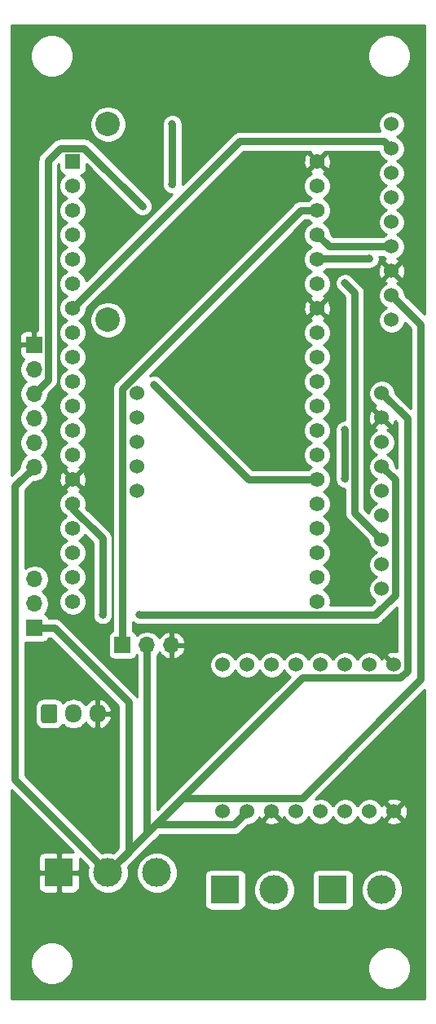
<source format=gbl>
G04 #@! TF.GenerationSoftware,KiCad,Pcbnew,5.1.6-c6e7f7d~87~ubuntu20.04.1*
G04 #@! TF.CreationDate,2020-08-06T14:23:34-04:00*
G04 #@! TF.ProjectId,Buoy_WithoutGSM,42756f79-5f57-4697-9468-6f757447534d,Leonardo Ward*
G04 #@! TF.SameCoordinates,Original*
G04 #@! TF.FileFunction,Copper,L2,Bot*
G04 #@! TF.FilePolarity,Positive*
%FSLAX46Y46*%
G04 Gerber Fmt 4.6, Leading zero omitted, Abs format (unit mm)*
G04 Created by KiCad (PCBNEW 5.1.6-c6e7f7d~87~ubuntu20.04.1) date 2020-08-06 14:23:34*
%MOMM*%
%LPD*%
G01*
G04 APERTURE LIST*
G04 #@! TA.AperFunction,ComponentPad*
%ADD10C,2.540000*%
G04 #@! TD*
G04 #@! TA.AperFunction,ComponentPad*
%ADD11C,1.524000*%
G04 #@! TD*
G04 #@! TA.AperFunction,ComponentPad*
%ADD12R,1.560000X1.560000*%
G04 #@! TD*
G04 #@! TA.AperFunction,ComponentPad*
%ADD13C,1.560000*%
G04 #@! TD*
G04 #@! TA.AperFunction,ComponentPad*
%ADD14O,1.700000X1.950000*%
G04 #@! TD*
G04 #@! TA.AperFunction,ComponentPad*
%ADD15R,3.000000X3.000000*%
G04 #@! TD*
G04 #@! TA.AperFunction,ComponentPad*
%ADD16C,3.000000*%
G04 #@! TD*
G04 #@! TA.AperFunction,ComponentPad*
%ADD17R,1.700000X1.700000*%
G04 #@! TD*
G04 #@! TA.AperFunction,ComponentPad*
%ADD18O,1.700000X1.700000*%
G04 #@! TD*
G04 #@! TA.AperFunction,ViaPad*
%ADD19C,0.800000*%
G04 #@! TD*
G04 #@! TA.AperFunction,Conductor*
%ADD20C,0.800000*%
G04 #@! TD*
G04 #@! TA.AperFunction,Conductor*
%ADD21C,0.254000*%
G04 #@! TD*
G04 APERTURE END LIST*
D10*
X144272000Y-65278000D03*
X144272000Y-85598000D03*
D11*
X173736000Y-85598000D03*
X173736000Y-83058000D03*
X173736000Y-80518000D03*
X173736000Y-77978000D03*
X173736000Y-75438000D03*
X173736000Y-72898000D03*
X173736000Y-70358000D03*
X173736000Y-67818000D03*
X173736000Y-65278000D03*
D12*
X140610001Y-69133001D03*
D13*
X140610001Y-71673001D03*
X140610001Y-114853001D03*
X140610001Y-74213001D03*
X140610001Y-76753001D03*
X140610001Y-79293001D03*
X140610001Y-81833001D03*
X140610001Y-84373001D03*
X140610001Y-86913001D03*
X140610001Y-89453001D03*
X140610001Y-91993001D03*
X140610001Y-94533001D03*
X140610001Y-97073001D03*
X140610001Y-99613001D03*
X140610001Y-102153001D03*
X140610001Y-104693001D03*
X140610001Y-107233001D03*
X140610001Y-109773001D03*
X140610001Y-112313001D03*
X166010001Y-69133001D03*
X166010001Y-71673001D03*
X166010001Y-74213001D03*
X166010001Y-76753001D03*
X166010001Y-79293001D03*
X166010001Y-81833001D03*
X166010001Y-84373001D03*
X166010001Y-86913001D03*
X166010001Y-89453001D03*
X166010001Y-91993001D03*
X166010001Y-94533001D03*
X166010001Y-97073001D03*
X166010001Y-99613001D03*
X166010001Y-102153001D03*
X166010001Y-104693001D03*
X166010001Y-107233001D03*
X166010001Y-109773001D03*
X166010001Y-112313001D03*
X166010001Y-114853001D03*
D11*
X172720000Y-93218000D03*
X172720000Y-95758000D03*
X172720000Y-98298000D03*
X172720000Y-100838000D03*
X172720000Y-103378000D03*
X172720000Y-105918000D03*
X172720000Y-108458000D03*
X172720000Y-110998000D03*
X172720000Y-113538000D03*
X147320000Y-103378000D03*
X147320000Y-100838000D03*
X147320000Y-98298000D03*
X147320000Y-95758000D03*
X147320000Y-93218000D03*
G04 #@! TA.AperFunction,ComponentPad*
G36*
G01*
X137326000Y-127217000D02*
X137326000Y-125767000D01*
G75*
G02*
X137576000Y-125517000I250000J0D01*
G01*
X138776000Y-125517000D01*
G75*
G02*
X139026000Y-125767000I0J-250000D01*
G01*
X139026000Y-127217000D01*
G75*
G02*
X138776000Y-127467000I-250000J0D01*
G01*
X137576000Y-127467000D01*
G75*
G02*
X137326000Y-127217000I0J250000D01*
G01*
G37*
G04 #@! TD.AperFunction*
D14*
X140676000Y-126492000D03*
X143176000Y-126492000D03*
D15*
X139192000Y-143002000D03*
D16*
X144272000Y-143002000D03*
X149352000Y-143002000D03*
D15*
X156464000Y-144780000D03*
D16*
X161544000Y-144780000D03*
D11*
X156210000Y-136652000D03*
X158750000Y-136652000D03*
X161290000Y-136652000D03*
X163830000Y-136652000D03*
X166370000Y-136652000D03*
X168910000Y-136652000D03*
X171450000Y-136652000D03*
X173990000Y-136652000D03*
X173990000Y-121412000D03*
X171450000Y-121412000D03*
X168910000Y-121412000D03*
X166370000Y-121412000D03*
X163830000Y-121412000D03*
X161290000Y-121412000D03*
X158750000Y-121412000D03*
X156210000Y-121412000D03*
D15*
X167640000Y-144780000D03*
D16*
X172720000Y-144780000D03*
D17*
X145796000Y-119380000D03*
D18*
X148336000Y-119380000D03*
X150876000Y-119380000D03*
X136652000Y-112522000D03*
X136652000Y-115062000D03*
D17*
X136652000Y-117602000D03*
X136575800Y-88188800D03*
D18*
X136575800Y-90728800D03*
X136575800Y-93268800D03*
X136575800Y-95808800D03*
X136575800Y-98348800D03*
X136575800Y-100888800D03*
D19*
X171450000Y-79248000D03*
X168910000Y-81788000D03*
X168910000Y-97028000D03*
X168910000Y-102108000D03*
X150952200Y-71526400D03*
X150952200Y-65252600D03*
X149021800Y-92329000D03*
X147853400Y-73787000D03*
X147574000Y-116230400D03*
X143713200Y-116230400D03*
D20*
X149259999Y-138014001D02*
X157387999Y-138014001D01*
X157387999Y-138014001D02*
X158750000Y-136652000D01*
X144272000Y-143002000D02*
X149259999Y-138014001D01*
X138747623Y-117602000D02*
X136652000Y-117602000D01*
X146404010Y-125258387D02*
X138747623Y-117602000D01*
X146404010Y-140869990D02*
X146404010Y-125258387D01*
X144272000Y-143002000D02*
X146404010Y-140869990D01*
X148336000Y-138938000D02*
X148336000Y-119380000D01*
X144272000Y-143002000D02*
X148336000Y-138938000D01*
X175352001Y-95850001D02*
X172720000Y-93218000D01*
X175352001Y-122065761D02*
X175352001Y-95850001D01*
X174643761Y-122774001D02*
X175352001Y-122065761D01*
X164499999Y-122774001D02*
X174643761Y-122774001D01*
X144272000Y-143002000D02*
X164499999Y-122774001D01*
X151984001Y-135289999D02*
X164430001Y-135289999D01*
X144272000Y-143002000D02*
X151984001Y-135289999D01*
X164430001Y-135289999D02*
X176784000Y-122936000D01*
X176784000Y-86106000D02*
X173736000Y-83058000D01*
X176784000Y-122936000D02*
X176784000Y-86106000D01*
X134620000Y-102844600D02*
X136575800Y-100888800D01*
X134620000Y-133350000D02*
X134620000Y-102844600D01*
X144272000Y-143002000D02*
X134620000Y-133350000D01*
X167235000Y-77978000D02*
X166010001Y-76753001D01*
X173736000Y-77978000D02*
X167235000Y-77978000D01*
X166055002Y-79248000D02*
X166010001Y-79293001D01*
X171450000Y-79248000D02*
X166055002Y-79248000D01*
X157927001Y-67056001D02*
X140610001Y-84373001D01*
X172974001Y-67056001D02*
X157927001Y-67056001D01*
X173736000Y-67818000D02*
X172974001Y-67056001D01*
X169910010Y-82788010D02*
X168910000Y-81788000D01*
X169910010Y-105648010D02*
X169910010Y-82788010D01*
X172720000Y-108458000D02*
X169910010Y-105648010D01*
X168910000Y-97028000D02*
X168910000Y-102108000D01*
X164309237Y-74213001D02*
X166010001Y-74213001D01*
X145796000Y-92726238D02*
X164309237Y-74213001D01*
X145796000Y-119380000D02*
X145796000Y-92726238D01*
X150952200Y-71526400D02*
X150952200Y-65252600D01*
X166010001Y-102153001D02*
X159861801Y-102153001D01*
X158845801Y-102153001D02*
X149021800Y-92329000D01*
X159861801Y-102153001D02*
X158845801Y-102153001D01*
X141819400Y-67753000D02*
X139350000Y-67753000D01*
X147853400Y-73787000D02*
X141819400Y-67753000D01*
X138025801Y-91818799D02*
X136575800Y-93268800D01*
X138025801Y-69077199D02*
X138025801Y-91818799D01*
X139350000Y-67753000D02*
X138025801Y-69077199D01*
X147576602Y-116233002D02*
X147574000Y-116230400D01*
X172040760Y-116233002D02*
X147576602Y-116233002D01*
X174082001Y-102200001D02*
X174082001Y-114191761D01*
X174082001Y-114191761D02*
X172040760Y-116233002D01*
X172720000Y-100838000D02*
X174082001Y-102200001D01*
X140610001Y-105190599D02*
X140610001Y-104693001D01*
X143713200Y-108293798D02*
X140610001Y-105190599D01*
X143713200Y-116230400D02*
X143713200Y-108293798D01*
D21*
G36*
X177140001Y-149319581D02*
G01*
X177140000Y-156058000D01*
X134264000Y-156058000D01*
X134264000Y-152179872D01*
X136195000Y-152179872D01*
X136195000Y-152620128D01*
X136280890Y-153051925D01*
X136449369Y-153458669D01*
X136693962Y-153824729D01*
X137005271Y-154136038D01*
X137371331Y-154380631D01*
X137778075Y-154549110D01*
X138209872Y-154635000D01*
X138650128Y-154635000D01*
X139081925Y-154549110D01*
X139488669Y-154380631D01*
X139854729Y-154136038D01*
X140166038Y-153824729D01*
X140410631Y-153458669D01*
X140579110Y-153051925D01*
X140651524Y-152687872D01*
X171247000Y-152687872D01*
X171247000Y-153128128D01*
X171332890Y-153559925D01*
X171501369Y-153966669D01*
X171745962Y-154332729D01*
X172057271Y-154644038D01*
X172423331Y-154888631D01*
X172830075Y-155057110D01*
X173261872Y-155143000D01*
X173702128Y-155143000D01*
X174133925Y-155057110D01*
X174540669Y-154888631D01*
X174906729Y-154644038D01*
X175218038Y-154332729D01*
X175462631Y-153966669D01*
X175631110Y-153559925D01*
X175717000Y-153128128D01*
X175717000Y-152687872D01*
X175631110Y-152256075D01*
X175462631Y-151849331D01*
X175218038Y-151483271D01*
X174906729Y-151171962D01*
X174540669Y-150927369D01*
X174133925Y-150758890D01*
X173702128Y-150673000D01*
X173261872Y-150673000D01*
X172830075Y-150758890D01*
X172423331Y-150927369D01*
X172057271Y-151171962D01*
X171745962Y-151483271D01*
X171501369Y-151849331D01*
X171332890Y-152256075D01*
X171247000Y-152687872D01*
X140651524Y-152687872D01*
X140665000Y-152620128D01*
X140665000Y-152179872D01*
X140579110Y-151748075D01*
X140410631Y-151341331D01*
X140166038Y-150975271D01*
X139854729Y-150663962D01*
X139488669Y-150419369D01*
X139081925Y-150250890D01*
X138650128Y-150165000D01*
X138209872Y-150165000D01*
X137778075Y-150250890D01*
X137371331Y-150419369D01*
X137005271Y-150663962D01*
X136693962Y-150975271D01*
X136449369Y-151341331D01*
X136280890Y-151748075D01*
X136195000Y-152179872D01*
X134264000Y-152179872D01*
X134264000Y-144502000D01*
X137053928Y-144502000D01*
X137066188Y-144626482D01*
X137102498Y-144746180D01*
X137161463Y-144856494D01*
X137240815Y-144953185D01*
X137337506Y-145032537D01*
X137447820Y-145091502D01*
X137567518Y-145127812D01*
X137692000Y-145140072D01*
X138906250Y-145137000D01*
X139065000Y-144978250D01*
X139065000Y-143129000D01*
X139319000Y-143129000D01*
X139319000Y-144978250D01*
X139477750Y-145137000D01*
X140692000Y-145140072D01*
X140816482Y-145127812D01*
X140936180Y-145091502D01*
X141046494Y-145032537D01*
X141143185Y-144953185D01*
X141222537Y-144856494D01*
X141281502Y-144746180D01*
X141317812Y-144626482D01*
X141330072Y-144502000D01*
X141327000Y-143287750D01*
X141168250Y-143129000D01*
X139319000Y-143129000D01*
X139065000Y-143129000D01*
X137215750Y-143129000D01*
X137057000Y-143287750D01*
X137053928Y-144502000D01*
X134264000Y-144502000D01*
X134264000Y-141502000D01*
X137053928Y-141502000D01*
X137057000Y-142716250D01*
X137215750Y-142875000D01*
X139065000Y-142875000D01*
X139065000Y-141025750D01*
X138906250Y-140867000D01*
X137692000Y-140863928D01*
X137567518Y-140876188D01*
X137447820Y-140912498D01*
X137337506Y-140971463D01*
X137240815Y-141050815D01*
X137161463Y-141147506D01*
X137102498Y-141257820D01*
X137066188Y-141377518D01*
X137053928Y-141502000D01*
X134264000Y-141502000D01*
X134264000Y-134457710D01*
X140670272Y-140863983D01*
X139477750Y-140867000D01*
X139319000Y-141025750D01*
X139319000Y-142875000D01*
X141168250Y-142875000D01*
X141327000Y-142716250D01*
X141330017Y-141523728D01*
X142213487Y-142407198D01*
X142137000Y-142791721D01*
X142137000Y-143212279D01*
X142219047Y-143624756D01*
X142379988Y-144013302D01*
X142613637Y-144362983D01*
X142911017Y-144660363D01*
X143260698Y-144894012D01*
X143649244Y-145054953D01*
X144061721Y-145137000D01*
X144482279Y-145137000D01*
X144894756Y-145054953D01*
X145283302Y-144894012D01*
X145632983Y-144660363D01*
X145930363Y-144362983D01*
X146164012Y-144013302D01*
X146324953Y-143624756D01*
X146407000Y-143212279D01*
X146407000Y-142791721D01*
X147217000Y-142791721D01*
X147217000Y-143212279D01*
X147299047Y-143624756D01*
X147459988Y-144013302D01*
X147693637Y-144362983D01*
X147991017Y-144660363D01*
X148340698Y-144894012D01*
X148729244Y-145054953D01*
X149141721Y-145137000D01*
X149562279Y-145137000D01*
X149974756Y-145054953D01*
X150363302Y-144894012D01*
X150712983Y-144660363D01*
X151010363Y-144362983D01*
X151244012Y-144013302D01*
X151404953Y-143624756D01*
X151473529Y-143280000D01*
X154325928Y-143280000D01*
X154325928Y-146280000D01*
X154338188Y-146404482D01*
X154374498Y-146524180D01*
X154433463Y-146634494D01*
X154512815Y-146731185D01*
X154609506Y-146810537D01*
X154719820Y-146869502D01*
X154839518Y-146905812D01*
X154964000Y-146918072D01*
X157964000Y-146918072D01*
X158088482Y-146905812D01*
X158208180Y-146869502D01*
X158318494Y-146810537D01*
X158415185Y-146731185D01*
X158494537Y-146634494D01*
X158553502Y-146524180D01*
X158589812Y-146404482D01*
X158602072Y-146280000D01*
X158602072Y-144569721D01*
X159409000Y-144569721D01*
X159409000Y-144990279D01*
X159491047Y-145402756D01*
X159651988Y-145791302D01*
X159885637Y-146140983D01*
X160183017Y-146438363D01*
X160532698Y-146672012D01*
X160921244Y-146832953D01*
X161333721Y-146915000D01*
X161754279Y-146915000D01*
X162166756Y-146832953D01*
X162555302Y-146672012D01*
X162904983Y-146438363D01*
X163202363Y-146140983D01*
X163436012Y-145791302D01*
X163596953Y-145402756D01*
X163679000Y-144990279D01*
X163679000Y-144569721D01*
X163596953Y-144157244D01*
X163436012Y-143768698D01*
X163202363Y-143419017D01*
X163063346Y-143280000D01*
X165501928Y-143280000D01*
X165501928Y-146280000D01*
X165514188Y-146404482D01*
X165550498Y-146524180D01*
X165609463Y-146634494D01*
X165688815Y-146731185D01*
X165785506Y-146810537D01*
X165895820Y-146869502D01*
X166015518Y-146905812D01*
X166140000Y-146918072D01*
X169140000Y-146918072D01*
X169264482Y-146905812D01*
X169384180Y-146869502D01*
X169494494Y-146810537D01*
X169591185Y-146731185D01*
X169670537Y-146634494D01*
X169729502Y-146524180D01*
X169765812Y-146404482D01*
X169778072Y-146280000D01*
X169778072Y-144569721D01*
X170585000Y-144569721D01*
X170585000Y-144990279D01*
X170667047Y-145402756D01*
X170827988Y-145791302D01*
X171061637Y-146140983D01*
X171359017Y-146438363D01*
X171708698Y-146672012D01*
X172097244Y-146832953D01*
X172509721Y-146915000D01*
X172930279Y-146915000D01*
X173342756Y-146832953D01*
X173731302Y-146672012D01*
X174080983Y-146438363D01*
X174378363Y-146140983D01*
X174612012Y-145791302D01*
X174772953Y-145402756D01*
X174855000Y-144990279D01*
X174855000Y-144569721D01*
X174772953Y-144157244D01*
X174612012Y-143768698D01*
X174378363Y-143419017D01*
X174080983Y-143121637D01*
X173731302Y-142887988D01*
X173342756Y-142727047D01*
X172930279Y-142645000D01*
X172509721Y-142645000D01*
X172097244Y-142727047D01*
X171708698Y-142887988D01*
X171359017Y-143121637D01*
X171061637Y-143419017D01*
X170827988Y-143768698D01*
X170667047Y-144157244D01*
X170585000Y-144569721D01*
X169778072Y-144569721D01*
X169778072Y-143280000D01*
X169765812Y-143155518D01*
X169729502Y-143035820D01*
X169670537Y-142925506D01*
X169591185Y-142828815D01*
X169494494Y-142749463D01*
X169384180Y-142690498D01*
X169264482Y-142654188D01*
X169140000Y-142641928D01*
X166140000Y-142641928D01*
X166015518Y-142654188D01*
X165895820Y-142690498D01*
X165785506Y-142749463D01*
X165688815Y-142828815D01*
X165609463Y-142925506D01*
X165550498Y-143035820D01*
X165514188Y-143155518D01*
X165501928Y-143280000D01*
X163063346Y-143280000D01*
X162904983Y-143121637D01*
X162555302Y-142887988D01*
X162166756Y-142727047D01*
X161754279Y-142645000D01*
X161333721Y-142645000D01*
X160921244Y-142727047D01*
X160532698Y-142887988D01*
X160183017Y-143121637D01*
X159885637Y-143419017D01*
X159651988Y-143768698D01*
X159491047Y-144157244D01*
X159409000Y-144569721D01*
X158602072Y-144569721D01*
X158602072Y-143280000D01*
X158589812Y-143155518D01*
X158553502Y-143035820D01*
X158494537Y-142925506D01*
X158415185Y-142828815D01*
X158318494Y-142749463D01*
X158208180Y-142690498D01*
X158088482Y-142654188D01*
X157964000Y-142641928D01*
X154964000Y-142641928D01*
X154839518Y-142654188D01*
X154719820Y-142690498D01*
X154609506Y-142749463D01*
X154512815Y-142828815D01*
X154433463Y-142925506D01*
X154374498Y-143035820D01*
X154338188Y-143155518D01*
X154325928Y-143280000D01*
X151473529Y-143280000D01*
X151487000Y-143212279D01*
X151487000Y-142791721D01*
X151404953Y-142379244D01*
X151244012Y-141990698D01*
X151010363Y-141641017D01*
X150712983Y-141343637D01*
X150363302Y-141109988D01*
X149974756Y-140949047D01*
X149562279Y-140867000D01*
X149141721Y-140867000D01*
X148729244Y-140949047D01*
X148340698Y-141109988D01*
X147991017Y-141343637D01*
X147693637Y-141641017D01*
X147459988Y-141990698D01*
X147299047Y-142379244D01*
X147217000Y-142791721D01*
X146407000Y-142791721D01*
X146330513Y-142407197D01*
X147099918Y-141637793D01*
X147139406Y-141605386D01*
X147171815Y-141565896D01*
X149031908Y-139705803D01*
X149071396Y-139673396D01*
X149103803Y-139633908D01*
X149688710Y-139049001D01*
X157337171Y-139049001D01*
X157387999Y-139054007D01*
X157438827Y-139049001D01*
X157438837Y-139049001D01*
X157590894Y-139034025D01*
X157785992Y-138974842D01*
X157965796Y-138878735D01*
X158123395Y-138749397D01*
X158155806Y-138709904D01*
X158816711Y-138049000D01*
X158887592Y-138049000D01*
X159157490Y-137995314D01*
X159411727Y-137890005D01*
X159640535Y-137737120D01*
X159760090Y-137617565D01*
X160504040Y-137617565D01*
X160571020Y-137857656D01*
X160820048Y-137974756D01*
X161087135Y-138041023D01*
X161362017Y-138053910D01*
X161634133Y-138012922D01*
X161893023Y-137919636D01*
X162008980Y-137857656D01*
X162075960Y-137617565D01*
X161290000Y-136831605D01*
X160504040Y-137617565D01*
X159760090Y-137617565D01*
X159835120Y-137542535D01*
X159988005Y-137313727D01*
X160017692Y-137242057D01*
X160022364Y-137255023D01*
X160084344Y-137370980D01*
X160324435Y-137437960D01*
X161110395Y-136652000D01*
X161096253Y-136637858D01*
X161275858Y-136458253D01*
X161290000Y-136472395D01*
X161304143Y-136458253D01*
X161483748Y-136637858D01*
X161469605Y-136652000D01*
X162255565Y-137437960D01*
X162495656Y-137370980D01*
X162559485Y-137235240D01*
X162591995Y-137313727D01*
X162744880Y-137542535D01*
X162939465Y-137737120D01*
X163168273Y-137890005D01*
X163422510Y-137995314D01*
X163692408Y-138049000D01*
X163967592Y-138049000D01*
X164237490Y-137995314D01*
X164491727Y-137890005D01*
X164720535Y-137737120D01*
X164915120Y-137542535D01*
X165068005Y-137313727D01*
X165100000Y-137236485D01*
X165131995Y-137313727D01*
X165284880Y-137542535D01*
X165479465Y-137737120D01*
X165708273Y-137890005D01*
X165962510Y-137995314D01*
X166232408Y-138049000D01*
X166507592Y-138049000D01*
X166777490Y-137995314D01*
X167031727Y-137890005D01*
X167260535Y-137737120D01*
X167455120Y-137542535D01*
X167608005Y-137313727D01*
X167640000Y-137236485D01*
X167671995Y-137313727D01*
X167824880Y-137542535D01*
X168019465Y-137737120D01*
X168248273Y-137890005D01*
X168502510Y-137995314D01*
X168772408Y-138049000D01*
X169047592Y-138049000D01*
X169317490Y-137995314D01*
X169571727Y-137890005D01*
X169800535Y-137737120D01*
X169995120Y-137542535D01*
X170148005Y-137313727D01*
X170180000Y-137236485D01*
X170211995Y-137313727D01*
X170364880Y-137542535D01*
X170559465Y-137737120D01*
X170788273Y-137890005D01*
X171042510Y-137995314D01*
X171312408Y-138049000D01*
X171587592Y-138049000D01*
X171857490Y-137995314D01*
X172111727Y-137890005D01*
X172340535Y-137737120D01*
X172460090Y-137617565D01*
X173204040Y-137617565D01*
X173271020Y-137857656D01*
X173520048Y-137974756D01*
X173787135Y-138041023D01*
X174062017Y-138053910D01*
X174334133Y-138012922D01*
X174593023Y-137919636D01*
X174708980Y-137857656D01*
X174775960Y-137617565D01*
X173990000Y-136831605D01*
X173204040Y-137617565D01*
X172460090Y-137617565D01*
X172535120Y-137542535D01*
X172688005Y-137313727D01*
X172717692Y-137242057D01*
X172722364Y-137255023D01*
X172784344Y-137370980D01*
X173024435Y-137437960D01*
X173810395Y-136652000D01*
X174169605Y-136652000D01*
X174955565Y-137437960D01*
X175195656Y-137370980D01*
X175312756Y-137121952D01*
X175379023Y-136854865D01*
X175391910Y-136579983D01*
X175350922Y-136307867D01*
X175257636Y-136048977D01*
X175195656Y-135933020D01*
X174955565Y-135866040D01*
X174169605Y-136652000D01*
X173810395Y-136652000D01*
X173024435Y-135866040D01*
X172784344Y-135933020D01*
X172720515Y-136068760D01*
X172688005Y-135990273D01*
X172535120Y-135761465D01*
X172460090Y-135686435D01*
X173204040Y-135686435D01*
X173990000Y-136472395D01*
X174775960Y-135686435D01*
X174708980Y-135446344D01*
X174459952Y-135329244D01*
X174192865Y-135262977D01*
X173917983Y-135250090D01*
X173645867Y-135291078D01*
X173386977Y-135384364D01*
X173271020Y-135446344D01*
X173204040Y-135686435D01*
X172460090Y-135686435D01*
X172340535Y-135566880D01*
X172111727Y-135413995D01*
X171857490Y-135308686D01*
X171587592Y-135255000D01*
X171312408Y-135255000D01*
X171042510Y-135308686D01*
X170788273Y-135413995D01*
X170559465Y-135566880D01*
X170364880Y-135761465D01*
X170211995Y-135990273D01*
X170180000Y-136067515D01*
X170148005Y-135990273D01*
X169995120Y-135761465D01*
X169800535Y-135566880D01*
X169571727Y-135413995D01*
X169317490Y-135308686D01*
X169047592Y-135255000D01*
X168772408Y-135255000D01*
X168502510Y-135308686D01*
X168248273Y-135413995D01*
X168019465Y-135566880D01*
X167824880Y-135761465D01*
X167671995Y-135990273D01*
X167640000Y-136067515D01*
X167608005Y-135990273D01*
X167455120Y-135761465D01*
X167260535Y-135566880D01*
X167031727Y-135413995D01*
X166777490Y-135308686D01*
X166507592Y-135255000D01*
X166232408Y-135255000D01*
X165962510Y-135308686D01*
X165813162Y-135370548D01*
X177140001Y-124043710D01*
X177140001Y-149319581D01*
G37*
X177140001Y-149319581D02*
X177140000Y-156058000D01*
X134264000Y-156058000D01*
X134264000Y-152179872D01*
X136195000Y-152179872D01*
X136195000Y-152620128D01*
X136280890Y-153051925D01*
X136449369Y-153458669D01*
X136693962Y-153824729D01*
X137005271Y-154136038D01*
X137371331Y-154380631D01*
X137778075Y-154549110D01*
X138209872Y-154635000D01*
X138650128Y-154635000D01*
X139081925Y-154549110D01*
X139488669Y-154380631D01*
X139854729Y-154136038D01*
X140166038Y-153824729D01*
X140410631Y-153458669D01*
X140579110Y-153051925D01*
X140651524Y-152687872D01*
X171247000Y-152687872D01*
X171247000Y-153128128D01*
X171332890Y-153559925D01*
X171501369Y-153966669D01*
X171745962Y-154332729D01*
X172057271Y-154644038D01*
X172423331Y-154888631D01*
X172830075Y-155057110D01*
X173261872Y-155143000D01*
X173702128Y-155143000D01*
X174133925Y-155057110D01*
X174540669Y-154888631D01*
X174906729Y-154644038D01*
X175218038Y-154332729D01*
X175462631Y-153966669D01*
X175631110Y-153559925D01*
X175717000Y-153128128D01*
X175717000Y-152687872D01*
X175631110Y-152256075D01*
X175462631Y-151849331D01*
X175218038Y-151483271D01*
X174906729Y-151171962D01*
X174540669Y-150927369D01*
X174133925Y-150758890D01*
X173702128Y-150673000D01*
X173261872Y-150673000D01*
X172830075Y-150758890D01*
X172423331Y-150927369D01*
X172057271Y-151171962D01*
X171745962Y-151483271D01*
X171501369Y-151849331D01*
X171332890Y-152256075D01*
X171247000Y-152687872D01*
X140651524Y-152687872D01*
X140665000Y-152620128D01*
X140665000Y-152179872D01*
X140579110Y-151748075D01*
X140410631Y-151341331D01*
X140166038Y-150975271D01*
X139854729Y-150663962D01*
X139488669Y-150419369D01*
X139081925Y-150250890D01*
X138650128Y-150165000D01*
X138209872Y-150165000D01*
X137778075Y-150250890D01*
X137371331Y-150419369D01*
X137005271Y-150663962D01*
X136693962Y-150975271D01*
X136449369Y-151341331D01*
X136280890Y-151748075D01*
X136195000Y-152179872D01*
X134264000Y-152179872D01*
X134264000Y-144502000D01*
X137053928Y-144502000D01*
X137066188Y-144626482D01*
X137102498Y-144746180D01*
X137161463Y-144856494D01*
X137240815Y-144953185D01*
X137337506Y-145032537D01*
X137447820Y-145091502D01*
X137567518Y-145127812D01*
X137692000Y-145140072D01*
X138906250Y-145137000D01*
X139065000Y-144978250D01*
X139065000Y-143129000D01*
X139319000Y-143129000D01*
X139319000Y-144978250D01*
X139477750Y-145137000D01*
X140692000Y-145140072D01*
X140816482Y-145127812D01*
X140936180Y-145091502D01*
X141046494Y-145032537D01*
X141143185Y-144953185D01*
X141222537Y-144856494D01*
X141281502Y-144746180D01*
X141317812Y-144626482D01*
X141330072Y-144502000D01*
X141327000Y-143287750D01*
X141168250Y-143129000D01*
X139319000Y-143129000D01*
X139065000Y-143129000D01*
X137215750Y-143129000D01*
X137057000Y-143287750D01*
X137053928Y-144502000D01*
X134264000Y-144502000D01*
X134264000Y-141502000D01*
X137053928Y-141502000D01*
X137057000Y-142716250D01*
X137215750Y-142875000D01*
X139065000Y-142875000D01*
X139065000Y-141025750D01*
X138906250Y-140867000D01*
X137692000Y-140863928D01*
X137567518Y-140876188D01*
X137447820Y-140912498D01*
X137337506Y-140971463D01*
X137240815Y-141050815D01*
X137161463Y-141147506D01*
X137102498Y-141257820D01*
X137066188Y-141377518D01*
X137053928Y-141502000D01*
X134264000Y-141502000D01*
X134264000Y-134457710D01*
X140670272Y-140863983D01*
X139477750Y-140867000D01*
X139319000Y-141025750D01*
X139319000Y-142875000D01*
X141168250Y-142875000D01*
X141327000Y-142716250D01*
X141330017Y-141523728D01*
X142213487Y-142407198D01*
X142137000Y-142791721D01*
X142137000Y-143212279D01*
X142219047Y-143624756D01*
X142379988Y-144013302D01*
X142613637Y-144362983D01*
X142911017Y-144660363D01*
X143260698Y-144894012D01*
X143649244Y-145054953D01*
X144061721Y-145137000D01*
X144482279Y-145137000D01*
X144894756Y-145054953D01*
X145283302Y-144894012D01*
X145632983Y-144660363D01*
X145930363Y-144362983D01*
X146164012Y-144013302D01*
X146324953Y-143624756D01*
X146407000Y-143212279D01*
X146407000Y-142791721D01*
X147217000Y-142791721D01*
X147217000Y-143212279D01*
X147299047Y-143624756D01*
X147459988Y-144013302D01*
X147693637Y-144362983D01*
X147991017Y-144660363D01*
X148340698Y-144894012D01*
X148729244Y-145054953D01*
X149141721Y-145137000D01*
X149562279Y-145137000D01*
X149974756Y-145054953D01*
X150363302Y-144894012D01*
X150712983Y-144660363D01*
X151010363Y-144362983D01*
X151244012Y-144013302D01*
X151404953Y-143624756D01*
X151473529Y-143280000D01*
X154325928Y-143280000D01*
X154325928Y-146280000D01*
X154338188Y-146404482D01*
X154374498Y-146524180D01*
X154433463Y-146634494D01*
X154512815Y-146731185D01*
X154609506Y-146810537D01*
X154719820Y-146869502D01*
X154839518Y-146905812D01*
X154964000Y-146918072D01*
X157964000Y-146918072D01*
X158088482Y-146905812D01*
X158208180Y-146869502D01*
X158318494Y-146810537D01*
X158415185Y-146731185D01*
X158494537Y-146634494D01*
X158553502Y-146524180D01*
X158589812Y-146404482D01*
X158602072Y-146280000D01*
X158602072Y-144569721D01*
X159409000Y-144569721D01*
X159409000Y-144990279D01*
X159491047Y-145402756D01*
X159651988Y-145791302D01*
X159885637Y-146140983D01*
X160183017Y-146438363D01*
X160532698Y-146672012D01*
X160921244Y-146832953D01*
X161333721Y-146915000D01*
X161754279Y-146915000D01*
X162166756Y-146832953D01*
X162555302Y-146672012D01*
X162904983Y-146438363D01*
X163202363Y-146140983D01*
X163436012Y-145791302D01*
X163596953Y-145402756D01*
X163679000Y-144990279D01*
X163679000Y-144569721D01*
X163596953Y-144157244D01*
X163436012Y-143768698D01*
X163202363Y-143419017D01*
X163063346Y-143280000D01*
X165501928Y-143280000D01*
X165501928Y-146280000D01*
X165514188Y-146404482D01*
X165550498Y-146524180D01*
X165609463Y-146634494D01*
X165688815Y-146731185D01*
X165785506Y-146810537D01*
X165895820Y-146869502D01*
X166015518Y-146905812D01*
X166140000Y-146918072D01*
X169140000Y-146918072D01*
X169264482Y-146905812D01*
X169384180Y-146869502D01*
X169494494Y-146810537D01*
X169591185Y-146731185D01*
X169670537Y-146634494D01*
X169729502Y-146524180D01*
X169765812Y-146404482D01*
X169778072Y-146280000D01*
X169778072Y-144569721D01*
X170585000Y-144569721D01*
X170585000Y-144990279D01*
X170667047Y-145402756D01*
X170827988Y-145791302D01*
X171061637Y-146140983D01*
X171359017Y-146438363D01*
X171708698Y-146672012D01*
X172097244Y-146832953D01*
X172509721Y-146915000D01*
X172930279Y-146915000D01*
X173342756Y-146832953D01*
X173731302Y-146672012D01*
X174080983Y-146438363D01*
X174378363Y-146140983D01*
X174612012Y-145791302D01*
X174772953Y-145402756D01*
X174855000Y-144990279D01*
X174855000Y-144569721D01*
X174772953Y-144157244D01*
X174612012Y-143768698D01*
X174378363Y-143419017D01*
X174080983Y-143121637D01*
X173731302Y-142887988D01*
X173342756Y-142727047D01*
X172930279Y-142645000D01*
X172509721Y-142645000D01*
X172097244Y-142727047D01*
X171708698Y-142887988D01*
X171359017Y-143121637D01*
X171061637Y-143419017D01*
X170827988Y-143768698D01*
X170667047Y-144157244D01*
X170585000Y-144569721D01*
X169778072Y-144569721D01*
X169778072Y-143280000D01*
X169765812Y-143155518D01*
X169729502Y-143035820D01*
X169670537Y-142925506D01*
X169591185Y-142828815D01*
X169494494Y-142749463D01*
X169384180Y-142690498D01*
X169264482Y-142654188D01*
X169140000Y-142641928D01*
X166140000Y-142641928D01*
X166015518Y-142654188D01*
X165895820Y-142690498D01*
X165785506Y-142749463D01*
X165688815Y-142828815D01*
X165609463Y-142925506D01*
X165550498Y-143035820D01*
X165514188Y-143155518D01*
X165501928Y-143280000D01*
X163063346Y-143280000D01*
X162904983Y-143121637D01*
X162555302Y-142887988D01*
X162166756Y-142727047D01*
X161754279Y-142645000D01*
X161333721Y-142645000D01*
X160921244Y-142727047D01*
X160532698Y-142887988D01*
X160183017Y-143121637D01*
X159885637Y-143419017D01*
X159651988Y-143768698D01*
X159491047Y-144157244D01*
X159409000Y-144569721D01*
X158602072Y-144569721D01*
X158602072Y-143280000D01*
X158589812Y-143155518D01*
X158553502Y-143035820D01*
X158494537Y-142925506D01*
X158415185Y-142828815D01*
X158318494Y-142749463D01*
X158208180Y-142690498D01*
X158088482Y-142654188D01*
X157964000Y-142641928D01*
X154964000Y-142641928D01*
X154839518Y-142654188D01*
X154719820Y-142690498D01*
X154609506Y-142749463D01*
X154512815Y-142828815D01*
X154433463Y-142925506D01*
X154374498Y-143035820D01*
X154338188Y-143155518D01*
X154325928Y-143280000D01*
X151473529Y-143280000D01*
X151487000Y-143212279D01*
X151487000Y-142791721D01*
X151404953Y-142379244D01*
X151244012Y-141990698D01*
X151010363Y-141641017D01*
X150712983Y-141343637D01*
X150363302Y-141109988D01*
X149974756Y-140949047D01*
X149562279Y-140867000D01*
X149141721Y-140867000D01*
X148729244Y-140949047D01*
X148340698Y-141109988D01*
X147991017Y-141343637D01*
X147693637Y-141641017D01*
X147459988Y-141990698D01*
X147299047Y-142379244D01*
X147217000Y-142791721D01*
X146407000Y-142791721D01*
X146330513Y-142407197D01*
X147099918Y-141637793D01*
X147139406Y-141605386D01*
X147171815Y-141565896D01*
X149031908Y-139705803D01*
X149071396Y-139673396D01*
X149103803Y-139633908D01*
X149688710Y-139049001D01*
X157337171Y-139049001D01*
X157387999Y-139054007D01*
X157438827Y-139049001D01*
X157438837Y-139049001D01*
X157590894Y-139034025D01*
X157785992Y-138974842D01*
X157965796Y-138878735D01*
X158123395Y-138749397D01*
X158155806Y-138709904D01*
X158816711Y-138049000D01*
X158887592Y-138049000D01*
X159157490Y-137995314D01*
X159411727Y-137890005D01*
X159640535Y-137737120D01*
X159760090Y-137617565D01*
X160504040Y-137617565D01*
X160571020Y-137857656D01*
X160820048Y-137974756D01*
X161087135Y-138041023D01*
X161362017Y-138053910D01*
X161634133Y-138012922D01*
X161893023Y-137919636D01*
X162008980Y-137857656D01*
X162075960Y-137617565D01*
X161290000Y-136831605D01*
X160504040Y-137617565D01*
X159760090Y-137617565D01*
X159835120Y-137542535D01*
X159988005Y-137313727D01*
X160017692Y-137242057D01*
X160022364Y-137255023D01*
X160084344Y-137370980D01*
X160324435Y-137437960D01*
X161110395Y-136652000D01*
X161096253Y-136637858D01*
X161275858Y-136458253D01*
X161290000Y-136472395D01*
X161304143Y-136458253D01*
X161483748Y-136637858D01*
X161469605Y-136652000D01*
X162255565Y-137437960D01*
X162495656Y-137370980D01*
X162559485Y-137235240D01*
X162591995Y-137313727D01*
X162744880Y-137542535D01*
X162939465Y-137737120D01*
X163168273Y-137890005D01*
X163422510Y-137995314D01*
X163692408Y-138049000D01*
X163967592Y-138049000D01*
X164237490Y-137995314D01*
X164491727Y-137890005D01*
X164720535Y-137737120D01*
X164915120Y-137542535D01*
X165068005Y-137313727D01*
X165100000Y-137236485D01*
X165131995Y-137313727D01*
X165284880Y-137542535D01*
X165479465Y-137737120D01*
X165708273Y-137890005D01*
X165962510Y-137995314D01*
X166232408Y-138049000D01*
X166507592Y-138049000D01*
X166777490Y-137995314D01*
X167031727Y-137890005D01*
X167260535Y-137737120D01*
X167455120Y-137542535D01*
X167608005Y-137313727D01*
X167640000Y-137236485D01*
X167671995Y-137313727D01*
X167824880Y-137542535D01*
X168019465Y-137737120D01*
X168248273Y-137890005D01*
X168502510Y-137995314D01*
X168772408Y-138049000D01*
X169047592Y-138049000D01*
X169317490Y-137995314D01*
X169571727Y-137890005D01*
X169800535Y-137737120D01*
X169995120Y-137542535D01*
X170148005Y-137313727D01*
X170180000Y-137236485D01*
X170211995Y-137313727D01*
X170364880Y-137542535D01*
X170559465Y-137737120D01*
X170788273Y-137890005D01*
X171042510Y-137995314D01*
X171312408Y-138049000D01*
X171587592Y-138049000D01*
X171857490Y-137995314D01*
X172111727Y-137890005D01*
X172340535Y-137737120D01*
X172460090Y-137617565D01*
X173204040Y-137617565D01*
X173271020Y-137857656D01*
X173520048Y-137974756D01*
X173787135Y-138041023D01*
X174062017Y-138053910D01*
X174334133Y-138012922D01*
X174593023Y-137919636D01*
X174708980Y-137857656D01*
X174775960Y-137617565D01*
X173990000Y-136831605D01*
X173204040Y-137617565D01*
X172460090Y-137617565D01*
X172535120Y-137542535D01*
X172688005Y-137313727D01*
X172717692Y-137242057D01*
X172722364Y-137255023D01*
X172784344Y-137370980D01*
X173024435Y-137437960D01*
X173810395Y-136652000D01*
X174169605Y-136652000D01*
X174955565Y-137437960D01*
X175195656Y-137370980D01*
X175312756Y-137121952D01*
X175379023Y-136854865D01*
X175391910Y-136579983D01*
X175350922Y-136307867D01*
X175257636Y-136048977D01*
X175195656Y-135933020D01*
X174955565Y-135866040D01*
X174169605Y-136652000D01*
X173810395Y-136652000D01*
X173024435Y-135866040D01*
X172784344Y-135933020D01*
X172720515Y-136068760D01*
X172688005Y-135990273D01*
X172535120Y-135761465D01*
X172460090Y-135686435D01*
X173204040Y-135686435D01*
X173990000Y-136472395D01*
X174775960Y-135686435D01*
X174708980Y-135446344D01*
X174459952Y-135329244D01*
X174192865Y-135262977D01*
X173917983Y-135250090D01*
X173645867Y-135291078D01*
X173386977Y-135384364D01*
X173271020Y-135446344D01*
X173204040Y-135686435D01*
X172460090Y-135686435D01*
X172340535Y-135566880D01*
X172111727Y-135413995D01*
X171857490Y-135308686D01*
X171587592Y-135255000D01*
X171312408Y-135255000D01*
X171042510Y-135308686D01*
X170788273Y-135413995D01*
X170559465Y-135566880D01*
X170364880Y-135761465D01*
X170211995Y-135990273D01*
X170180000Y-136067515D01*
X170148005Y-135990273D01*
X169995120Y-135761465D01*
X169800535Y-135566880D01*
X169571727Y-135413995D01*
X169317490Y-135308686D01*
X169047592Y-135255000D01*
X168772408Y-135255000D01*
X168502510Y-135308686D01*
X168248273Y-135413995D01*
X168019465Y-135566880D01*
X167824880Y-135761465D01*
X167671995Y-135990273D01*
X167640000Y-136067515D01*
X167608005Y-135990273D01*
X167455120Y-135761465D01*
X167260535Y-135566880D01*
X167031727Y-135413995D01*
X166777490Y-135308686D01*
X166507592Y-135255000D01*
X166232408Y-135255000D01*
X165962510Y-135308686D01*
X165813162Y-135370548D01*
X177140001Y-124043710D01*
X177140001Y-149319581D01*
G36*
X145369011Y-125687099D02*
G01*
X145369010Y-140441279D01*
X144866803Y-140943487D01*
X144482279Y-140867000D01*
X144061721Y-140867000D01*
X143677198Y-140943487D01*
X135655000Y-132921290D01*
X135655000Y-125767000D01*
X136687928Y-125767000D01*
X136687928Y-127217000D01*
X136704992Y-127390254D01*
X136755528Y-127556850D01*
X136837595Y-127710386D01*
X136948038Y-127844962D01*
X137082614Y-127955405D01*
X137236150Y-128037472D01*
X137402746Y-128088008D01*
X137576000Y-128105072D01*
X138776000Y-128105072D01*
X138949254Y-128088008D01*
X139115850Y-128037472D01*
X139269386Y-127955405D01*
X139403962Y-127844962D01*
X139514405Y-127710386D01*
X139568777Y-127608663D01*
X139620866Y-127672134D01*
X139846987Y-127857706D01*
X140104967Y-127995599D01*
X140384890Y-128080513D01*
X140676000Y-128109185D01*
X140967111Y-128080513D01*
X141247034Y-127995599D01*
X141505014Y-127857706D01*
X141731134Y-127672134D01*
X141916706Y-127446014D01*
X141930462Y-127420278D01*
X142086951Y-127626429D01*
X142304807Y-127819496D01*
X142556142Y-127966352D01*
X142819110Y-128058476D01*
X143049000Y-127937155D01*
X143049000Y-126619000D01*
X143303000Y-126619000D01*
X143303000Y-127937155D01*
X143532890Y-128058476D01*
X143795858Y-127966352D01*
X144047193Y-127819496D01*
X144265049Y-127626429D01*
X144441053Y-127394570D01*
X144568442Y-127132830D01*
X144642320Y-126851267D01*
X144502165Y-126619000D01*
X143303000Y-126619000D01*
X143049000Y-126619000D01*
X143029000Y-126619000D01*
X143029000Y-126365000D01*
X143049000Y-126365000D01*
X143049000Y-125046845D01*
X143303000Y-125046845D01*
X143303000Y-126365000D01*
X144502165Y-126365000D01*
X144642320Y-126132733D01*
X144568442Y-125851170D01*
X144441053Y-125589430D01*
X144265049Y-125357571D01*
X144047193Y-125164504D01*
X143795858Y-125017648D01*
X143532890Y-124925524D01*
X143303000Y-125046845D01*
X143049000Y-125046845D01*
X142819110Y-124925524D01*
X142556142Y-125017648D01*
X142304807Y-125164504D01*
X142086951Y-125357571D01*
X141930462Y-125563722D01*
X141916706Y-125537986D01*
X141731134Y-125311866D01*
X141505013Y-125126294D01*
X141247033Y-124988401D01*
X140967110Y-124903487D01*
X140676000Y-124874815D01*
X140384889Y-124903487D01*
X140104966Y-124988401D01*
X139846986Y-125126294D01*
X139620866Y-125311866D01*
X139568777Y-125375337D01*
X139514405Y-125273614D01*
X139403962Y-125139038D01*
X139269386Y-125028595D01*
X139115850Y-124946528D01*
X138949254Y-124895992D01*
X138776000Y-124878928D01*
X137576000Y-124878928D01*
X137402746Y-124895992D01*
X137236150Y-124946528D01*
X137082614Y-125028595D01*
X136948038Y-125139038D01*
X136837595Y-125273614D01*
X136755528Y-125427150D01*
X136704992Y-125593746D01*
X136687928Y-125767000D01*
X135655000Y-125767000D01*
X135655000Y-119070981D01*
X135677518Y-119077812D01*
X135802000Y-119090072D01*
X137502000Y-119090072D01*
X137626482Y-119077812D01*
X137746180Y-119041502D01*
X137856494Y-118982537D01*
X137953185Y-118903185D01*
X138032537Y-118806494D01*
X138091502Y-118696180D01*
X138109454Y-118637000D01*
X138318913Y-118637000D01*
X145369011Y-125687099D01*
G37*
X145369011Y-125687099D02*
X145369010Y-140441279D01*
X144866803Y-140943487D01*
X144482279Y-140867000D01*
X144061721Y-140867000D01*
X143677198Y-140943487D01*
X135655000Y-132921290D01*
X135655000Y-125767000D01*
X136687928Y-125767000D01*
X136687928Y-127217000D01*
X136704992Y-127390254D01*
X136755528Y-127556850D01*
X136837595Y-127710386D01*
X136948038Y-127844962D01*
X137082614Y-127955405D01*
X137236150Y-128037472D01*
X137402746Y-128088008D01*
X137576000Y-128105072D01*
X138776000Y-128105072D01*
X138949254Y-128088008D01*
X139115850Y-128037472D01*
X139269386Y-127955405D01*
X139403962Y-127844962D01*
X139514405Y-127710386D01*
X139568777Y-127608663D01*
X139620866Y-127672134D01*
X139846987Y-127857706D01*
X140104967Y-127995599D01*
X140384890Y-128080513D01*
X140676000Y-128109185D01*
X140967111Y-128080513D01*
X141247034Y-127995599D01*
X141505014Y-127857706D01*
X141731134Y-127672134D01*
X141916706Y-127446014D01*
X141930462Y-127420278D01*
X142086951Y-127626429D01*
X142304807Y-127819496D01*
X142556142Y-127966352D01*
X142819110Y-128058476D01*
X143049000Y-127937155D01*
X143049000Y-126619000D01*
X143303000Y-126619000D01*
X143303000Y-127937155D01*
X143532890Y-128058476D01*
X143795858Y-127966352D01*
X144047193Y-127819496D01*
X144265049Y-127626429D01*
X144441053Y-127394570D01*
X144568442Y-127132830D01*
X144642320Y-126851267D01*
X144502165Y-126619000D01*
X143303000Y-126619000D01*
X143049000Y-126619000D01*
X143029000Y-126619000D01*
X143029000Y-126365000D01*
X143049000Y-126365000D01*
X143049000Y-125046845D01*
X143303000Y-125046845D01*
X143303000Y-126365000D01*
X144502165Y-126365000D01*
X144642320Y-126132733D01*
X144568442Y-125851170D01*
X144441053Y-125589430D01*
X144265049Y-125357571D01*
X144047193Y-125164504D01*
X143795858Y-125017648D01*
X143532890Y-124925524D01*
X143303000Y-125046845D01*
X143049000Y-125046845D01*
X142819110Y-124925524D01*
X142556142Y-125017648D01*
X142304807Y-125164504D01*
X142086951Y-125357571D01*
X141930462Y-125563722D01*
X141916706Y-125537986D01*
X141731134Y-125311866D01*
X141505013Y-125126294D01*
X141247033Y-124988401D01*
X140967110Y-124903487D01*
X140676000Y-124874815D01*
X140384889Y-124903487D01*
X140104966Y-124988401D01*
X139846986Y-125126294D01*
X139620866Y-125311866D01*
X139568777Y-125375337D01*
X139514405Y-125273614D01*
X139403962Y-125139038D01*
X139269386Y-125028595D01*
X139115850Y-124946528D01*
X138949254Y-124895992D01*
X138776000Y-124878928D01*
X137576000Y-124878928D01*
X137402746Y-124895992D01*
X137236150Y-124946528D01*
X137082614Y-125028595D01*
X136948038Y-125139038D01*
X136837595Y-125273614D01*
X136755528Y-125427150D01*
X136704992Y-125593746D01*
X136687928Y-125767000D01*
X135655000Y-125767000D01*
X135655000Y-119070981D01*
X135677518Y-119077812D01*
X135802000Y-119090072D01*
X137502000Y-119090072D01*
X137626482Y-119077812D01*
X137746180Y-119041502D01*
X137856494Y-118982537D01*
X137953185Y-118903185D01*
X138032537Y-118806494D01*
X138091502Y-118696180D01*
X138109454Y-118637000D01*
X138318913Y-118637000D01*
X145369011Y-125687099D01*
G36*
X174317001Y-120053776D02*
G01*
X174192865Y-120022977D01*
X173917983Y-120010090D01*
X173645867Y-120051078D01*
X173386977Y-120144364D01*
X173271020Y-120206344D01*
X173204040Y-120446435D01*
X173990000Y-121232395D01*
X174004143Y-121218253D01*
X174183748Y-121397858D01*
X174169605Y-121412000D01*
X174183748Y-121426143D01*
X174004143Y-121605748D01*
X173990000Y-121591605D01*
X173975858Y-121605748D01*
X173796253Y-121426143D01*
X173810395Y-121412000D01*
X173024435Y-120626040D01*
X172784344Y-120693020D01*
X172720515Y-120828760D01*
X172688005Y-120750273D01*
X172535120Y-120521465D01*
X172340535Y-120326880D01*
X172111727Y-120173995D01*
X171857490Y-120068686D01*
X171587592Y-120015000D01*
X171312408Y-120015000D01*
X171042510Y-120068686D01*
X170788273Y-120173995D01*
X170559465Y-120326880D01*
X170364880Y-120521465D01*
X170211995Y-120750273D01*
X170180000Y-120827515D01*
X170148005Y-120750273D01*
X169995120Y-120521465D01*
X169800535Y-120326880D01*
X169571727Y-120173995D01*
X169317490Y-120068686D01*
X169047592Y-120015000D01*
X168772408Y-120015000D01*
X168502510Y-120068686D01*
X168248273Y-120173995D01*
X168019465Y-120326880D01*
X167824880Y-120521465D01*
X167671995Y-120750273D01*
X167640000Y-120827515D01*
X167608005Y-120750273D01*
X167455120Y-120521465D01*
X167260535Y-120326880D01*
X167031727Y-120173995D01*
X166777490Y-120068686D01*
X166507592Y-120015000D01*
X166232408Y-120015000D01*
X165962510Y-120068686D01*
X165708273Y-120173995D01*
X165479465Y-120326880D01*
X165284880Y-120521465D01*
X165131995Y-120750273D01*
X165100000Y-120827515D01*
X165068005Y-120750273D01*
X164915120Y-120521465D01*
X164720535Y-120326880D01*
X164491727Y-120173995D01*
X164237490Y-120068686D01*
X163967592Y-120015000D01*
X163692408Y-120015000D01*
X163422510Y-120068686D01*
X163168273Y-120173995D01*
X162939465Y-120326880D01*
X162744880Y-120521465D01*
X162591995Y-120750273D01*
X162560000Y-120827515D01*
X162528005Y-120750273D01*
X162375120Y-120521465D01*
X162180535Y-120326880D01*
X161951727Y-120173995D01*
X161697490Y-120068686D01*
X161427592Y-120015000D01*
X161152408Y-120015000D01*
X160882510Y-120068686D01*
X160628273Y-120173995D01*
X160399465Y-120326880D01*
X160204880Y-120521465D01*
X160051995Y-120750273D01*
X160020000Y-120827515D01*
X159988005Y-120750273D01*
X159835120Y-120521465D01*
X159640535Y-120326880D01*
X159411727Y-120173995D01*
X159157490Y-120068686D01*
X158887592Y-120015000D01*
X158612408Y-120015000D01*
X158342510Y-120068686D01*
X158088273Y-120173995D01*
X157859465Y-120326880D01*
X157664880Y-120521465D01*
X157511995Y-120750273D01*
X157480000Y-120827515D01*
X157448005Y-120750273D01*
X157295120Y-120521465D01*
X157100535Y-120326880D01*
X156871727Y-120173995D01*
X156617490Y-120068686D01*
X156347592Y-120015000D01*
X156072408Y-120015000D01*
X155802510Y-120068686D01*
X155548273Y-120173995D01*
X155319465Y-120326880D01*
X155124880Y-120521465D01*
X154971995Y-120750273D01*
X154866686Y-121004510D01*
X154813000Y-121274408D01*
X154813000Y-121549592D01*
X154866686Y-121819490D01*
X154971995Y-122073727D01*
X155124880Y-122302535D01*
X155319465Y-122497120D01*
X155548273Y-122650005D01*
X155802510Y-122755314D01*
X156072408Y-122809000D01*
X156347592Y-122809000D01*
X156617490Y-122755314D01*
X156871727Y-122650005D01*
X157100535Y-122497120D01*
X157295120Y-122302535D01*
X157448005Y-122073727D01*
X157480000Y-121996485D01*
X157511995Y-122073727D01*
X157664880Y-122302535D01*
X157859465Y-122497120D01*
X158088273Y-122650005D01*
X158342510Y-122755314D01*
X158612408Y-122809000D01*
X158887592Y-122809000D01*
X159157490Y-122755314D01*
X159411727Y-122650005D01*
X159640535Y-122497120D01*
X159835120Y-122302535D01*
X159988005Y-122073727D01*
X160020000Y-121996485D01*
X160051995Y-122073727D01*
X160204880Y-122302535D01*
X160399465Y-122497120D01*
X160628273Y-122650005D01*
X160882510Y-122755314D01*
X161152408Y-122809000D01*
X161427592Y-122809000D01*
X161697490Y-122755314D01*
X161951727Y-122650005D01*
X162180535Y-122497120D01*
X162375120Y-122302535D01*
X162528005Y-122073727D01*
X162560000Y-121996485D01*
X162591995Y-122073727D01*
X162744880Y-122302535D01*
X162939465Y-122497120D01*
X163163484Y-122646805D01*
X151288093Y-134522196D01*
X151248605Y-134554603D01*
X151216198Y-134594091D01*
X149371000Y-136439289D01*
X149371000Y-120445107D01*
X149489475Y-120326632D01*
X149611195Y-120144466D01*
X149680822Y-120261355D01*
X149875731Y-120477588D01*
X150109080Y-120651641D01*
X150371901Y-120776825D01*
X150519110Y-120821476D01*
X150749000Y-120700155D01*
X150749000Y-119507000D01*
X151003000Y-119507000D01*
X151003000Y-120700155D01*
X151232890Y-120821476D01*
X151380099Y-120776825D01*
X151642920Y-120651641D01*
X151876269Y-120477588D01*
X152071178Y-120261355D01*
X152220157Y-120011252D01*
X152317481Y-119736891D01*
X152196814Y-119507000D01*
X151003000Y-119507000D01*
X150749000Y-119507000D01*
X150729000Y-119507000D01*
X150729000Y-119253000D01*
X150749000Y-119253000D01*
X150749000Y-118059845D01*
X151003000Y-118059845D01*
X151003000Y-119253000D01*
X152196814Y-119253000D01*
X152317481Y-119023109D01*
X152220157Y-118748748D01*
X152071178Y-118498645D01*
X151876269Y-118282412D01*
X151642920Y-118108359D01*
X151380099Y-117983175D01*
X151232890Y-117938524D01*
X151003000Y-118059845D01*
X150749000Y-118059845D01*
X150519110Y-117938524D01*
X150371901Y-117983175D01*
X150109080Y-118108359D01*
X149875731Y-118282412D01*
X149680822Y-118498645D01*
X149611195Y-118615534D01*
X149489475Y-118433368D01*
X149282632Y-118226525D01*
X149039411Y-118064010D01*
X148769158Y-117952068D01*
X148482260Y-117895000D01*
X148189740Y-117895000D01*
X147902842Y-117952068D01*
X147632589Y-118064010D01*
X147389368Y-118226525D01*
X147257513Y-118358380D01*
X147235502Y-118285820D01*
X147176537Y-118175506D01*
X147097185Y-118078815D01*
X147000494Y-117999463D01*
X146890180Y-117940498D01*
X146831000Y-117922546D01*
X146831000Y-116955962D01*
X146841206Y-116968398D01*
X146880694Y-117000805D01*
X146914226Y-117034337D01*
X146953656Y-117060683D01*
X146998805Y-117097736D01*
X147050316Y-117125269D01*
X147083744Y-117147605D01*
X147120889Y-117162991D01*
X147178609Y-117193843D01*
X147241237Y-117212841D01*
X147272102Y-117225626D01*
X147304866Y-117232143D01*
X147373707Y-117253026D01*
X147445302Y-117260077D01*
X147472061Y-117265400D01*
X147499345Y-117265400D01*
X147525764Y-117268002D01*
X147525767Y-117268002D01*
X147576602Y-117273009D01*
X147627437Y-117268002D01*
X171989932Y-117268002D01*
X172040760Y-117273008D01*
X172091588Y-117268002D01*
X172091598Y-117268002D01*
X172243655Y-117253026D01*
X172438753Y-117193843D01*
X172618557Y-117097736D01*
X172776156Y-116968398D01*
X172808567Y-116928905D01*
X174317001Y-115420471D01*
X174317001Y-120053776D01*
G37*
X174317001Y-120053776D02*
X174192865Y-120022977D01*
X173917983Y-120010090D01*
X173645867Y-120051078D01*
X173386977Y-120144364D01*
X173271020Y-120206344D01*
X173204040Y-120446435D01*
X173990000Y-121232395D01*
X174004143Y-121218253D01*
X174183748Y-121397858D01*
X174169605Y-121412000D01*
X174183748Y-121426143D01*
X174004143Y-121605748D01*
X173990000Y-121591605D01*
X173975858Y-121605748D01*
X173796253Y-121426143D01*
X173810395Y-121412000D01*
X173024435Y-120626040D01*
X172784344Y-120693020D01*
X172720515Y-120828760D01*
X172688005Y-120750273D01*
X172535120Y-120521465D01*
X172340535Y-120326880D01*
X172111727Y-120173995D01*
X171857490Y-120068686D01*
X171587592Y-120015000D01*
X171312408Y-120015000D01*
X171042510Y-120068686D01*
X170788273Y-120173995D01*
X170559465Y-120326880D01*
X170364880Y-120521465D01*
X170211995Y-120750273D01*
X170180000Y-120827515D01*
X170148005Y-120750273D01*
X169995120Y-120521465D01*
X169800535Y-120326880D01*
X169571727Y-120173995D01*
X169317490Y-120068686D01*
X169047592Y-120015000D01*
X168772408Y-120015000D01*
X168502510Y-120068686D01*
X168248273Y-120173995D01*
X168019465Y-120326880D01*
X167824880Y-120521465D01*
X167671995Y-120750273D01*
X167640000Y-120827515D01*
X167608005Y-120750273D01*
X167455120Y-120521465D01*
X167260535Y-120326880D01*
X167031727Y-120173995D01*
X166777490Y-120068686D01*
X166507592Y-120015000D01*
X166232408Y-120015000D01*
X165962510Y-120068686D01*
X165708273Y-120173995D01*
X165479465Y-120326880D01*
X165284880Y-120521465D01*
X165131995Y-120750273D01*
X165100000Y-120827515D01*
X165068005Y-120750273D01*
X164915120Y-120521465D01*
X164720535Y-120326880D01*
X164491727Y-120173995D01*
X164237490Y-120068686D01*
X163967592Y-120015000D01*
X163692408Y-120015000D01*
X163422510Y-120068686D01*
X163168273Y-120173995D01*
X162939465Y-120326880D01*
X162744880Y-120521465D01*
X162591995Y-120750273D01*
X162560000Y-120827515D01*
X162528005Y-120750273D01*
X162375120Y-120521465D01*
X162180535Y-120326880D01*
X161951727Y-120173995D01*
X161697490Y-120068686D01*
X161427592Y-120015000D01*
X161152408Y-120015000D01*
X160882510Y-120068686D01*
X160628273Y-120173995D01*
X160399465Y-120326880D01*
X160204880Y-120521465D01*
X160051995Y-120750273D01*
X160020000Y-120827515D01*
X159988005Y-120750273D01*
X159835120Y-120521465D01*
X159640535Y-120326880D01*
X159411727Y-120173995D01*
X159157490Y-120068686D01*
X158887592Y-120015000D01*
X158612408Y-120015000D01*
X158342510Y-120068686D01*
X158088273Y-120173995D01*
X157859465Y-120326880D01*
X157664880Y-120521465D01*
X157511995Y-120750273D01*
X157480000Y-120827515D01*
X157448005Y-120750273D01*
X157295120Y-120521465D01*
X157100535Y-120326880D01*
X156871727Y-120173995D01*
X156617490Y-120068686D01*
X156347592Y-120015000D01*
X156072408Y-120015000D01*
X155802510Y-120068686D01*
X155548273Y-120173995D01*
X155319465Y-120326880D01*
X155124880Y-120521465D01*
X154971995Y-120750273D01*
X154866686Y-121004510D01*
X154813000Y-121274408D01*
X154813000Y-121549592D01*
X154866686Y-121819490D01*
X154971995Y-122073727D01*
X155124880Y-122302535D01*
X155319465Y-122497120D01*
X155548273Y-122650005D01*
X155802510Y-122755314D01*
X156072408Y-122809000D01*
X156347592Y-122809000D01*
X156617490Y-122755314D01*
X156871727Y-122650005D01*
X157100535Y-122497120D01*
X157295120Y-122302535D01*
X157448005Y-122073727D01*
X157480000Y-121996485D01*
X157511995Y-122073727D01*
X157664880Y-122302535D01*
X157859465Y-122497120D01*
X158088273Y-122650005D01*
X158342510Y-122755314D01*
X158612408Y-122809000D01*
X158887592Y-122809000D01*
X159157490Y-122755314D01*
X159411727Y-122650005D01*
X159640535Y-122497120D01*
X159835120Y-122302535D01*
X159988005Y-122073727D01*
X160020000Y-121996485D01*
X160051995Y-122073727D01*
X160204880Y-122302535D01*
X160399465Y-122497120D01*
X160628273Y-122650005D01*
X160882510Y-122755314D01*
X161152408Y-122809000D01*
X161427592Y-122809000D01*
X161697490Y-122755314D01*
X161951727Y-122650005D01*
X162180535Y-122497120D01*
X162375120Y-122302535D01*
X162528005Y-122073727D01*
X162560000Y-121996485D01*
X162591995Y-122073727D01*
X162744880Y-122302535D01*
X162939465Y-122497120D01*
X163163484Y-122646805D01*
X151288093Y-134522196D01*
X151248605Y-134554603D01*
X151216198Y-134594091D01*
X149371000Y-136439289D01*
X149371000Y-120445107D01*
X149489475Y-120326632D01*
X149611195Y-120144466D01*
X149680822Y-120261355D01*
X149875731Y-120477588D01*
X150109080Y-120651641D01*
X150371901Y-120776825D01*
X150519110Y-120821476D01*
X150749000Y-120700155D01*
X150749000Y-119507000D01*
X151003000Y-119507000D01*
X151003000Y-120700155D01*
X151232890Y-120821476D01*
X151380099Y-120776825D01*
X151642920Y-120651641D01*
X151876269Y-120477588D01*
X152071178Y-120261355D01*
X152220157Y-120011252D01*
X152317481Y-119736891D01*
X152196814Y-119507000D01*
X151003000Y-119507000D01*
X150749000Y-119507000D01*
X150729000Y-119507000D01*
X150729000Y-119253000D01*
X150749000Y-119253000D01*
X150749000Y-118059845D01*
X151003000Y-118059845D01*
X151003000Y-119253000D01*
X152196814Y-119253000D01*
X152317481Y-119023109D01*
X152220157Y-118748748D01*
X152071178Y-118498645D01*
X151876269Y-118282412D01*
X151642920Y-118108359D01*
X151380099Y-117983175D01*
X151232890Y-117938524D01*
X151003000Y-118059845D01*
X150749000Y-118059845D01*
X150519110Y-117938524D01*
X150371901Y-117983175D01*
X150109080Y-118108359D01*
X149875731Y-118282412D01*
X149680822Y-118498645D01*
X149611195Y-118615534D01*
X149489475Y-118433368D01*
X149282632Y-118226525D01*
X149039411Y-118064010D01*
X148769158Y-117952068D01*
X148482260Y-117895000D01*
X148189740Y-117895000D01*
X147902842Y-117952068D01*
X147632589Y-118064010D01*
X147389368Y-118226525D01*
X147257513Y-118358380D01*
X147235502Y-118285820D01*
X147176537Y-118175506D01*
X147097185Y-118078815D01*
X147000494Y-117999463D01*
X146890180Y-117940498D01*
X146831000Y-117922546D01*
X146831000Y-116955962D01*
X146841206Y-116968398D01*
X146880694Y-117000805D01*
X146914226Y-117034337D01*
X146953656Y-117060683D01*
X146998805Y-117097736D01*
X147050316Y-117125269D01*
X147083744Y-117147605D01*
X147120889Y-117162991D01*
X147178609Y-117193843D01*
X147241237Y-117212841D01*
X147272102Y-117225626D01*
X147304866Y-117232143D01*
X147373707Y-117253026D01*
X147445302Y-117260077D01*
X147472061Y-117265400D01*
X147499345Y-117265400D01*
X147525764Y-117268002D01*
X147525767Y-117268002D01*
X147576602Y-117273009D01*
X147627437Y-117268002D01*
X171989932Y-117268002D01*
X172040760Y-117273008D01*
X172091588Y-117268002D01*
X172091598Y-117268002D01*
X172243655Y-117253026D01*
X172438753Y-117193843D01*
X172618557Y-117097736D01*
X172776156Y-116968398D01*
X172808567Y-116928905D01*
X174317001Y-115420471D01*
X174317001Y-120053776D01*
G36*
X165211185Y-68154580D02*
G01*
X166010001Y-68953396D01*
X166808817Y-68154580D01*
X166790641Y-68091001D01*
X172365934Y-68091001D01*
X172392686Y-68225490D01*
X172497995Y-68479727D01*
X172650880Y-68708535D01*
X172845465Y-68903120D01*
X173074273Y-69056005D01*
X173151515Y-69088000D01*
X173074273Y-69119995D01*
X172845465Y-69272880D01*
X172650880Y-69467465D01*
X172497995Y-69696273D01*
X172392686Y-69950510D01*
X172339000Y-70220408D01*
X172339000Y-70495592D01*
X172392686Y-70765490D01*
X172497995Y-71019727D01*
X172650880Y-71248535D01*
X172845465Y-71443120D01*
X173074273Y-71596005D01*
X173151515Y-71628000D01*
X173074273Y-71659995D01*
X172845465Y-71812880D01*
X172650880Y-72007465D01*
X172497995Y-72236273D01*
X172392686Y-72490510D01*
X172339000Y-72760408D01*
X172339000Y-73035592D01*
X172392686Y-73305490D01*
X172497995Y-73559727D01*
X172650880Y-73788535D01*
X172845465Y-73983120D01*
X173074273Y-74136005D01*
X173151515Y-74168000D01*
X173074273Y-74199995D01*
X172845465Y-74352880D01*
X172650880Y-74547465D01*
X172497995Y-74776273D01*
X172392686Y-75030510D01*
X172339000Y-75300408D01*
X172339000Y-75575592D01*
X172392686Y-75845490D01*
X172497995Y-76099727D01*
X172650880Y-76328535D01*
X172845465Y-76523120D01*
X173074273Y-76676005D01*
X173151515Y-76708000D01*
X173074273Y-76739995D01*
X172845465Y-76892880D01*
X172795345Y-76943000D01*
X167663711Y-76943000D01*
X167425001Y-76704290D01*
X167425001Y-76613636D01*
X167370624Y-76340261D01*
X167263958Y-76082747D01*
X167109104Y-75850991D01*
X166912011Y-75653898D01*
X166680255Y-75499044D01*
X166641524Y-75483001D01*
X166680255Y-75466958D01*
X166912011Y-75312104D01*
X167109104Y-75115011D01*
X167263958Y-74883255D01*
X167370624Y-74625741D01*
X167425001Y-74352366D01*
X167425001Y-74073636D01*
X167370624Y-73800261D01*
X167263958Y-73542747D01*
X167109104Y-73310991D01*
X166912011Y-73113898D01*
X166680255Y-72959044D01*
X166641524Y-72943001D01*
X166680255Y-72926958D01*
X166912011Y-72772104D01*
X167109104Y-72575011D01*
X167263958Y-72343255D01*
X167370624Y-72085741D01*
X167425001Y-71812366D01*
X167425001Y-71533636D01*
X167370624Y-71260261D01*
X167263958Y-71002747D01*
X167109104Y-70770991D01*
X166912011Y-70573898D01*
X166680255Y-70419044D01*
X166644476Y-70404224D01*
X166739656Y-70353350D01*
X166808817Y-70111422D01*
X166010001Y-69312606D01*
X165211185Y-70111422D01*
X165280346Y-70353350D01*
X165382280Y-70401426D01*
X165339747Y-70419044D01*
X165107991Y-70573898D01*
X164910898Y-70770991D01*
X164756044Y-71002747D01*
X164649378Y-71260261D01*
X164595001Y-71533636D01*
X164595001Y-71812366D01*
X164649378Y-72085741D01*
X164756044Y-72343255D01*
X164910898Y-72575011D01*
X165107991Y-72772104D01*
X165339747Y-72926958D01*
X165378478Y-72943001D01*
X165339747Y-72959044D01*
X165107991Y-73113898D01*
X165043888Y-73178001D01*
X164360072Y-73178001D01*
X164309237Y-73172994D01*
X164258402Y-73178001D01*
X164258399Y-73178001D01*
X164106342Y-73192977D01*
X163911244Y-73252160D01*
X163827833Y-73296744D01*
X163731439Y-73348267D01*
X163681799Y-73389006D01*
X163573841Y-73477605D01*
X163541434Y-73517093D01*
X145100093Y-91958435D01*
X145060605Y-91990842D01*
X145028198Y-92030330D01*
X145028197Y-92030331D01*
X144931266Y-92148441D01*
X144835160Y-92328245D01*
X144775977Y-92523343D01*
X144755994Y-92726238D01*
X144761001Y-92777076D01*
X144761000Y-117922546D01*
X144701820Y-117940498D01*
X144591506Y-117999463D01*
X144494815Y-118078815D01*
X144415463Y-118175506D01*
X144356498Y-118285820D01*
X144320188Y-118405518D01*
X144307928Y-118530000D01*
X144307928Y-120230000D01*
X144320188Y-120354482D01*
X144356498Y-120474180D01*
X144415463Y-120584494D01*
X144494815Y-120681185D01*
X144591506Y-120760537D01*
X144701820Y-120819502D01*
X144821518Y-120855812D01*
X144946000Y-120868072D01*
X146646000Y-120868072D01*
X146770482Y-120855812D01*
X146890180Y-120819502D01*
X147000494Y-120760537D01*
X147097185Y-120681185D01*
X147176537Y-120584494D01*
X147235502Y-120474180D01*
X147257513Y-120401620D01*
X147301001Y-120445108D01*
X147301001Y-124740938D01*
X147268744Y-124680589D01*
X147171813Y-124562479D01*
X147139406Y-124522991D01*
X147099918Y-124490584D01*
X139515430Y-116906097D01*
X139483019Y-116866604D01*
X139325420Y-116737266D01*
X139145616Y-116641159D01*
X138950518Y-116581976D01*
X138798461Y-116567000D01*
X138798451Y-116567000D01*
X138747623Y-116561994D01*
X138696795Y-116567000D01*
X138109454Y-116567000D01*
X138091502Y-116507820D01*
X138032537Y-116397506D01*
X137953185Y-116300815D01*
X137856494Y-116221463D01*
X137746180Y-116162498D01*
X137673620Y-116140487D01*
X137805475Y-116008632D01*
X137967990Y-115765411D01*
X138079932Y-115495158D01*
X138137000Y-115208260D01*
X138137000Y-114915740D01*
X138079932Y-114628842D01*
X137967990Y-114358589D01*
X137805475Y-114115368D01*
X137598632Y-113908525D01*
X137424240Y-113792000D01*
X137598632Y-113675475D01*
X137805475Y-113468632D01*
X137967990Y-113225411D01*
X138079932Y-112955158D01*
X138137000Y-112668260D01*
X138137000Y-112375740D01*
X138079932Y-112088842D01*
X137967990Y-111818589D01*
X137805475Y-111575368D01*
X137598632Y-111368525D01*
X137355411Y-111206010D01*
X137085158Y-111094068D01*
X136798260Y-111037000D01*
X136505740Y-111037000D01*
X136218842Y-111094068D01*
X135948589Y-111206010D01*
X135705368Y-111368525D01*
X135655000Y-111418893D01*
X135655000Y-104553636D01*
X139195001Y-104553636D01*
X139195001Y-104832366D01*
X139249378Y-105105741D01*
X139356044Y-105363255D01*
X139510898Y-105595011D01*
X139707991Y-105792104D01*
X139833605Y-105876036D01*
X139874605Y-105925995D01*
X139914098Y-105958406D01*
X139936743Y-105981051D01*
X139707991Y-106133898D01*
X139510898Y-106330991D01*
X139356044Y-106562747D01*
X139249378Y-106820261D01*
X139195001Y-107093636D01*
X139195001Y-107372366D01*
X139249378Y-107645741D01*
X139356044Y-107903255D01*
X139510898Y-108135011D01*
X139707991Y-108332104D01*
X139939747Y-108486958D01*
X139978478Y-108503001D01*
X139939747Y-108519044D01*
X139707991Y-108673898D01*
X139510898Y-108870991D01*
X139356044Y-109102747D01*
X139249378Y-109360261D01*
X139195001Y-109633636D01*
X139195001Y-109912366D01*
X139249378Y-110185741D01*
X139356044Y-110443255D01*
X139510898Y-110675011D01*
X139707991Y-110872104D01*
X139939747Y-111026958D01*
X139978478Y-111043001D01*
X139939747Y-111059044D01*
X139707991Y-111213898D01*
X139510898Y-111410991D01*
X139356044Y-111642747D01*
X139249378Y-111900261D01*
X139195001Y-112173636D01*
X139195001Y-112452366D01*
X139249378Y-112725741D01*
X139356044Y-112983255D01*
X139510898Y-113215011D01*
X139707991Y-113412104D01*
X139939747Y-113566958D01*
X139978478Y-113583001D01*
X139939747Y-113599044D01*
X139707991Y-113753898D01*
X139510898Y-113950991D01*
X139356044Y-114182747D01*
X139249378Y-114440261D01*
X139195001Y-114713636D01*
X139195001Y-114992366D01*
X139249378Y-115265741D01*
X139356044Y-115523255D01*
X139510898Y-115755011D01*
X139707991Y-115952104D01*
X139939747Y-116106958D01*
X140197261Y-116213624D01*
X140470636Y-116268001D01*
X140749366Y-116268001D01*
X141022741Y-116213624D01*
X141280255Y-116106958D01*
X141512011Y-115952104D01*
X141709104Y-115755011D01*
X141863958Y-115523255D01*
X141970624Y-115265741D01*
X142025001Y-114992366D01*
X142025001Y-114713636D01*
X141970624Y-114440261D01*
X141863958Y-114182747D01*
X141709104Y-113950991D01*
X141512011Y-113753898D01*
X141280255Y-113599044D01*
X141241524Y-113583001D01*
X141280255Y-113566958D01*
X141512011Y-113412104D01*
X141709104Y-113215011D01*
X141863958Y-112983255D01*
X141970624Y-112725741D01*
X142025001Y-112452366D01*
X142025001Y-112173636D01*
X141970624Y-111900261D01*
X141863958Y-111642747D01*
X141709104Y-111410991D01*
X141512011Y-111213898D01*
X141280255Y-111059044D01*
X141241524Y-111043001D01*
X141280255Y-111026958D01*
X141512011Y-110872104D01*
X141709104Y-110675011D01*
X141863958Y-110443255D01*
X141970624Y-110185741D01*
X142025001Y-109912366D01*
X142025001Y-109633636D01*
X141970624Y-109360261D01*
X141863958Y-109102747D01*
X141709104Y-108870991D01*
X141512011Y-108673898D01*
X141280255Y-108519044D01*
X141241524Y-108503001D01*
X141280255Y-108486958D01*
X141512011Y-108332104D01*
X141709104Y-108135011D01*
X141861951Y-107906259D01*
X142678201Y-108722510D01*
X142678200Y-116128461D01*
X142678200Y-116332339D01*
X142688169Y-116382458D01*
X142693176Y-116433294D01*
X142708004Y-116482174D01*
X142717974Y-116532298D01*
X142737532Y-116579516D01*
X142752359Y-116628392D01*
X142776437Y-116673439D01*
X142795995Y-116720656D01*
X142824386Y-116763147D01*
X142848466Y-116808197D01*
X142880872Y-116847684D01*
X142909263Y-116890174D01*
X142945396Y-116926307D01*
X142977804Y-116965796D01*
X143017292Y-116998203D01*
X143053426Y-117034337D01*
X143095916Y-117062728D01*
X143135403Y-117095134D01*
X143180454Y-117119214D01*
X143222944Y-117147605D01*
X143270158Y-117167162D01*
X143315207Y-117191241D01*
X143364087Y-117206069D01*
X143411302Y-117225626D01*
X143461423Y-117235596D01*
X143510305Y-117250424D01*
X143561143Y-117255431D01*
X143611261Y-117265400D01*
X143662362Y-117265400D01*
X143713200Y-117270407D01*
X143764038Y-117265400D01*
X143815139Y-117265400D01*
X143865258Y-117255431D01*
X143916094Y-117250424D01*
X143964974Y-117235596D01*
X144015098Y-117225626D01*
X144062316Y-117206068D01*
X144111192Y-117191241D01*
X144156239Y-117167163D01*
X144203456Y-117147605D01*
X144245947Y-117119214D01*
X144290997Y-117095134D01*
X144330484Y-117062728D01*
X144372974Y-117034337D01*
X144409108Y-116998203D01*
X144448596Y-116965796D01*
X144481004Y-116926307D01*
X144517137Y-116890174D01*
X144545528Y-116847684D01*
X144577934Y-116808197D01*
X144602014Y-116763146D01*
X144630405Y-116720656D01*
X144649962Y-116673442D01*
X144674041Y-116628393D01*
X144688869Y-116579513D01*
X144708426Y-116532298D01*
X144718396Y-116482177D01*
X144733224Y-116433295D01*
X144738231Y-116382457D01*
X144748200Y-116332339D01*
X144748200Y-108344625D01*
X144753206Y-108293797D01*
X144748200Y-108242969D01*
X144748200Y-108242960D01*
X144733224Y-108090903D01*
X144674041Y-107895805D01*
X144602570Y-107762092D01*
X144577934Y-107716000D01*
X144481003Y-107597890D01*
X144448596Y-107558402D01*
X144409108Y-107525995D01*
X141973648Y-105090536D01*
X142025001Y-104832366D01*
X142025001Y-104553636D01*
X141970624Y-104280261D01*
X141863958Y-104022747D01*
X141709104Y-103790991D01*
X141512011Y-103593898D01*
X141280255Y-103439044D01*
X141244476Y-103424224D01*
X141339656Y-103373350D01*
X141408817Y-103131422D01*
X140610001Y-102332606D01*
X139811185Y-103131422D01*
X139880346Y-103373350D01*
X139982280Y-103421426D01*
X139939747Y-103439044D01*
X139707991Y-103593898D01*
X139510898Y-103790991D01*
X139356044Y-104022747D01*
X139249378Y-104280261D01*
X139195001Y-104553636D01*
X135655000Y-104553636D01*
X135655000Y-103273310D01*
X136554511Y-102373800D01*
X136722060Y-102373800D01*
X137008958Y-102316732D01*
X137232099Y-102224304D01*
X139189944Y-102224304D01*
X139231141Y-102499973D01*
X139325326Y-102762309D01*
X139389652Y-102882656D01*
X139631580Y-102951817D01*
X140430396Y-102153001D01*
X140789606Y-102153001D01*
X141588422Y-102951817D01*
X141830350Y-102882656D01*
X141949249Y-102630558D01*
X142016682Y-102360107D01*
X142030058Y-102081698D01*
X141988861Y-101806029D01*
X141894676Y-101543693D01*
X141830350Y-101423346D01*
X141588422Y-101354185D01*
X140789606Y-102153001D01*
X140430396Y-102153001D01*
X139631580Y-101354185D01*
X139389652Y-101423346D01*
X139270753Y-101675444D01*
X139203320Y-101945895D01*
X139189944Y-102224304D01*
X137232099Y-102224304D01*
X137279211Y-102204790D01*
X137522432Y-102042275D01*
X137729275Y-101835432D01*
X137891790Y-101592211D01*
X138003732Y-101321958D01*
X138060800Y-101035060D01*
X138060800Y-100742540D01*
X138003732Y-100455642D01*
X137891790Y-100185389D01*
X137729275Y-99942168D01*
X137522432Y-99735325D01*
X137348040Y-99618800D01*
X137522432Y-99502275D01*
X137729275Y-99295432D01*
X137891790Y-99052211D01*
X138003732Y-98781958D01*
X138060800Y-98495060D01*
X138060800Y-98202540D01*
X138003732Y-97915642D01*
X137891790Y-97645389D01*
X137729275Y-97402168D01*
X137522432Y-97195325D01*
X137348040Y-97078800D01*
X137522432Y-96962275D01*
X137729275Y-96755432D01*
X137891790Y-96512211D01*
X138003732Y-96241958D01*
X138060800Y-95955060D01*
X138060800Y-95662540D01*
X138003732Y-95375642D01*
X137891790Y-95105389D01*
X137729275Y-94862168D01*
X137522432Y-94655325D01*
X137348040Y-94538800D01*
X137522432Y-94422275D01*
X137729275Y-94215432D01*
X137891790Y-93972211D01*
X138003732Y-93701958D01*
X138060800Y-93415060D01*
X138060800Y-93247511D01*
X138721709Y-92586602D01*
X138761197Y-92554195D01*
X138846546Y-92450197D01*
X138890535Y-92396597D01*
X138986641Y-92216793D01*
X138986642Y-92216792D01*
X139045825Y-92021694D01*
X139060801Y-91869637D01*
X139060801Y-91869628D01*
X139065807Y-91818800D01*
X139060801Y-91767972D01*
X139060801Y-69505909D01*
X139191929Y-69374781D01*
X139191929Y-69913001D01*
X139204189Y-70037483D01*
X139240499Y-70157181D01*
X139299464Y-70267495D01*
X139378816Y-70364186D01*
X139475507Y-70443538D01*
X139585821Y-70502503D01*
X139705519Y-70538813D01*
X139753437Y-70543532D01*
X139707991Y-70573898D01*
X139510898Y-70770991D01*
X139356044Y-71002747D01*
X139249378Y-71260261D01*
X139195001Y-71533636D01*
X139195001Y-71812366D01*
X139249378Y-72085741D01*
X139356044Y-72343255D01*
X139510898Y-72575011D01*
X139707991Y-72772104D01*
X139939747Y-72926958D01*
X139978478Y-72943001D01*
X139939747Y-72959044D01*
X139707991Y-73113898D01*
X139510898Y-73310991D01*
X139356044Y-73542747D01*
X139249378Y-73800261D01*
X139195001Y-74073636D01*
X139195001Y-74352366D01*
X139249378Y-74625741D01*
X139356044Y-74883255D01*
X139510898Y-75115011D01*
X139707991Y-75312104D01*
X139939747Y-75466958D01*
X139978478Y-75483001D01*
X139939747Y-75499044D01*
X139707991Y-75653898D01*
X139510898Y-75850991D01*
X139356044Y-76082747D01*
X139249378Y-76340261D01*
X139195001Y-76613636D01*
X139195001Y-76892366D01*
X139249378Y-77165741D01*
X139356044Y-77423255D01*
X139510898Y-77655011D01*
X139707991Y-77852104D01*
X139939747Y-78006958D01*
X139978478Y-78023001D01*
X139939747Y-78039044D01*
X139707991Y-78193898D01*
X139510898Y-78390991D01*
X139356044Y-78622747D01*
X139249378Y-78880261D01*
X139195001Y-79153636D01*
X139195001Y-79432366D01*
X139249378Y-79705741D01*
X139356044Y-79963255D01*
X139510898Y-80195011D01*
X139707991Y-80392104D01*
X139939747Y-80546958D01*
X139978478Y-80563001D01*
X139939747Y-80579044D01*
X139707991Y-80733898D01*
X139510898Y-80930991D01*
X139356044Y-81162747D01*
X139249378Y-81420261D01*
X139195001Y-81693636D01*
X139195001Y-81972366D01*
X139249378Y-82245741D01*
X139356044Y-82503255D01*
X139510898Y-82735011D01*
X139707991Y-82932104D01*
X139939747Y-83086958D01*
X139978478Y-83103001D01*
X139939747Y-83119044D01*
X139707991Y-83273898D01*
X139510898Y-83470991D01*
X139356044Y-83702747D01*
X139249378Y-83960261D01*
X139195001Y-84233636D01*
X139195001Y-84512366D01*
X139249378Y-84785741D01*
X139356044Y-85043255D01*
X139510898Y-85275011D01*
X139707991Y-85472104D01*
X139939747Y-85626958D01*
X139978478Y-85643001D01*
X139939747Y-85659044D01*
X139707991Y-85813898D01*
X139510898Y-86010991D01*
X139356044Y-86242747D01*
X139249378Y-86500261D01*
X139195001Y-86773636D01*
X139195001Y-87052366D01*
X139249378Y-87325741D01*
X139356044Y-87583255D01*
X139510898Y-87815011D01*
X139707991Y-88012104D01*
X139939747Y-88166958D01*
X139978478Y-88183001D01*
X139939747Y-88199044D01*
X139707991Y-88353898D01*
X139510898Y-88550991D01*
X139356044Y-88782747D01*
X139249378Y-89040261D01*
X139195001Y-89313636D01*
X139195001Y-89592366D01*
X139249378Y-89865741D01*
X139356044Y-90123255D01*
X139510898Y-90355011D01*
X139707991Y-90552104D01*
X139939747Y-90706958D01*
X139978478Y-90723001D01*
X139939747Y-90739044D01*
X139707991Y-90893898D01*
X139510898Y-91090991D01*
X139356044Y-91322747D01*
X139249378Y-91580261D01*
X139195001Y-91853636D01*
X139195001Y-92132366D01*
X139249378Y-92405741D01*
X139356044Y-92663255D01*
X139510898Y-92895011D01*
X139707991Y-93092104D01*
X139939747Y-93246958D01*
X139978478Y-93263001D01*
X139939747Y-93279044D01*
X139707991Y-93433898D01*
X139510898Y-93630991D01*
X139356044Y-93862747D01*
X139249378Y-94120261D01*
X139195001Y-94393636D01*
X139195001Y-94672366D01*
X139249378Y-94945741D01*
X139356044Y-95203255D01*
X139510898Y-95435011D01*
X139707991Y-95632104D01*
X139939747Y-95786958D01*
X139978478Y-95803001D01*
X139939747Y-95819044D01*
X139707991Y-95973898D01*
X139510898Y-96170991D01*
X139356044Y-96402747D01*
X139249378Y-96660261D01*
X139195001Y-96933636D01*
X139195001Y-97212366D01*
X139249378Y-97485741D01*
X139356044Y-97743255D01*
X139510898Y-97975011D01*
X139707991Y-98172104D01*
X139939747Y-98326958D01*
X139978478Y-98343001D01*
X139939747Y-98359044D01*
X139707991Y-98513898D01*
X139510898Y-98710991D01*
X139356044Y-98942747D01*
X139249378Y-99200261D01*
X139195001Y-99473636D01*
X139195001Y-99752366D01*
X139249378Y-100025741D01*
X139356044Y-100283255D01*
X139510898Y-100515011D01*
X139707991Y-100712104D01*
X139939747Y-100866958D01*
X139975526Y-100881778D01*
X139880346Y-100932652D01*
X139811185Y-101174580D01*
X140610001Y-101973396D01*
X141408817Y-101174580D01*
X141339656Y-100932652D01*
X141237722Y-100884576D01*
X141280255Y-100866958D01*
X141512011Y-100712104D01*
X141709104Y-100515011D01*
X141863958Y-100283255D01*
X141970624Y-100025741D01*
X142025001Y-99752366D01*
X142025001Y-99473636D01*
X141970624Y-99200261D01*
X141863958Y-98942747D01*
X141709104Y-98710991D01*
X141512011Y-98513898D01*
X141280255Y-98359044D01*
X141241524Y-98343001D01*
X141280255Y-98326958D01*
X141512011Y-98172104D01*
X141709104Y-97975011D01*
X141863958Y-97743255D01*
X141970624Y-97485741D01*
X142025001Y-97212366D01*
X142025001Y-96933636D01*
X141970624Y-96660261D01*
X141863958Y-96402747D01*
X141709104Y-96170991D01*
X141512011Y-95973898D01*
X141280255Y-95819044D01*
X141241524Y-95803001D01*
X141280255Y-95786958D01*
X141512011Y-95632104D01*
X141709104Y-95435011D01*
X141863958Y-95203255D01*
X141970624Y-94945741D01*
X142025001Y-94672366D01*
X142025001Y-94393636D01*
X141970624Y-94120261D01*
X141863958Y-93862747D01*
X141709104Y-93630991D01*
X141512011Y-93433898D01*
X141280255Y-93279044D01*
X141241524Y-93263001D01*
X141280255Y-93246958D01*
X141512011Y-93092104D01*
X141709104Y-92895011D01*
X141863958Y-92663255D01*
X141970624Y-92405741D01*
X142025001Y-92132366D01*
X142025001Y-91853636D01*
X141970624Y-91580261D01*
X141863958Y-91322747D01*
X141709104Y-91090991D01*
X141512011Y-90893898D01*
X141280255Y-90739044D01*
X141241524Y-90723001D01*
X141280255Y-90706958D01*
X141512011Y-90552104D01*
X141709104Y-90355011D01*
X141863958Y-90123255D01*
X141970624Y-89865741D01*
X142025001Y-89592366D01*
X142025001Y-89313636D01*
X141970624Y-89040261D01*
X141863958Y-88782747D01*
X141709104Y-88550991D01*
X141512011Y-88353898D01*
X141280255Y-88199044D01*
X141241524Y-88183001D01*
X141280255Y-88166958D01*
X141512011Y-88012104D01*
X141709104Y-87815011D01*
X141863958Y-87583255D01*
X141970624Y-87325741D01*
X142025001Y-87052366D01*
X142025001Y-86773636D01*
X141970624Y-86500261D01*
X141863958Y-86242747D01*
X141709104Y-86010991D01*
X141512011Y-85813898D01*
X141280255Y-85659044D01*
X141241524Y-85643001D01*
X141280255Y-85626958D01*
X141512011Y-85472104D01*
X141573741Y-85410374D01*
X142367000Y-85410374D01*
X142367000Y-85785626D01*
X142440209Y-86153668D01*
X142583811Y-86500356D01*
X142792290Y-86812366D01*
X143057634Y-87077710D01*
X143369644Y-87286189D01*
X143716332Y-87429791D01*
X144084374Y-87503000D01*
X144459626Y-87503000D01*
X144827668Y-87429791D01*
X145174356Y-87286189D01*
X145486366Y-87077710D01*
X145751710Y-86812366D01*
X145960189Y-86500356D01*
X146103791Y-86153668D01*
X146177000Y-85785626D01*
X146177000Y-85410374D01*
X146103791Y-85042332D01*
X145960189Y-84695644D01*
X145751710Y-84383634D01*
X145486366Y-84118290D01*
X145174356Y-83909811D01*
X144827668Y-83766209D01*
X144459626Y-83693000D01*
X144084374Y-83693000D01*
X143716332Y-83766209D01*
X143369644Y-83909811D01*
X143057634Y-84118290D01*
X142792290Y-84383634D01*
X142583811Y-84695644D01*
X142440209Y-85042332D01*
X142367000Y-85410374D01*
X141573741Y-85410374D01*
X141709104Y-85275011D01*
X141863958Y-85043255D01*
X141970624Y-84785741D01*
X142025001Y-84512366D01*
X142025001Y-84421711D01*
X157242408Y-69204304D01*
X164589944Y-69204304D01*
X164631141Y-69479973D01*
X164725326Y-69742309D01*
X164789652Y-69862656D01*
X165031580Y-69931817D01*
X165830396Y-69133001D01*
X166189606Y-69133001D01*
X166988422Y-69931817D01*
X167230350Y-69862656D01*
X167349249Y-69610558D01*
X167416682Y-69340107D01*
X167430058Y-69061698D01*
X167388861Y-68786029D01*
X167294676Y-68523693D01*
X167230350Y-68403346D01*
X166988422Y-68334185D01*
X166189606Y-69133001D01*
X165830396Y-69133001D01*
X165031580Y-68334185D01*
X164789652Y-68403346D01*
X164670753Y-68655444D01*
X164603320Y-68925895D01*
X164589944Y-69204304D01*
X157242408Y-69204304D01*
X158355712Y-68091001D01*
X165229361Y-68091001D01*
X165211185Y-68154580D01*
G37*
X165211185Y-68154580D02*
X166010001Y-68953396D01*
X166808817Y-68154580D01*
X166790641Y-68091001D01*
X172365934Y-68091001D01*
X172392686Y-68225490D01*
X172497995Y-68479727D01*
X172650880Y-68708535D01*
X172845465Y-68903120D01*
X173074273Y-69056005D01*
X173151515Y-69088000D01*
X173074273Y-69119995D01*
X172845465Y-69272880D01*
X172650880Y-69467465D01*
X172497995Y-69696273D01*
X172392686Y-69950510D01*
X172339000Y-70220408D01*
X172339000Y-70495592D01*
X172392686Y-70765490D01*
X172497995Y-71019727D01*
X172650880Y-71248535D01*
X172845465Y-71443120D01*
X173074273Y-71596005D01*
X173151515Y-71628000D01*
X173074273Y-71659995D01*
X172845465Y-71812880D01*
X172650880Y-72007465D01*
X172497995Y-72236273D01*
X172392686Y-72490510D01*
X172339000Y-72760408D01*
X172339000Y-73035592D01*
X172392686Y-73305490D01*
X172497995Y-73559727D01*
X172650880Y-73788535D01*
X172845465Y-73983120D01*
X173074273Y-74136005D01*
X173151515Y-74168000D01*
X173074273Y-74199995D01*
X172845465Y-74352880D01*
X172650880Y-74547465D01*
X172497995Y-74776273D01*
X172392686Y-75030510D01*
X172339000Y-75300408D01*
X172339000Y-75575592D01*
X172392686Y-75845490D01*
X172497995Y-76099727D01*
X172650880Y-76328535D01*
X172845465Y-76523120D01*
X173074273Y-76676005D01*
X173151515Y-76708000D01*
X173074273Y-76739995D01*
X172845465Y-76892880D01*
X172795345Y-76943000D01*
X167663711Y-76943000D01*
X167425001Y-76704290D01*
X167425001Y-76613636D01*
X167370624Y-76340261D01*
X167263958Y-76082747D01*
X167109104Y-75850991D01*
X166912011Y-75653898D01*
X166680255Y-75499044D01*
X166641524Y-75483001D01*
X166680255Y-75466958D01*
X166912011Y-75312104D01*
X167109104Y-75115011D01*
X167263958Y-74883255D01*
X167370624Y-74625741D01*
X167425001Y-74352366D01*
X167425001Y-74073636D01*
X167370624Y-73800261D01*
X167263958Y-73542747D01*
X167109104Y-73310991D01*
X166912011Y-73113898D01*
X166680255Y-72959044D01*
X166641524Y-72943001D01*
X166680255Y-72926958D01*
X166912011Y-72772104D01*
X167109104Y-72575011D01*
X167263958Y-72343255D01*
X167370624Y-72085741D01*
X167425001Y-71812366D01*
X167425001Y-71533636D01*
X167370624Y-71260261D01*
X167263958Y-71002747D01*
X167109104Y-70770991D01*
X166912011Y-70573898D01*
X166680255Y-70419044D01*
X166644476Y-70404224D01*
X166739656Y-70353350D01*
X166808817Y-70111422D01*
X166010001Y-69312606D01*
X165211185Y-70111422D01*
X165280346Y-70353350D01*
X165382280Y-70401426D01*
X165339747Y-70419044D01*
X165107991Y-70573898D01*
X164910898Y-70770991D01*
X164756044Y-71002747D01*
X164649378Y-71260261D01*
X164595001Y-71533636D01*
X164595001Y-71812366D01*
X164649378Y-72085741D01*
X164756044Y-72343255D01*
X164910898Y-72575011D01*
X165107991Y-72772104D01*
X165339747Y-72926958D01*
X165378478Y-72943001D01*
X165339747Y-72959044D01*
X165107991Y-73113898D01*
X165043888Y-73178001D01*
X164360072Y-73178001D01*
X164309237Y-73172994D01*
X164258402Y-73178001D01*
X164258399Y-73178001D01*
X164106342Y-73192977D01*
X163911244Y-73252160D01*
X163827833Y-73296744D01*
X163731439Y-73348267D01*
X163681799Y-73389006D01*
X163573841Y-73477605D01*
X163541434Y-73517093D01*
X145100093Y-91958435D01*
X145060605Y-91990842D01*
X145028198Y-92030330D01*
X145028197Y-92030331D01*
X144931266Y-92148441D01*
X144835160Y-92328245D01*
X144775977Y-92523343D01*
X144755994Y-92726238D01*
X144761001Y-92777076D01*
X144761000Y-117922546D01*
X144701820Y-117940498D01*
X144591506Y-117999463D01*
X144494815Y-118078815D01*
X144415463Y-118175506D01*
X144356498Y-118285820D01*
X144320188Y-118405518D01*
X144307928Y-118530000D01*
X144307928Y-120230000D01*
X144320188Y-120354482D01*
X144356498Y-120474180D01*
X144415463Y-120584494D01*
X144494815Y-120681185D01*
X144591506Y-120760537D01*
X144701820Y-120819502D01*
X144821518Y-120855812D01*
X144946000Y-120868072D01*
X146646000Y-120868072D01*
X146770482Y-120855812D01*
X146890180Y-120819502D01*
X147000494Y-120760537D01*
X147097185Y-120681185D01*
X147176537Y-120584494D01*
X147235502Y-120474180D01*
X147257513Y-120401620D01*
X147301001Y-120445108D01*
X147301001Y-124740938D01*
X147268744Y-124680589D01*
X147171813Y-124562479D01*
X147139406Y-124522991D01*
X147099918Y-124490584D01*
X139515430Y-116906097D01*
X139483019Y-116866604D01*
X139325420Y-116737266D01*
X139145616Y-116641159D01*
X138950518Y-116581976D01*
X138798461Y-116567000D01*
X138798451Y-116567000D01*
X138747623Y-116561994D01*
X138696795Y-116567000D01*
X138109454Y-116567000D01*
X138091502Y-116507820D01*
X138032537Y-116397506D01*
X137953185Y-116300815D01*
X137856494Y-116221463D01*
X137746180Y-116162498D01*
X137673620Y-116140487D01*
X137805475Y-116008632D01*
X137967990Y-115765411D01*
X138079932Y-115495158D01*
X138137000Y-115208260D01*
X138137000Y-114915740D01*
X138079932Y-114628842D01*
X137967990Y-114358589D01*
X137805475Y-114115368D01*
X137598632Y-113908525D01*
X137424240Y-113792000D01*
X137598632Y-113675475D01*
X137805475Y-113468632D01*
X137967990Y-113225411D01*
X138079932Y-112955158D01*
X138137000Y-112668260D01*
X138137000Y-112375740D01*
X138079932Y-112088842D01*
X137967990Y-111818589D01*
X137805475Y-111575368D01*
X137598632Y-111368525D01*
X137355411Y-111206010D01*
X137085158Y-111094068D01*
X136798260Y-111037000D01*
X136505740Y-111037000D01*
X136218842Y-111094068D01*
X135948589Y-111206010D01*
X135705368Y-111368525D01*
X135655000Y-111418893D01*
X135655000Y-104553636D01*
X139195001Y-104553636D01*
X139195001Y-104832366D01*
X139249378Y-105105741D01*
X139356044Y-105363255D01*
X139510898Y-105595011D01*
X139707991Y-105792104D01*
X139833605Y-105876036D01*
X139874605Y-105925995D01*
X139914098Y-105958406D01*
X139936743Y-105981051D01*
X139707991Y-106133898D01*
X139510898Y-106330991D01*
X139356044Y-106562747D01*
X139249378Y-106820261D01*
X139195001Y-107093636D01*
X139195001Y-107372366D01*
X139249378Y-107645741D01*
X139356044Y-107903255D01*
X139510898Y-108135011D01*
X139707991Y-108332104D01*
X139939747Y-108486958D01*
X139978478Y-108503001D01*
X139939747Y-108519044D01*
X139707991Y-108673898D01*
X139510898Y-108870991D01*
X139356044Y-109102747D01*
X139249378Y-109360261D01*
X139195001Y-109633636D01*
X139195001Y-109912366D01*
X139249378Y-110185741D01*
X139356044Y-110443255D01*
X139510898Y-110675011D01*
X139707991Y-110872104D01*
X139939747Y-111026958D01*
X139978478Y-111043001D01*
X139939747Y-111059044D01*
X139707991Y-111213898D01*
X139510898Y-111410991D01*
X139356044Y-111642747D01*
X139249378Y-111900261D01*
X139195001Y-112173636D01*
X139195001Y-112452366D01*
X139249378Y-112725741D01*
X139356044Y-112983255D01*
X139510898Y-113215011D01*
X139707991Y-113412104D01*
X139939747Y-113566958D01*
X139978478Y-113583001D01*
X139939747Y-113599044D01*
X139707991Y-113753898D01*
X139510898Y-113950991D01*
X139356044Y-114182747D01*
X139249378Y-114440261D01*
X139195001Y-114713636D01*
X139195001Y-114992366D01*
X139249378Y-115265741D01*
X139356044Y-115523255D01*
X139510898Y-115755011D01*
X139707991Y-115952104D01*
X139939747Y-116106958D01*
X140197261Y-116213624D01*
X140470636Y-116268001D01*
X140749366Y-116268001D01*
X141022741Y-116213624D01*
X141280255Y-116106958D01*
X141512011Y-115952104D01*
X141709104Y-115755011D01*
X141863958Y-115523255D01*
X141970624Y-115265741D01*
X142025001Y-114992366D01*
X142025001Y-114713636D01*
X141970624Y-114440261D01*
X141863958Y-114182747D01*
X141709104Y-113950991D01*
X141512011Y-113753898D01*
X141280255Y-113599044D01*
X141241524Y-113583001D01*
X141280255Y-113566958D01*
X141512011Y-113412104D01*
X141709104Y-113215011D01*
X141863958Y-112983255D01*
X141970624Y-112725741D01*
X142025001Y-112452366D01*
X142025001Y-112173636D01*
X141970624Y-111900261D01*
X141863958Y-111642747D01*
X141709104Y-111410991D01*
X141512011Y-111213898D01*
X141280255Y-111059044D01*
X141241524Y-111043001D01*
X141280255Y-111026958D01*
X141512011Y-110872104D01*
X141709104Y-110675011D01*
X141863958Y-110443255D01*
X141970624Y-110185741D01*
X142025001Y-109912366D01*
X142025001Y-109633636D01*
X141970624Y-109360261D01*
X141863958Y-109102747D01*
X141709104Y-108870991D01*
X141512011Y-108673898D01*
X141280255Y-108519044D01*
X141241524Y-108503001D01*
X141280255Y-108486958D01*
X141512011Y-108332104D01*
X141709104Y-108135011D01*
X141861951Y-107906259D01*
X142678201Y-108722510D01*
X142678200Y-116128461D01*
X142678200Y-116332339D01*
X142688169Y-116382458D01*
X142693176Y-116433294D01*
X142708004Y-116482174D01*
X142717974Y-116532298D01*
X142737532Y-116579516D01*
X142752359Y-116628392D01*
X142776437Y-116673439D01*
X142795995Y-116720656D01*
X142824386Y-116763147D01*
X142848466Y-116808197D01*
X142880872Y-116847684D01*
X142909263Y-116890174D01*
X142945396Y-116926307D01*
X142977804Y-116965796D01*
X143017292Y-116998203D01*
X143053426Y-117034337D01*
X143095916Y-117062728D01*
X143135403Y-117095134D01*
X143180454Y-117119214D01*
X143222944Y-117147605D01*
X143270158Y-117167162D01*
X143315207Y-117191241D01*
X143364087Y-117206069D01*
X143411302Y-117225626D01*
X143461423Y-117235596D01*
X143510305Y-117250424D01*
X143561143Y-117255431D01*
X143611261Y-117265400D01*
X143662362Y-117265400D01*
X143713200Y-117270407D01*
X143764038Y-117265400D01*
X143815139Y-117265400D01*
X143865258Y-117255431D01*
X143916094Y-117250424D01*
X143964974Y-117235596D01*
X144015098Y-117225626D01*
X144062316Y-117206068D01*
X144111192Y-117191241D01*
X144156239Y-117167163D01*
X144203456Y-117147605D01*
X144245947Y-117119214D01*
X144290997Y-117095134D01*
X144330484Y-117062728D01*
X144372974Y-117034337D01*
X144409108Y-116998203D01*
X144448596Y-116965796D01*
X144481004Y-116926307D01*
X144517137Y-116890174D01*
X144545528Y-116847684D01*
X144577934Y-116808197D01*
X144602014Y-116763146D01*
X144630405Y-116720656D01*
X144649962Y-116673442D01*
X144674041Y-116628393D01*
X144688869Y-116579513D01*
X144708426Y-116532298D01*
X144718396Y-116482177D01*
X144733224Y-116433295D01*
X144738231Y-116382457D01*
X144748200Y-116332339D01*
X144748200Y-108344625D01*
X144753206Y-108293797D01*
X144748200Y-108242969D01*
X144748200Y-108242960D01*
X144733224Y-108090903D01*
X144674041Y-107895805D01*
X144602570Y-107762092D01*
X144577934Y-107716000D01*
X144481003Y-107597890D01*
X144448596Y-107558402D01*
X144409108Y-107525995D01*
X141973648Y-105090536D01*
X142025001Y-104832366D01*
X142025001Y-104553636D01*
X141970624Y-104280261D01*
X141863958Y-104022747D01*
X141709104Y-103790991D01*
X141512011Y-103593898D01*
X141280255Y-103439044D01*
X141244476Y-103424224D01*
X141339656Y-103373350D01*
X141408817Y-103131422D01*
X140610001Y-102332606D01*
X139811185Y-103131422D01*
X139880346Y-103373350D01*
X139982280Y-103421426D01*
X139939747Y-103439044D01*
X139707991Y-103593898D01*
X139510898Y-103790991D01*
X139356044Y-104022747D01*
X139249378Y-104280261D01*
X139195001Y-104553636D01*
X135655000Y-104553636D01*
X135655000Y-103273310D01*
X136554511Y-102373800D01*
X136722060Y-102373800D01*
X137008958Y-102316732D01*
X137232099Y-102224304D01*
X139189944Y-102224304D01*
X139231141Y-102499973D01*
X139325326Y-102762309D01*
X139389652Y-102882656D01*
X139631580Y-102951817D01*
X140430396Y-102153001D01*
X140789606Y-102153001D01*
X141588422Y-102951817D01*
X141830350Y-102882656D01*
X141949249Y-102630558D01*
X142016682Y-102360107D01*
X142030058Y-102081698D01*
X141988861Y-101806029D01*
X141894676Y-101543693D01*
X141830350Y-101423346D01*
X141588422Y-101354185D01*
X140789606Y-102153001D01*
X140430396Y-102153001D01*
X139631580Y-101354185D01*
X139389652Y-101423346D01*
X139270753Y-101675444D01*
X139203320Y-101945895D01*
X139189944Y-102224304D01*
X137232099Y-102224304D01*
X137279211Y-102204790D01*
X137522432Y-102042275D01*
X137729275Y-101835432D01*
X137891790Y-101592211D01*
X138003732Y-101321958D01*
X138060800Y-101035060D01*
X138060800Y-100742540D01*
X138003732Y-100455642D01*
X137891790Y-100185389D01*
X137729275Y-99942168D01*
X137522432Y-99735325D01*
X137348040Y-99618800D01*
X137522432Y-99502275D01*
X137729275Y-99295432D01*
X137891790Y-99052211D01*
X138003732Y-98781958D01*
X138060800Y-98495060D01*
X138060800Y-98202540D01*
X138003732Y-97915642D01*
X137891790Y-97645389D01*
X137729275Y-97402168D01*
X137522432Y-97195325D01*
X137348040Y-97078800D01*
X137522432Y-96962275D01*
X137729275Y-96755432D01*
X137891790Y-96512211D01*
X138003732Y-96241958D01*
X138060800Y-95955060D01*
X138060800Y-95662540D01*
X138003732Y-95375642D01*
X137891790Y-95105389D01*
X137729275Y-94862168D01*
X137522432Y-94655325D01*
X137348040Y-94538800D01*
X137522432Y-94422275D01*
X137729275Y-94215432D01*
X137891790Y-93972211D01*
X138003732Y-93701958D01*
X138060800Y-93415060D01*
X138060800Y-93247511D01*
X138721709Y-92586602D01*
X138761197Y-92554195D01*
X138846546Y-92450197D01*
X138890535Y-92396597D01*
X138986641Y-92216793D01*
X138986642Y-92216792D01*
X139045825Y-92021694D01*
X139060801Y-91869637D01*
X139060801Y-91869628D01*
X139065807Y-91818800D01*
X139060801Y-91767972D01*
X139060801Y-69505909D01*
X139191929Y-69374781D01*
X139191929Y-69913001D01*
X139204189Y-70037483D01*
X139240499Y-70157181D01*
X139299464Y-70267495D01*
X139378816Y-70364186D01*
X139475507Y-70443538D01*
X139585821Y-70502503D01*
X139705519Y-70538813D01*
X139753437Y-70543532D01*
X139707991Y-70573898D01*
X139510898Y-70770991D01*
X139356044Y-71002747D01*
X139249378Y-71260261D01*
X139195001Y-71533636D01*
X139195001Y-71812366D01*
X139249378Y-72085741D01*
X139356044Y-72343255D01*
X139510898Y-72575011D01*
X139707991Y-72772104D01*
X139939747Y-72926958D01*
X139978478Y-72943001D01*
X139939747Y-72959044D01*
X139707991Y-73113898D01*
X139510898Y-73310991D01*
X139356044Y-73542747D01*
X139249378Y-73800261D01*
X139195001Y-74073636D01*
X139195001Y-74352366D01*
X139249378Y-74625741D01*
X139356044Y-74883255D01*
X139510898Y-75115011D01*
X139707991Y-75312104D01*
X139939747Y-75466958D01*
X139978478Y-75483001D01*
X139939747Y-75499044D01*
X139707991Y-75653898D01*
X139510898Y-75850991D01*
X139356044Y-76082747D01*
X139249378Y-76340261D01*
X139195001Y-76613636D01*
X139195001Y-76892366D01*
X139249378Y-77165741D01*
X139356044Y-77423255D01*
X139510898Y-77655011D01*
X139707991Y-77852104D01*
X139939747Y-78006958D01*
X139978478Y-78023001D01*
X139939747Y-78039044D01*
X139707991Y-78193898D01*
X139510898Y-78390991D01*
X139356044Y-78622747D01*
X139249378Y-78880261D01*
X139195001Y-79153636D01*
X139195001Y-79432366D01*
X139249378Y-79705741D01*
X139356044Y-79963255D01*
X139510898Y-80195011D01*
X139707991Y-80392104D01*
X139939747Y-80546958D01*
X139978478Y-80563001D01*
X139939747Y-80579044D01*
X139707991Y-80733898D01*
X139510898Y-80930991D01*
X139356044Y-81162747D01*
X139249378Y-81420261D01*
X139195001Y-81693636D01*
X139195001Y-81972366D01*
X139249378Y-82245741D01*
X139356044Y-82503255D01*
X139510898Y-82735011D01*
X139707991Y-82932104D01*
X139939747Y-83086958D01*
X139978478Y-83103001D01*
X139939747Y-83119044D01*
X139707991Y-83273898D01*
X139510898Y-83470991D01*
X139356044Y-83702747D01*
X139249378Y-83960261D01*
X139195001Y-84233636D01*
X139195001Y-84512366D01*
X139249378Y-84785741D01*
X139356044Y-85043255D01*
X139510898Y-85275011D01*
X139707991Y-85472104D01*
X139939747Y-85626958D01*
X139978478Y-85643001D01*
X139939747Y-85659044D01*
X139707991Y-85813898D01*
X139510898Y-86010991D01*
X139356044Y-86242747D01*
X139249378Y-86500261D01*
X139195001Y-86773636D01*
X139195001Y-87052366D01*
X139249378Y-87325741D01*
X139356044Y-87583255D01*
X139510898Y-87815011D01*
X139707991Y-88012104D01*
X139939747Y-88166958D01*
X139978478Y-88183001D01*
X139939747Y-88199044D01*
X139707991Y-88353898D01*
X139510898Y-88550991D01*
X139356044Y-88782747D01*
X139249378Y-89040261D01*
X139195001Y-89313636D01*
X139195001Y-89592366D01*
X139249378Y-89865741D01*
X139356044Y-90123255D01*
X139510898Y-90355011D01*
X139707991Y-90552104D01*
X139939747Y-90706958D01*
X139978478Y-90723001D01*
X139939747Y-90739044D01*
X139707991Y-90893898D01*
X139510898Y-91090991D01*
X139356044Y-91322747D01*
X139249378Y-91580261D01*
X139195001Y-91853636D01*
X139195001Y-92132366D01*
X139249378Y-92405741D01*
X139356044Y-92663255D01*
X139510898Y-92895011D01*
X139707991Y-93092104D01*
X139939747Y-93246958D01*
X139978478Y-93263001D01*
X139939747Y-93279044D01*
X139707991Y-93433898D01*
X139510898Y-93630991D01*
X139356044Y-93862747D01*
X139249378Y-94120261D01*
X139195001Y-94393636D01*
X139195001Y-94672366D01*
X139249378Y-94945741D01*
X139356044Y-95203255D01*
X139510898Y-95435011D01*
X139707991Y-95632104D01*
X139939747Y-95786958D01*
X139978478Y-95803001D01*
X139939747Y-95819044D01*
X139707991Y-95973898D01*
X139510898Y-96170991D01*
X139356044Y-96402747D01*
X139249378Y-96660261D01*
X139195001Y-96933636D01*
X139195001Y-97212366D01*
X139249378Y-97485741D01*
X139356044Y-97743255D01*
X139510898Y-97975011D01*
X139707991Y-98172104D01*
X139939747Y-98326958D01*
X139978478Y-98343001D01*
X139939747Y-98359044D01*
X139707991Y-98513898D01*
X139510898Y-98710991D01*
X139356044Y-98942747D01*
X139249378Y-99200261D01*
X139195001Y-99473636D01*
X139195001Y-99752366D01*
X139249378Y-100025741D01*
X139356044Y-100283255D01*
X139510898Y-100515011D01*
X139707991Y-100712104D01*
X139939747Y-100866958D01*
X139975526Y-100881778D01*
X139880346Y-100932652D01*
X139811185Y-101174580D01*
X140610001Y-101973396D01*
X141408817Y-101174580D01*
X141339656Y-100932652D01*
X141237722Y-100884576D01*
X141280255Y-100866958D01*
X141512011Y-100712104D01*
X141709104Y-100515011D01*
X141863958Y-100283255D01*
X141970624Y-100025741D01*
X142025001Y-99752366D01*
X142025001Y-99473636D01*
X141970624Y-99200261D01*
X141863958Y-98942747D01*
X141709104Y-98710991D01*
X141512011Y-98513898D01*
X141280255Y-98359044D01*
X141241524Y-98343001D01*
X141280255Y-98326958D01*
X141512011Y-98172104D01*
X141709104Y-97975011D01*
X141863958Y-97743255D01*
X141970624Y-97485741D01*
X142025001Y-97212366D01*
X142025001Y-96933636D01*
X141970624Y-96660261D01*
X141863958Y-96402747D01*
X141709104Y-96170991D01*
X141512011Y-95973898D01*
X141280255Y-95819044D01*
X141241524Y-95803001D01*
X141280255Y-95786958D01*
X141512011Y-95632104D01*
X141709104Y-95435011D01*
X141863958Y-95203255D01*
X141970624Y-94945741D01*
X142025001Y-94672366D01*
X142025001Y-94393636D01*
X141970624Y-94120261D01*
X141863958Y-93862747D01*
X141709104Y-93630991D01*
X141512011Y-93433898D01*
X141280255Y-93279044D01*
X141241524Y-93263001D01*
X141280255Y-93246958D01*
X141512011Y-93092104D01*
X141709104Y-92895011D01*
X141863958Y-92663255D01*
X141970624Y-92405741D01*
X142025001Y-92132366D01*
X142025001Y-91853636D01*
X141970624Y-91580261D01*
X141863958Y-91322747D01*
X141709104Y-91090991D01*
X141512011Y-90893898D01*
X141280255Y-90739044D01*
X141241524Y-90723001D01*
X141280255Y-90706958D01*
X141512011Y-90552104D01*
X141709104Y-90355011D01*
X141863958Y-90123255D01*
X141970624Y-89865741D01*
X142025001Y-89592366D01*
X142025001Y-89313636D01*
X141970624Y-89040261D01*
X141863958Y-88782747D01*
X141709104Y-88550991D01*
X141512011Y-88353898D01*
X141280255Y-88199044D01*
X141241524Y-88183001D01*
X141280255Y-88166958D01*
X141512011Y-88012104D01*
X141709104Y-87815011D01*
X141863958Y-87583255D01*
X141970624Y-87325741D01*
X142025001Y-87052366D01*
X142025001Y-86773636D01*
X141970624Y-86500261D01*
X141863958Y-86242747D01*
X141709104Y-86010991D01*
X141512011Y-85813898D01*
X141280255Y-85659044D01*
X141241524Y-85643001D01*
X141280255Y-85626958D01*
X141512011Y-85472104D01*
X141573741Y-85410374D01*
X142367000Y-85410374D01*
X142367000Y-85785626D01*
X142440209Y-86153668D01*
X142583811Y-86500356D01*
X142792290Y-86812366D01*
X143057634Y-87077710D01*
X143369644Y-87286189D01*
X143716332Y-87429791D01*
X144084374Y-87503000D01*
X144459626Y-87503000D01*
X144827668Y-87429791D01*
X145174356Y-87286189D01*
X145486366Y-87077710D01*
X145751710Y-86812366D01*
X145960189Y-86500356D01*
X146103791Y-86153668D01*
X146177000Y-85785626D01*
X146177000Y-85410374D01*
X146103791Y-85042332D01*
X145960189Y-84695644D01*
X145751710Y-84383634D01*
X145486366Y-84118290D01*
X145174356Y-83909811D01*
X144827668Y-83766209D01*
X144459626Y-83693000D01*
X144084374Y-83693000D01*
X143716332Y-83766209D01*
X143369644Y-83909811D01*
X143057634Y-84118290D01*
X142792290Y-84383634D01*
X142583811Y-84695644D01*
X142440209Y-85042332D01*
X142367000Y-85410374D01*
X141573741Y-85410374D01*
X141709104Y-85275011D01*
X141863958Y-85043255D01*
X141970624Y-84785741D01*
X142025001Y-84512366D01*
X142025001Y-84421711D01*
X157242408Y-69204304D01*
X164589944Y-69204304D01*
X164631141Y-69479973D01*
X164725326Y-69742309D01*
X164789652Y-69862656D01*
X165031580Y-69931817D01*
X165830396Y-69133001D01*
X166189606Y-69133001D01*
X166988422Y-69931817D01*
X167230350Y-69862656D01*
X167349249Y-69610558D01*
X167416682Y-69340107D01*
X167430058Y-69061698D01*
X167388861Y-68786029D01*
X167294676Y-68523693D01*
X167230350Y-68403346D01*
X166988422Y-68334185D01*
X166189606Y-69133001D01*
X165830396Y-69133001D01*
X165031580Y-68334185D01*
X164789652Y-68403346D01*
X164670753Y-68655444D01*
X164603320Y-68925895D01*
X164589944Y-69204304D01*
X157242408Y-69204304D01*
X158355712Y-68091001D01*
X165229361Y-68091001D01*
X165211185Y-68154580D01*
G36*
X177140001Y-59657572D02*
G01*
X177140000Y-59657582D01*
X177140000Y-84998289D01*
X175133000Y-82991290D01*
X175133000Y-82920408D01*
X175079314Y-82650510D01*
X174974005Y-82396273D01*
X174821120Y-82167465D01*
X174626535Y-81972880D01*
X174397727Y-81819995D01*
X174326057Y-81790308D01*
X174339023Y-81785636D01*
X174454980Y-81723656D01*
X174521960Y-81483565D01*
X173736000Y-80697605D01*
X172950040Y-81483565D01*
X173017020Y-81723656D01*
X173152760Y-81787485D01*
X173074273Y-81819995D01*
X172845465Y-81972880D01*
X172650880Y-82167465D01*
X172497995Y-82396273D01*
X172392686Y-82650510D01*
X172339000Y-82920408D01*
X172339000Y-83195592D01*
X172392686Y-83465490D01*
X172497995Y-83719727D01*
X172650880Y-83948535D01*
X172845465Y-84143120D01*
X173074273Y-84296005D01*
X173151515Y-84328000D01*
X173074273Y-84359995D01*
X172845465Y-84512880D01*
X172650880Y-84707465D01*
X172497995Y-84936273D01*
X172392686Y-85190510D01*
X172339000Y-85460408D01*
X172339000Y-85735592D01*
X172392686Y-86005490D01*
X172497995Y-86259727D01*
X172650880Y-86488535D01*
X172845465Y-86683120D01*
X173074273Y-86836005D01*
X173328510Y-86941314D01*
X173598408Y-86995000D01*
X173873592Y-86995000D01*
X174143490Y-86941314D01*
X174397727Y-86836005D01*
X174626535Y-86683120D01*
X174821120Y-86488535D01*
X174974005Y-86259727D01*
X175079314Y-86005490D01*
X175102619Y-85888329D01*
X175749001Y-86534712D01*
X175749001Y-94783290D01*
X174117000Y-93151290D01*
X174117000Y-93080408D01*
X174063314Y-92810510D01*
X173958005Y-92556273D01*
X173805120Y-92327465D01*
X173610535Y-92132880D01*
X173381727Y-91979995D01*
X173127490Y-91874686D01*
X172857592Y-91821000D01*
X172582408Y-91821000D01*
X172312510Y-91874686D01*
X172058273Y-91979995D01*
X171829465Y-92132880D01*
X171634880Y-92327465D01*
X171481995Y-92556273D01*
X171376686Y-92810510D01*
X171323000Y-93080408D01*
X171323000Y-93355592D01*
X171376686Y-93625490D01*
X171481995Y-93879727D01*
X171634880Y-94108535D01*
X171829465Y-94303120D01*
X172058273Y-94456005D01*
X172129943Y-94485692D01*
X172116977Y-94490364D01*
X172001020Y-94552344D01*
X171934040Y-94792435D01*
X172720000Y-95578395D01*
X172734143Y-95564253D01*
X172913748Y-95743858D01*
X172899605Y-95758000D01*
X173685565Y-96543960D01*
X173925656Y-96476980D01*
X174042756Y-96227952D01*
X174087182Y-96048893D01*
X174317002Y-96278713D01*
X174317002Y-100971291D01*
X174117000Y-100771290D01*
X174117000Y-100700408D01*
X174063314Y-100430510D01*
X173958005Y-100176273D01*
X173805120Y-99947465D01*
X173610535Y-99752880D01*
X173381727Y-99599995D01*
X173304485Y-99568000D01*
X173381727Y-99536005D01*
X173610535Y-99383120D01*
X173805120Y-99188535D01*
X173958005Y-98959727D01*
X174063314Y-98705490D01*
X174117000Y-98435592D01*
X174117000Y-98160408D01*
X174063314Y-97890510D01*
X173958005Y-97636273D01*
X173805120Y-97407465D01*
X173610535Y-97212880D01*
X173381727Y-97059995D01*
X173310057Y-97030308D01*
X173323023Y-97025636D01*
X173438980Y-96963656D01*
X173505960Y-96723565D01*
X172720000Y-95937605D01*
X171934040Y-96723565D01*
X172001020Y-96963656D01*
X172136760Y-97027485D01*
X172058273Y-97059995D01*
X171829465Y-97212880D01*
X171634880Y-97407465D01*
X171481995Y-97636273D01*
X171376686Y-97890510D01*
X171323000Y-98160408D01*
X171323000Y-98435592D01*
X171376686Y-98705490D01*
X171481995Y-98959727D01*
X171634880Y-99188535D01*
X171829465Y-99383120D01*
X172058273Y-99536005D01*
X172135515Y-99568000D01*
X172058273Y-99599995D01*
X171829465Y-99752880D01*
X171634880Y-99947465D01*
X171481995Y-100176273D01*
X171376686Y-100430510D01*
X171323000Y-100700408D01*
X171323000Y-100975592D01*
X171376686Y-101245490D01*
X171481995Y-101499727D01*
X171634880Y-101728535D01*
X171829465Y-101923120D01*
X172058273Y-102076005D01*
X172135515Y-102108000D01*
X172058273Y-102139995D01*
X171829465Y-102292880D01*
X171634880Y-102487465D01*
X171481995Y-102716273D01*
X171376686Y-102970510D01*
X171323000Y-103240408D01*
X171323000Y-103515592D01*
X171376686Y-103785490D01*
X171481995Y-104039727D01*
X171634880Y-104268535D01*
X171829465Y-104463120D01*
X172058273Y-104616005D01*
X172135515Y-104648000D01*
X172058273Y-104679995D01*
X171829465Y-104832880D01*
X171634880Y-105027465D01*
X171481995Y-105256273D01*
X171376686Y-105510510D01*
X171353381Y-105627671D01*
X170945010Y-105219300D01*
X170945010Y-95830017D01*
X171318090Y-95830017D01*
X171359078Y-96102133D01*
X171452364Y-96361023D01*
X171514344Y-96476980D01*
X171754435Y-96543960D01*
X172540395Y-95758000D01*
X171754435Y-94972040D01*
X171514344Y-95039020D01*
X171397244Y-95288048D01*
X171330977Y-95555135D01*
X171318090Y-95830017D01*
X170945010Y-95830017D01*
X170945010Y-82838845D01*
X170950017Y-82788010D01*
X170944797Y-82735011D01*
X170930034Y-82585115D01*
X170870851Y-82390017D01*
X170793734Y-82245741D01*
X170774744Y-82210212D01*
X170677813Y-82092102D01*
X170645406Y-82052614D01*
X170605918Y-82020207D01*
X169713939Y-81128229D01*
X169713937Y-81128226D01*
X169569774Y-80984063D01*
X169527283Y-80955671D01*
X169487797Y-80923266D01*
X169442748Y-80899187D01*
X169400256Y-80870795D01*
X169353036Y-80851236D01*
X169307993Y-80827160D01*
X169259122Y-80812335D01*
X169211898Y-80792774D01*
X169161768Y-80782803D01*
X169112895Y-80767977D01*
X169062067Y-80762971D01*
X169011939Y-80753000D01*
X168960828Y-80753000D01*
X168910000Y-80747994D01*
X168859172Y-80753000D01*
X168808061Y-80753000D01*
X168757933Y-80762971D01*
X168707105Y-80767977D01*
X168658232Y-80782803D01*
X168608102Y-80792774D01*
X168560878Y-80812335D01*
X168512007Y-80827160D01*
X168466964Y-80851236D01*
X168419744Y-80870795D01*
X168377252Y-80899187D01*
X168332203Y-80923266D01*
X168292716Y-80955672D01*
X168250226Y-80984063D01*
X168214092Y-81020197D01*
X168174604Y-81052604D01*
X168142197Y-81092092D01*
X168106063Y-81128226D01*
X168077672Y-81170716D01*
X168045266Y-81210203D01*
X168021187Y-81255252D01*
X167992795Y-81297744D01*
X167973236Y-81344964D01*
X167949160Y-81390007D01*
X167934335Y-81438878D01*
X167914774Y-81486102D01*
X167904803Y-81536232D01*
X167889977Y-81585105D01*
X167884971Y-81635933D01*
X167875000Y-81686061D01*
X167875000Y-81737172D01*
X167869994Y-81788000D01*
X167875000Y-81838828D01*
X167875000Y-81889939D01*
X167884971Y-81940067D01*
X167889977Y-81990895D01*
X167904803Y-82039768D01*
X167914774Y-82089898D01*
X167934335Y-82137122D01*
X167949160Y-82185993D01*
X167973236Y-82231036D01*
X167992795Y-82278256D01*
X168021187Y-82320748D01*
X168045266Y-82365797D01*
X168077671Y-82405283D01*
X168106063Y-82447774D01*
X168250226Y-82591937D01*
X168250229Y-82591939D01*
X168875011Y-83216722D01*
X168875010Y-95991439D01*
X168859162Y-95993000D01*
X168808061Y-95993000D01*
X168757943Y-96002969D01*
X168707105Y-96007976D01*
X168658223Y-96022804D01*
X168608102Y-96032774D01*
X168560887Y-96052331D01*
X168512007Y-96067159D01*
X168466958Y-96091238D01*
X168419744Y-96110795D01*
X168377254Y-96139186D01*
X168332203Y-96163266D01*
X168292716Y-96195672D01*
X168250226Y-96224063D01*
X168214092Y-96260197D01*
X168174604Y-96292604D01*
X168142197Y-96332092D01*
X168106063Y-96368226D01*
X168077672Y-96410716D01*
X168045266Y-96450203D01*
X168021186Y-96495253D01*
X167992795Y-96537744D01*
X167973237Y-96584961D01*
X167949159Y-96630008D01*
X167934332Y-96678884D01*
X167914774Y-96726102D01*
X167904804Y-96776226D01*
X167889976Y-96825106D01*
X167884969Y-96875942D01*
X167875000Y-96926061D01*
X167875000Y-96977163D01*
X167875001Y-102006056D01*
X167875000Y-102006061D01*
X167875000Y-102209939D01*
X167884971Y-102260067D01*
X167889977Y-102310895D01*
X167904803Y-102359768D01*
X167914774Y-102409898D01*
X167934335Y-102457122D01*
X167949160Y-102505993D01*
X167973235Y-102551034D01*
X167992795Y-102598256D01*
X168021191Y-102640753D01*
X168045267Y-102685797D01*
X168077668Y-102725278D01*
X168106063Y-102767774D01*
X168142203Y-102803914D01*
X168174605Y-102843396D01*
X168214087Y-102875798D01*
X168250226Y-102911937D01*
X168292721Y-102940331D01*
X168332204Y-102972734D01*
X168377250Y-102996812D01*
X168419744Y-103025205D01*
X168466962Y-103044763D01*
X168512008Y-103068841D01*
X168560884Y-103083668D01*
X168608102Y-103103226D01*
X168658226Y-103113196D01*
X168707106Y-103128024D01*
X168757942Y-103133031D01*
X168808061Y-103143000D01*
X168859162Y-103143000D01*
X168875010Y-103144561D01*
X168875010Y-105597182D01*
X168870004Y-105648010D01*
X168875010Y-105698838D01*
X168875010Y-105698847D01*
X168889986Y-105850904D01*
X168949169Y-106046002D01*
X169045276Y-106225807D01*
X169174614Y-106383406D01*
X169214107Y-106415817D01*
X171323000Y-108524711D01*
X171323000Y-108595592D01*
X171376686Y-108865490D01*
X171481995Y-109119727D01*
X171634880Y-109348535D01*
X171829465Y-109543120D01*
X172058273Y-109696005D01*
X172135515Y-109728000D01*
X172058273Y-109759995D01*
X171829465Y-109912880D01*
X171634880Y-110107465D01*
X171481995Y-110336273D01*
X171376686Y-110590510D01*
X171323000Y-110860408D01*
X171323000Y-111135592D01*
X171376686Y-111405490D01*
X171481995Y-111659727D01*
X171634880Y-111888535D01*
X171829465Y-112083120D01*
X172058273Y-112236005D01*
X172135515Y-112268000D01*
X172058273Y-112299995D01*
X171829465Y-112452880D01*
X171634880Y-112647465D01*
X171481995Y-112876273D01*
X171376686Y-113130510D01*
X171323000Y-113400408D01*
X171323000Y-113675592D01*
X171376686Y-113945490D01*
X171481995Y-114199727D01*
X171634880Y-114428535D01*
X171829465Y-114623120D01*
X172043750Y-114766301D01*
X171612050Y-115198002D01*
X167384098Y-115198002D01*
X167425001Y-114992366D01*
X167425001Y-114713636D01*
X167370624Y-114440261D01*
X167263958Y-114182747D01*
X167109104Y-113950991D01*
X166912011Y-113753898D01*
X166680255Y-113599044D01*
X166641524Y-113583001D01*
X166680255Y-113566958D01*
X166912011Y-113412104D01*
X167109104Y-113215011D01*
X167263958Y-112983255D01*
X167370624Y-112725741D01*
X167425001Y-112452366D01*
X167425001Y-112173636D01*
X167370624Y-111900261D01*
X167263958Y-111642747D01*
X167109104Y-111410991D01*
X166912011Y-111213898D01*
X166680255Y-111059044D01*
X166641524Y-111043001D01*
X166680255Y-111026958D01*
X166912011Y-110872104D01*
X167109104Y-110675011D01*
X167263958Y-110443255D01*
X167370624Y-110185741D01*
X167425001Y-109912366D01*
X167425001Y-109633636D01*
X167370624Y-109360261D01*
X167263958Y-109102747D01*
X167109104Y-108870991D01*
X166912011Y-108673898D01*
X166680255Y-108519044D01*
X166641524Y-108503001D01*
X166680255Y-108486958D01*
X166912011Y-108332104D01*
X167109104Y-108135011D01*
X167263958Y-107903255D01*
X167370624Y-107645741D01*
X167425001Y-107372366D01*
X167425001Y-107093636D01*
X167370624Y-106820261D01*
X167263958Y-106562747D01*
X167109104Y-106330991D01*
X166912011Y-106133898D01*
X166680255Y-105979044D01*
X166641524Y-105963001D01*
X166680255Y-105946958D01*
X166912011Y-105792104D01*
X167109104Y-105595011D01*
X167263958Y-105363255D01*
X167370624Y-105105741D01*
X167425001Y-104832366D01*
X167425001Y-104553636D01*
X167370624Y-104280261D01*
X167263958Y-104022747D01*
X167109104Y-103790991D01*
X166912011Y-103593898D01*
X166680255Y-103439044D01*
X166641524Y-103423001D01*
X166680255Y-103406958D01*
X166912011Y-103252104D01*
X167109104Y-103055011D01*
X167263958Y-102823255D01*
X167370624Y-102565741D01*
X167425001Y-102292366D01*
X167425001Y-102013636D01*
X167370624Y-101740261D01*
X167263958Y-101482747D01*
X167109104Y-101250991D01*
X166912011Y-101053898D01*
X166680255Y-100899044D01*
X166641524Y-100883001D01*
X166680255Y-100866958D01*
X166912011Y-100712104D01*
X167109104Y-100515011D01*
X167263958Y-100283255D01*
X167370624Y-100025741D01*
X167425001Y-99752366D01*
X167425001Y-99473636D01*
X167370624Y-99200261D01*
X167263958Y-98942747D01*
X167109104Y-98710991D01*
X166912011Y-98513898D01*
X166680255Y-98359044D01*
X166641524Y-98343001D01*
X166680255Y-98326958D01*
X166912011Y-98172104D01*
X167109104Y-97975011D01*
X167263958Y-97743255D01*
X167370624Y-97485741D01*
X167425001Y-97212366D01*
X167425001Y-96933636D01*
X167370624Y-96660261D01*
X167263958Y-96402747D01*
X167109104Y-96170991D01*
X166912011Y-95973898D01*
X166680255Y-95819044D01*
X166641524Y-95803001D01*
X166680255Y-95786958D01*
X166912011Y-95632104D01*
X167109104Y-95435011D01*
X167263958Y-95203255D01*
X167370624Y-94945741D01*
X167425001Y-94672366D01*
X167425001Y-94393636D01*
X167370624Y-94120261D01*
X167263958Y-93862747D01*
X167109104Y-93630991D01*
X166912011Y-93433898D01*
X166680255Y-93279044D01*
X166641524Y-93263001D01*
X166680255Y-93246958D01*
X166912011Y-93092104D01*
X167109104Y-92895011D01*
X167263958Y-92663255D01*
X167370624Y-92405741D01*
X167425001Y-92132366D01*
X167425001Y-91853636D01*
X167370624Y-91580261D01*
X167263958Y-91322747D01*
X167109104Y-91090991D01*
X166912011Y-90893898D01*
X166680255Y-90739044D01*
X166641524Y-90723001D01*
X166680255Y-90706958D01*
X166912011Y-90552104D01*
X167109104Y-90355011D01*
X167263958Y-90123255D01*
X167370624Y-89865741D01*
X167425001Y-89592366D01*
X167425001Y-89313636D01*
X167370624Y-89040261D01*
X167263958Y-88782747D01*
X167109104Y-88550991D01*
X166912011Y-88353898D01*
X166680255Y-88199044D01*
X166641524Y-88183001D01*
X166680255Y-88166958D01*
X166912011Y-88012104D01*
X167109104Y-87815011D01*
X167263958Y-87583255D01*
X167370624Y-87325741D01*
X167425001Y-87052366D01*
X167425001Y-86773636D01*
X167370624Y-86500261D01*
X167263958Y-86242747D01*
X167109104Y-86010991D01*
X166912011Y-85813898D01*
X166680255Y-85659044D01*
X166644476Y-85644224D01*
X166739656Y-85593350D01*
X166808817Y-85351422D01*
X166010001Y-84552606D01*
X165211185Y-85351422D01*
X165280346Y-85593350D01*
X165382280Y-85641426D01*
X165339747Y-85659044D01*
X165107991Y-85813898D01*
X164910898Y-86010991D01*
X164756044Y-86242747D01*
X164649378Y-86500261D01*
X164595001Y-86773636D01*
X164595001Y-87052366D01*
X164649378Y-87325741D01*
X164756044Y-87583255D01*
X164910898Y-87815011D01*
X165107991Y-88012104D01*
X165339747Y-88166958D01*
X165378478Y-88183001D01*
X165339747Y-88199044D01*
X165107991Y-88353898D01*
X164910898Y-88550991D01*
X164756044Y-88782747D01*
X164649378Y-89040261D01*
X164595001Y-89313636D01*
X164595001Y-89592366D01*
X164649378Y-89865741D01*
X164756044Y-90123255D01*
X164910898Y-90355011D01*
X165107991Y-90552104D01*
X165339747Y-90706958D01*
X165378478Y-90723001D01*
X165339747Y-90739044D01*
X165107991Y-90893898D01*
X164910898Y-91090991D01*
X164756044Y-91322747D01*
X164649378Y-91580261D01*
X164595001Y-91853636D01*
X164595001Y-92132366D01*
X164649378Y-92405741D01*
X164756044Y-92663255D01*
X164910898Y-92895011D01*
X165107991Y-93092104D01*
X165339747Y-93246958D01*
X165378478Y-93263001D01*
X165339747Y-93279044D01*
X165107991Y-93433898D01*
X164910898Y-93630991D01*
X164756044Y-93862747D01*
X164649378Y-94120261D01*
X164595001Y-94393636D01*
X164595001Y-94672366D01*
X164649378Y-94945741D01*
X164756044Y-95203255D01*
X164910898Y-95435011D01*
X165107991Y-95632104D01*
X165339747Y-95786958D01*
X165378478Y-95803001D01*
X165339747Y-95819044D01*
X165107991Y-95973898D01*
X164910898Y-96170991D01*
X164756044Y-96402747D01*
X164649378Y-96660261D01*
X164595001Y-96933636D01*
X164595001Y-97212366D01*
X164649378Y-97485741D01*
X164756044Y-97743255D01*
X164910898Y-97975011D01*
X165107991Y-98172104D01*
X165339747Y-98326958D01*
X165378478Y-98343001D01*
X165339747Y-98359044D01*
X165107991Y-98513898D01*
X164910898Y-98710991D01*
X164756044Y-98942747D01*
X164649378Y-99200261D01*
X164595001Y-99473636D01*
X164595001Y-99752366D01*
X164649378Y-100025741D01*
X164756044Y-100283255D01*
X164910898Y-100515011D01*
X165107991Y-100712104D01*
X165339747Y-100866958D01*
X165378478Y-100883001D01*
X165339747Y-100899044D01*
X165107991Y-101053898D01*
X165043888Y-101118001D01*
X159274512Y-101118001D01*
X149825739Y-91669229D01*
X149825737Y-91669226D01*
X149681574Y-91525063D01*
X149639083Y-91496671D01*
X149599597Y-91464266D01*
X149554548Y-91440187D01*
X149512056Y-91411795D01*
X149464836Y-91392236D01*
X149419793Y-91368160D01*
X149370922Y-91353335D01*
X149323698Y-91333774D01*
X149273568Y-91323803D01*
X149224695Y-91308977D01*
X149173867Y-91303971D01*
X149123739Y-91294000D01*
X149072628Y-91294000D01*
X149021800Y-91288994D01*
X148970972Y-91294000D01*
X148919861Y-91294000D01*
X148869733Y-91303971D01*
X148818905Y-91308977D01*
X148770032Y-91323803D01*
X148719902Y-91333774D01*
X148672678Y-91353335D01*
X148623807Y-91368160D01*
X148610877Y-91375071D01*
X155541644Y-84444304D01*
X164589944Y-84444304D01*
X164631141Y-84719973D01*
X164725326Y-84982309D01*
X164789652Y-85102656D01*
X165031580Y-85171817D01*
X165830396Y-84373001D01*
X166189606Y-84373001D01*
X166988422Y-85171817D01*
X167230350Y-85102656D01*
X167349249Y-84850558D01*
X167416682Y-84580107D01*
X167430058Y-84301698D01*
X167388861Y-84026029D01*
X167294676Y-83763693D01*
X167230350Y-83643346D01*
X166988422Y-83574185D01*
X166189606Y-84373001D01*
X165830396Y-84373001D01*
X165031580Y-83574185D01*
X164789652Y-83643346D01*
X164670753Y-83895444D01*
X164603320Y-84165895D01*
X164589944Y-84444304D01*
X155541644Y-84444304D01*
X164737948Y-75248001D01*
X165043888Y-75248001D01*
X165107991Y-75312104D01*
X165339747Y-75466958D01*
X165378478Y-75483001D01*
X165339747Y-75499044D01*
X165107991Y-75653898D01*
X164910898Y-75850991D01*
X164756044Y-76082747D01*
X164649378Y-76340261D01*
X164595001Y-76613636D01*
X164595001Y-76892366D01*
X164649378Y-77165741D01*
X164756044Y-77423255D01*
X164910898Y-77655011D01*
X165107991Y-77852104D01*
X165339747Y-78006958D01*
X165378478Y-78023001D01*
X165339747Y-78039044D01*
X165107991Y-78193898D01*
X164910898Y-78390991D01*
X164756044Y-78622747D01*
X164649378Y-78880261D01*
X164595001Y-79153636D01*
X164595001Y-79432366D01*
X164649378Y-79705741D01*
X164756044Y-79963255D01*
X164910898Y-80195011D01*
X165107991Y-80392104D01*
X165339747Y-80546958D01*
X165378478Y-80563001D01*
X165339747Y-80579044D01*
X165107991Y-80733898D01*
X164910898Y-80930991D01*
X164756044Y-81162747D01*
X164649378Y-81420261D01*
X164595001Y-81693636D01*
X164595001Y-81972366D01*
X164649378Y-82245741D01*
X164756044Y-82503255D01*
X164910898Y-82735011D01*
X165107991Y-82932104D01*
X165339747Y-83086958D01*
X165375526Y-83101778D01*
X165280346Y-83152652D01*
X165211185Y-83394580D01*
X166010001Y-84193396D01*
X166808817Y-83394580D01*
X166739656Y-83152652D01*
X166637722Y-83104576D01*
X166680255Y-83086958D01*
X166912011Y-82932104D01*
X167109104Y-82735011D01*
X167263958Y-82503255D01*
X167370624Y-82245741D01*
X167425001Y-81972366D01*
X167425001Y-81693636D01*
X167370624Y-81420261D01*
X167263958Y-81162747D01*
X167109104Y-80930991D01*
X166912011Y-80733898D01*
X166696678Y-80590017D01*
X172334090Y-80590017D01*
X172375078Y-80862133D01*
X172468364Y-81121023D01*
X172530344Y-81236980D01*
X172770435Y-81303960D01*
X173556395Y-80518000D01*
X173915605Y-80518000D01*
X174701565Y-81303960D01*
X174941656Y-81236980D01*
X175058756Y-80987952D01*
X175125023Y-80720865D01*
X175137910Y-80445983D01*
X175096922Y-80173867D01*
X175003636Y-79914977D01*
X174941656Y-79799020D01*
X174701565Y-79732040D01*
X173915605Y-80518000D01*
X173556395Y-80518000D01*
X172770435Y-79732040D01*
X172530344Y-79799020D01*
X172413244Y-80048048D01*
X172346977Y-80315135D01*
X172334090Y-80590017D01*
X166696678Y-80590017D01*
X166680255Y-80579044D01*
X166641524Y-80563001D01*
X166680255Y-80546958D01*
X166912011Y-80392104D01*
X167021115Y-80283000D01*
X171551939Y-80283000D01*
X171602057Y-80273031D01*
X171652895Y-80268024D01*
X171701777Y-80253196D01*
X171751898Y-80243226D01*
X171799113Y-80223669D01*
X171847993Y-80208841D01*
X171893042Y-80184762D01*
X171940256Y-80165205D01*
X171982746Y-80136814D01*
X172027797Y-80112734D01*
X172067284Y-80080328D01*
X172109774Y-80051937D01*
X172145908Y-80015803D01*
X172185396Y-79983396D01*
X172217804Y-79943907D01*
X172253937Y-79907774D01*
X172282328Y-79865284D01*
X172314734Y-79825797D01*
X172338814Y-79780746D01*
X172367205Y-79738256D01*
X172386762Y-79691042D01*
X172410841Y-79645993D01*
X172425669Y-79597113D01*
X172445226Y-79549898D01*
X172455196Y-79499777D01*
X172470024Y-79450895D01*
X172475031Y-79400057D01*
X172485000Y-79349939D01*
X172485000Y-79298838D01*
X172490007Y-79248000D01*
X172485000Y-79197162D01*
X172485000Y-79146061D01*
X172475031Y-79095943D01*
X172470024Y-79045105D01*
X172460285Y-79013000D01*
X172795345Y-79013000D01*
X172845465Y-79063120D01*
X173074273Y-79216005D01*
X173145943Y-79245692D01*
X173132977Y-79250364D01*
X173017020Y-79312344D01*
X172950040Y-79552435D01*
X173736000Y-80338395D01*
X174521960Y-79552435D01*
X174454980Y-79312344D01*
X174319240Y-79248515D01*
X174397727Y-79216005D01*
X174626535Y-79063120D01*
X174821120Y-78868535D01*
X174974005Y-78639727D01*
X175079314Y-78385490D01*
X175133000Y-78115592D01*
X175133000Y-77840408D01*
X175079314Y-77570510D01*
X174974005Y-77316273D01*
X174821120Y-77087465D01*
X174626535Y-76892880D01*
X174397727Y-76739995D01*
X174320485Y-76708000D01*
X174397727Y-76676005D01*
X174626535Y-76523120D01*
X174821120Y-76328535D01*
X174974005Y-76099727D01*
X175079314Y-75845490D01*
X175133000Y-75575592D01*
X175133000Y-75300408D01*
X175079314Y-75030510D01*
X174974005Y-74776273D01*
X174821120Y-74547465D01*
X174626535Y-74352880D01*
X174397727Y-74199995D01*
X174320485Y-74168000D01*
X174397727Y-74136005D01*
X174626535Y-73983120D01*
X174821120Y-73788535D01*
X174974005Y-73559727D01*
X175079314Y-73305490D01*
X175133000Y-73035592D01*
X175133000Y-72760408D01*
X175079314Y-72490510D01*
X174974005Y-72236273D01*
X174821120Y-72007465D01*
X174626535Y-71812880D01*
X174397727Y-71659995D01*
X174320485Y-71628000D01*
X174397727Y-71596005D01*
X174626535Y-71443120D01*
X174821120Y-71248535D01*
X174974005Y-71019727D01*
X175079314Y-70765490D01*
X175133000Y-70495592D01*
X175133000Y-70220408D01*
X175079314Y-69950510D01*
X174974005Y-69696273D01*
X174821120Y-69467465D01*
X174626535Y-69272880D01*
X174397727Y-69119995D01*
X174320485Y-69088000D01*
X174397727Y-69056005D01*
X174626535Y-68903120D01*
X174821120Y-68708535D01*
X174974005Y-68479727D01*
X175079314Y-68225490D01*
X175133000Y-67955592D01*
X175133000Y-67680408D01*
X175079314Y-67410510D01*
X174974005Y-67156273D01*
X174821120Y-66927465D01*
X174626535Y-66732880D01*
X174397727Y-66579995D01*
X174320485Y-66548000D01*
X174397727Y-66516005D01*
X174626535Y-66363120D01*
X174821120Y-66168535D01*
X174974005Y-65939727D01*
X175079314Y-65685490D01*
X175133000Y-65415592D01*
X175133000Y-65140408D01*
X175079314Y-64870510D01*
X174974005Y-64616273D01*
X174821120Y-64387465D01*
X174626535Y-64192880D01*
X174397727Y-64039995D01*
X174143490Y-63934686D01*
X173873592Y-63881000D01*
X173598408Y-63881000D01*
X173328510Y-63934686D01*
X173074273Y-64039995D01*
X172845465Y-64192880D01*
X172650880Y-64387465D01*
X172497995Y-64616273D01*
X172392686Y-64870510D01*
X172339000Y-65140408D01*
X172339000Y-65415592D01*
X172392686Y-65685490D01*
X172497995Y-65939727D01*
X172552301Y-66021001D01*
X157977828Y-66021001D01*
X157927000Y-66015995D01*
X157876172Y-66021001D01*
X157876163Y-66021001D01*
X157724106Y-66035977D01*
X157529008Y-66095160D01*
X157445310Y-66139897D01*
X157349203Y-66191267D01*
X157231822Y-66287600D01*
X157191605Y-66320605D01*
X157159198Y-66360093D01*
X151987200Y-71532091D01*
X151987200Y-65150661D01*
X151977231Y-65100543D01*
X151972224Y-65049705D01*
X151957396Y-65000823D01*
X151947426Y-64950702D01*
X151927869Y-64903487D01*
X151913041Y-64854607D01*
X151888962Y-64809558D01*
X151869405Y-64762344D01*
X151841014Y-64719854D01*
X151816934Y-64674803D01*
X151784528Y-64635316D01*
X151756137Y-64592826D01*
X151720003Y-64556692D01*
X151687596Y-64517204D01*
X151648108Y-64484797D01*
X151611974Y-64448663D01*
X151569484Y-64420272D01*
X151529997Y-64387866D01*
X151484946Y-64363786D01*
X151442456Y-64335395D01*
X151395242Y-64315838D01*
X151350193Y-64291759D01*
X151301313Y-64276931D01*
X151254098Y-64257374D01*
X151203977Y-64247404D01*
X151155095Y-64232576D01*
X151104257Y-64227569D01*
X151054139Y-64217600D01*
X151003038Y-64217600D01*
X150952200Y-64212593D01*
X150901362Y-64217600D01*
X150850261Y-64217600D01*
X150800142Y-64227569D01*
X150749306Y-64232576D01*
X150700426Y-64247404D01*
X150650302Y-64257374D01*
X150603084Y-64276932D01*
X150554208Y-64291759D01*
X150509162Y-64315837D01*
X150461944Y-64335395D01*
X150419450Y-64363788D01*
X150374404Y-64387866D01*
X150334921Y-64420269D01*
X150292426Y-64448663D01*
X150256287Y-64484802D01*
X150216805Y-64517204D01*
X150184403Y-64556686D01*
X150148263Y-64592826D01*
X150119868Y-64635322D01*
X150087467Y-64674803D01*
X150063391Y-64719847D01*
X150034995Y-64762344D01*
X150015435Y-64809566D01*
X149991360Y-64854607D01*
X149976535Y-64903478D01*
X149956974Y-64950702D01*
X149947003Y-65000832D01*
X149932177Y-65049705D01*
X149927171Y-65100533D01*
X149917200Y-65150661D01*
X149917200Y-65354539D01*
X149917201Y-65354544D01*
X149917200Y-71424461D01*
X149917200Y-71628339D01*
X149927169Y-71678458D01*
X149932176Y-71729294D01*
X149947004Y-71778174D01*
X149956974Y-71828298D01*
X149976532Y-71875516D01*
X149991359Y-71924392D01*
X150015437Y-71969439D01*
X150034995Y-72016656D01*
X150063386Y-72059147D01*
X150087466Y-72104197D01*
X150119872Y-72143684D01*
X150148263Y-72186174D01*
X150184397Y-72222308D01*
X150216804Y-72261796D01*
X150256292Y-72294203D01*
X150292426Y-72330337D01*
X150334916Y-72358728D01*
X150374403Y-72391134D01*
X150419454Y-72415214D01*
X150461944Y-72443605D01*
X150509158Y-72463162D01*
X150554207Y-72487241D01*
X150603087Y-72502069D01*
X150650302Y-72521626D01*
X150700423Y-72531596D01*
X150749305Y-72546424D01*
X150800143Y-72551431D01*
X150850261Y-72561400D01*
X150901362Y-72561400D01*
X150952200Y-72566407D01*
X150952959Y-72566332D01*
X141991928Y-81527364D01*
X141970624Y-81420261D01*
X141863958Y-81162747D01*
X141709104Y-80930991D01*
X141512011Y-80733898D01*
X141280255Y-80579044D01*
X141241524Y-80563001D01*
X141280255Y-80546958D01*
X141512011Y-80392104D01*
X141709104Y-80195011D01*
X141863958Y-79963255D01*
X141970624Y-79705741D01*
X142025001Y-79432366D01*
X142025001Y-79153636D01*
X141970624Y-78880261D01*
X141863958Y-78622747D01*
X141709104Y-78390991D01*
X141512011Y-78193898D01*
X141280255Y-78039044D01*
X141241524Y-78023001D01*
X141280255Y-78006958D01*
X141512011Y-77852104D01*
X141709104Y-77655011D01*
X141863958Y-77423255D01*
X141970624Y-77165741D01*
X142025001Y-76892366D01*
X142025001Y-76613636D01*
X141970624Y-76340261D01*
X141863958Y-76082747D01*
X141709104Y-75850991D01*
X141512011Y-75653898D01*
X141280255Y-75499044D01*
X141241524Y-75483001D01*
X141280255Y-75466958D01*
X141512011Y-75312104D01*
X141709104Y-75115011D01*
X141863958Y-74883255D01*
X141970624Y-74625741D01*
X142025001Y-74352366D01*
X142025001Y-74073636D01*
X141970624Y-73800261D01*
X141863958Y-73542747D01*
X141709104Y-73310991D01*
X141512011Y-73113898D01*
X141280255Y-72959044D01*
X141241524Y-72943001D01*
X141280255Y-72926958D01*
X141512011Y-72772104D01*
X141709104Y-72575011D01*
X141863958Y-72343255D01*
X141970624Y-72085741D01*
X142025001Y-71812366D01*
X142025001Y-71533636D01*
X141970624Y-71260261D01*
X141863958Y-71002747D01*
X141709104Y-70770991D01*
X141512011Y-70573898D01*
X141466565Y-70543532D01*
X141514483Y-70538813D01*
X141634181Y-70502503D01*
X141744495Y-70443538D01*
X141841186Y-70364186D01*
X141920538Y-70267495D01*
X141979503Y-70157181D01*
X142015813Y-70037483D01*
X142028073Y-69913001D01*
X142028073Y-69425383D01*
X147049463Y-74446774D01*
X147193626Y-74590937D01*
X147236112Y-74619325D01*
X147275602Y-74651734D01*
X147320656Y-74675816D01*
X147363144Y-74704205D01*
X147410359Y-74723762D01*
X147455406Y-74747840D01*
X147504280Y-74762666D01*
X147551502Y-74782226D01*
X147601632Y-74792197D01*
X147650505Y-74807023D01*
X147701336Y-74812030D01*
X147751461Y-74822000D01*
X147802565Y-74822000D01*
X147853400Y-74827007D01*
X147904235Y-74822000D01*
X147955339Y-74822000D01*
X148005464Y-74812030D01*
X148056295Y-74807023D01*
X148105168Y-74792197D01*
X148155298Y-74782226D01*
X148202522Y-74762665D01*
X148251393Y-74747840D01*
X148296436Y-74723764D01*
X148343656Y-74704205D01*
X148386148Y-74675813D01*
X148431197Y-74651734D01*
X148470684Y-74619328D01*
X148513174Y-74590937D01*
X148549308Y-74554803D01*
X148588796Y-74522396D01*
X148621203Y-74482908D01*
X148657337Y-74446774D01*
X148685728Y-74404284D01*
X148718134Y-74364797D01*
X148742213Y-74319748D01*
X148770605Y-74277256D01*
X148790164Y-74230036D01*
X148814240Y-74184993D01*
X148829065Y-74136122D01*
X148848626Y-74088898D01*
X148858597Y-74038768D01*
X148873423Y-73989895D01*
X148878430Y-73939064D01*
X148888400Y-73888939D01*
X148888400Y-73837835D01*
X148893407Y-73787000D01*
X148888400Y-73736165D01*
X148888400Y-73685061D01*
X148878430Y-73634936D01*
X148873423Y-73584105D01*
X148858597Y-73535232D01*
X148848626Y-73485102D01*
X148829066Y-73437880D01*
X148814240Y-73389006D01*
X148790162Y-73343959D01*
X148770605Y-73296744D01*
X148742216Y-73254256D01*
X148718134Y-73209202D01*
X148685725Y-73169712D01*
X148657337Y-73127226D01*
X148513174Y-72983063D01*
X142587207Y-67057097D01*
X142554796Y-67017604D01*
X142397197Y-66888266D01*
X142217393Y-66792159D01*
X142022295Y-66732976D01*
X141870238Y-66718000D01*
X141870228Y-66718000D01*
X141819400Y-66712994D01*
X141768572Y-66718000D01*
X139400827Y-66718000D01*
X139349999Y-66712994D01*
X139299171Y-66718000D01*
X139299162Y-66718000D01*
X139147105Y-66732976D01*
X138952007Y-66792159D01*
X138868309Y-66836896D01*
X138772202Y-66888266D01*
X138677253Y-66966189D01*
X138614604Y-67017604D01*
X138582197Y-67057092D01*
X137329898Y-68309392D01*
X137290405Y-68341803D01*
X137161067Y-68499402D01*
X137064960Y-68679207D01*
X137005777Y-68874305D01*
X136990801Y-69026362D01*
X136990801Y-69026371D01*
X136985795Y-69077199D01*
X136990801Y-69128027D01*
X136990802Y-86703096D01*
X136861550Y-86703800D01*
X136702800Y-86862550D01*
X136702800Y-88061800D01*
X136722800Y-88061800D01*
X136722800Y-88315800D01*
X136702800Y-88315800D01*
X136702800Y-88335800D01*
X136448800Y-88335800D01*
X136448800Y-88315800D01*
X135249550Y-88315800D01*
X135090800Y-88474550D01*
X135087728Y-89038800D01*
X135099988Y-89163282D01*
X135136298Y-89282980D01*
X135195263Y-89393294D01*
X135274615Y-89489985D01*
X135371306Y-89569337D01*
X135481620Y-89628302D01*
X135554180Y-89650313D01*
X135422325Y-89782168D01*
X135259810Y-90025389D01*
X135147868Y-90295642D01*
X135090800Y-90582540D01*
X135090800Y-90875060D01*
X135147868Y-91161958D01*
X135259810Y-91432211D01*
X135422325Y-91675432D01*
X135629168Y-91882275D01*
X135803560Y-91998800D01*
X135629168Y-92115325D01*
X135422325Y-92322168D01*
X135259810Y-92565389D01*
X135147868Y-92835642D01*
X135090800Y-93122540D01*
X135090800Y-93415060D01*
X135147868Y-93701958D01*
X135259810Y-93972211D01*
X135422325Y-94215432D01*
X135629168Y-94422275D01*
X135803560Y-94538800D01*
X135629168Y-94655325D01*
X135422325Y-94862168D01*
X135259810Y-95105389D01*
X135147868Y-95375642D01*
X135090800Y-95662540D01*
X135090800Y-95955060D01*
X135147868Y-96241958D01*
X135259810Y-96512211D01*
X135422325Y-96755432D01*
X135629168Y-96962275D01*
X135803560Y-97078800D01*
X135629168Y-97195325D01*
X135422325Y-97402168D01*
X135259810Y-97645389D01*
X135147868Y-97915642D01*
X135090800Y-98202540D01*
X135090800Y-98495060D01*
X135147868Y-98781958D01*
X135259810Y-99052211D01*
X135422325Y-99295432D01*
X135629168Y-99502275D01*
X135803560Y-99618800D01*
X135629168Y-99735325D01*
X135422325Y-99942168D01*
X135259810Y-100185389D01*
X135147868Y-100455642D01*
X135090800Y-100742540D01*
X135090800Y-100910089D01*
X134264000Y-101736890D01*
X134264000Y-87338800D01*
X135087728Y-87338800D01*
X135090800Y-87903050D01*
X135249550Y-88061800D01*
X136448800Y-88061800D01*
X136448800Y-86862550D01*
X136290050Y-86703800D01*
X135725800Y-86700728D01*
X135601318Y-86712988D01*
X135481620Y-86749298D01*
X135371306Y-86808263D01*
X135274615Y-86887615D01*
X135195263Y-86984306D01*
X135136298Y-87094620D01*
X135099988Y-87214318D01*
X135087728Y-87338800D01*
X134264000Y-87338800D01*
X134264000Y-65090374D01*
X142367000Y-65090374D01*
X142367000Y-65465626D01*
X142440209Y-65833668D01*
X142583811Y-66180356D01*
X142792290Y-66492366D01*
X143057634Y-66757710D01*
X143369644Y-66966189D01*
X143716332Y-67109791D01*
X144084374Y-67183000D01*
X144459626Y-67183000D01*
X144827668Y-67109791D01*
X145174356Y-66966189D01*
X145486366Y-66757710D01*
X145751710Y-66492366D01*
X145960189Y-66180356D01*
X146103791Y-65833668D01*
X146177000Y-65465626D01*
X146177000Y-65090374D01*
X146103791Y-64722332D01*
X145960189Y-64375644D01*
X145751710Y-64063634D01*
X145486366Y-63798290D01*
X145174356Y-63589811D01*
X144827668Y-63446209D01*
X144459626Y-63373000D01*
X144084374Y-63373000D01*
X143716332Y-63446209D01*
X143369644Y-63589811D01*
X143057634Y-63798290D01*
X142792290Y-64063634D01*
X142583811Y-64375644D01*
X142440209Y-64722332D01*
X142367000Y-65090374D01*
X134264000Y-65090374D01*
X134264000Y-57945872D01*
X136195000Y-57945872D01*
X136195000Y-58386128D01*
X136280890Y-58817925D01*
X136449369Y-59224669D01*
X136693962Y-59590729D01*
X137005271Y-59902038D01*
X137371331Y-60146631D01*
X137778075Y-60315110D01*
X138209872Y-60401000D01*
X138650128Y-60401000D01*
X139081925Y-60315110D01*
X139488669Y-60146631D01*
X139854729Y-59902038D01*
X140166038Y-59590729D01*
X140410631Y-59224669D01*
X140579110Y-58817925D01*
X140665000Y-58386128D01*
X140665000Y-57945872D01*
X171247000Y-57945872D01*
X171247000Y-58386128D01*
X171332890Y-58817925D01*
X171501369Y-59224669D01*
X171745962Y-59590729D01*
X172057271Y-59902038D01*
X172423331Y-60146631D01*
X172830075Y-60315110D01*
X173261872Y-60401000D01*
X173702128Y-60401000D01*
X174133925Y-60315110D01*
X174540669Y-60146631D01*
X174906729Y-59902038D01*
X175218038Y-59590729D01*
X175462631Y-59224669D01*
X175631110Y-58817925D01*
X175717000Y-58386128D01*
X175717000Y-57945872D01*
X175631110Y-57514075D01*
X175462631Y-57107331D01*
X175218038Y-56741271D01*
X174906729Y-56429962D01*
X174540669Y-56185369D01*
X174133925Y-56016890D01*
X173702128Y-55931000D01*
X173261872Y-55931000D01*
X172830075Y-56016890D01*
X172423331Y-56185369D01*
X172057271Y-56429962D01*
X171745962Y-56741271D01*
X171501369Y-57107331D01*
X171332890Y-57514075D01*
X171247000Y-57945872D01*
X140665000Y-57945872D01*
X140579110Y-57514075D01*
X140410631Y-57107331D01*
X140166038Y-56741271D01*
X139854729Y-56429962D01*
X139488669Y-56185369D01*
X139081925Y-56016890D01*
X138650128Y-55931000D01*
X138209872Y-55931000D01*
X137778075Y-56016890D01*
X137371331Y-56185369D01*
X137005271Y-56429962D01*
X136693962Y-56741271D01*
X136449369Y-57107331D01*
X136280890Y-57514075D01*
X136195000Y-57945872D01*
X134264000Y-57945872D01*
X134264000Y-55016000D01*
X177140000Y-55016000D01*
X177140001Y-59657572D01*
G37*
X177140001Y-59657572D02*
X177140000Y-59657582D01*
X177140000Y-84998289D01*
X175133000Y-82991290D01*
X175133000Y-82920408D01*
X175079314Y-82650510D01*
X174974005Y-82396273D01*
X174821120Y-82167465D01*
X174626535Y-81972880D01*
X174397727Y-81819995D01*
X174326057Y-81790308D01*
X174339023Y-81785636D01*
X174454980Y-81723656D01*
X174521960Y-81483565D01*
X173736000Y-80697605D01*
X172950040Y-81483565D01*
X173017020Y-81723656D01*
X173152760Y-81787485D01*
X173074273Y-81819995D01*
X172845465Y-81972880D01*
X172650880Y-82167465D01*
X172497995Y-82396273D01*
X172392686Y-82650510D01*
X172339000Y-82920408D01*
X172339000Y-83195592D01*
X172392686Y-83465490D01*
X172497995Y-83719727D01*
X172650880Y-83948535D01*
X172845465Y-84143120D01*
X173074273Y-84296005D01*
X173151515Y-84328000D01*
X173074273Y-84359995D01*
X172845465Y-84512880D01*
X172650880Y-84707465D01*
X172497995Y-84936273D01*
X172392686Y-85190510D01*
X172339000Y-85460408D01*
X172339000Y-85735592D01*
X172392686Y-86005490D01*
X172497995Y-86259727D01*
X172650880Y-86488535D01*
X172845465Y-86683120D01*
X173074273Y-86836005D01*
X173328510Y-86941314D01*
X173598408Y-86995000D01*
X173873592Y-86995000D01*
X174143490Y-86941314D01*
X174397727Y-86836005D01*
X174626535Y-86683120D01*
X174821120Y-86488535D01*
X174974005Y-86259727D01*
X175079314Y-86005490D01*
X175102619Y-85888329D01*
X175749001Y-86534712D01*
X175749001Y-94783290D01*
X174117000Y-93151290D01*
X174117000Y-93080408D01*
X174063314Y-92810510D01*
X173958005Y-92556273D01*
X173805120Y-92327465D01*
X173610535Y-92132880D01*
X173381727Y-91979995D01*
X173127490Y-91874686D01*
X172857592Y-91821000D01*
X172582408Y-91821000D01*
X172312510Y-91874686D01*
X172058273Y-91979995D01*
X171829465Y-92132880D01*
X171634880Y-92327465D01*
X171481995Y-92556273D01*
X171376686Y-92810510D01*
X171323000Y-93080408D01*
X171323000Y-93355592D01*
X171376686Y-93625490D01*
X171481995Y-93879727D01*
X171634880Y-94108535D01*
X171829465Y-94303120D01*
X172058273Y-94456005D01*
X172129943Y-94485692D01*
X172116977Y-94490364D01*
X172001020Y-94552344D01*
X171934040Y-94792435D01*
X172720000Y-95578395D01*
X172734143Y-95564253D01*
X172913748Y-95743858D01*
X172899605Y-95758000D01*
X173685565Y-96543960D01*
X173925656Y-96476980D01*
X174042756Y-96227952D01*
X174087182Y-96048893D01*
X174317002Y-96278713D01*
X174317002Y-100971291D01*
X174117000Y-100771290D01*
X174117000Y-100700408D01*
X174063314Y-100430510D01*
X173958005Y-100176273D01*
X173805120Y-99947465D01*
X173610535Y-99752880D01*
X173381727Y-99599995D01*
X173304485Y-99568000D01*
X173381727Y-99536005D01*
X173610535Y-99383120D01*
X173805120Y-99188535D01*
X173958005Y-98959727D01*
X174063314Y-98705490D01*
X174117000Y-98435592D01*
X174117000Y-98160408D01*
X174063314Y-97890510D01*
X173958005Y-97636273D01*
X173805120Y-97407465D01*
X173610535Y-97212880D01*
X173381727Y-97059995D01*
X173310057Y-97030308D01*
X173323023Y-97025636D01*
X173438980Y-96963656D01*
X173505960Y-96723565D01*
X172720000Y-95937605D01*
X171934040Y-96723565D01*
X172001020Y-96963656D01*
X172136760Y-97027485D01*
X172058273Y-97059995D01*
X171829465Y-97212880D01*
X171634880Y-97407465D01*
X171481995Y-97636273D01*
X171376686Y-97890510D01*
X171323000Y-98160408D01*
X171323000Y-98435592D01*
X171376686Y-98705490D01*
X171481995Y-98959727D01*
X171634880Y-99188535D01*
X171829465Y-99383120D01*
X172058273Y-99536005D01*
X172135515Y-99568000D01*
X172058273Y-99599995D01*
X171829465Y-99752880D01*
X171634880Y-99947465D01*
X171481995Y-100176273D01*
X171376686Y-100430510D01*
X171323000Y-100700408D01*
X171323000Y-100975592D01*
X171376686Y-101245490D01*
X171481995Y-101499727D01*
X171634880Y-101728535D01*
X171829465Y-101923120D01*
X172058273Y-102076005D01*
X172135515Y-102108000D01*
X172058273Y-102139995D01*
X171829465Y-102292880D01*
X171634880Y-102487465D01*
X171481995Y-102716273D01*
X171376686Y-102970510D01*
X171323000Y-103240408D01*
X171323000Y-103515592D01*
X171376686Y-103785490D01*
X171481995Y-104039727D01*
X171634880Y-104268535D01*
X171829465Y-104463120D01*
X172058273Y-104616005D01*
X172135515Y-104648000D01*
X172058273Y-104679995D01*
X171829465Y-104832880D01*
X171634880Y-105027465D01*
X171481995Y-105256273D01*
X171376686Y-105510510D01*
X171353381Y-105627671D01*
X170945010Y-105219300D01*
X170945010Y-95830017D01*
X171318090Y-95830017D01*
X171359078Y-96102133D01*
X171452364Y-96361023D01*
X171514344Y-96476980D01*
X171754435Y-96543960D01*
X172540395Y-95758000D01*
X171754435Y-94972040D01*
X171514344Y-95039020D01*
X171397244Y-95288048D01*
X171330977Y-95555135D01*
X171318090Y-95830017D01*
X170945010Y-95830017D01*
X170945010Y-82838845D01*
X170950017Y-82788010D01*
X170944797Y-82735011D01*
X170930034Y-82585115D01*
X170870851Y-82390017D01*
X170793734Y-82245741D01*
X170774744Y-82210212D01*
X170677813Y-82092102D01*
X170645406Y-82052614D01*
X170605918Y-82020207D01*
X169713939Y-81128229D01*
X169713937Y-81128226D01*
X169569774Y-80984063D01*
X169527283Y-80955671D01*
X169487797Y-80923266D01*
X169442748Y-80899187D01*
X169400256Y-80870795D01*
X169353036Y-80851236D01*
X169307993Y-80827160D01*
X169259122Y-80812335D01*
X169211898Y-80792774D01*
X169161768Y-80782803D01*
X169112895Y-80767977D01*
X169062067Y-80762971D01*
X169011939Y-80753000D01*
X168960828Y-80753000D01*
X168910000Y-80747994D01*
X168859172Y-80753000D01*
X168808061Y-80753000D01*
X168757933Y-80762971D01*
X168707105Y-80767977D01*
X168658232Y-80782803D01*
X168608102Y-80792774D01*
X168560878Y-80812335D01*
X168512007Y-80827160D01*
X168466964Y-80851236D01*
X168419744Y-80870795D01*
X168377252Y-80899187D01*
X168332203Y-80923266D01*
X168292716Y-80955672D01*
X168250226Y-80984063D01*
X168214092Y-81020197D01*
X168174604Y-81052604D01*
X168142197Y-81092092D01*
X168106063Y-81128226D01*
X168077672Y-81170716D01*
X168045266Y-81210203D01*
X168021187Y-81255252D01*
X167992795Y-81297744D01*
X167973236Y-81344964D01*
X167949160Y-81390007D01*
X167934335Y-81438878D01*
X167914774Y-81486102D01*
X167904803Y-81536232D01*
X167889977Y-81585105D01*
X167884971Y-81635933D01*
X167875000Y-81686061D01*
X167875000Y-81737172D01*
X167869994Y-81788000D01*
X167875000Y-81838828D01*
X167875000Y-81889939D01*
X167884971Y-81940067D01*
X167889977Y-81990895D01*
X167904803Y-82039768D01*
X167914774Y-82089898D01*
X167934335Y-82137122D01*
X167949160Y-82185993D01*
X167973236Y-82231036D01*
X167992795Y-82278256D01*
X168021187Y-82320748D01*
X168045266Y-82365797D01*
X168077671Y-82405283D01*
X168106063Y-82447774D01*
X168250226Y-82591937D01*
X168250229Y-82591939D01*
X168875011Y-83216722D01*
X168875010Y-95991439D01*
X168859162Y-95993000D01*
X168808061Y-95993000D01*
X168757943Y-96002969D01*
X168707105Y-96007976D01*
X168658223Y-96022804D01*
X168608102Y-96032774D01*
X168560887Y-96052331D01*
X168512007Y-96067159D01*
X168466958Y-96091238D01*
X168419744Y-96110795D01*
X168377254Y-96139186D01*
X168332203Y-96163266D01*
X168292716Y-96195672D01*
X168250226Y-96224063D01*
X168214092Y-96260197D01*
X168174604Y-96292604D01*
X168142197Y-96332092D01*
X168106063Y-96368226D01*
X168077672Y-96410716D01*
X168045266Y-96450203D01*
X168021186Y-96495253D01*
X167992795Y-96537744D01*
X167973237Y-96584961D01*
X167949159Y-96630008D01*
X167934332Y-96678884D01*
X167914774Y-96726102D01*
X167904804Y-96776226D01*
X167889976Y-96825106D01*
X167884969Y-96875942D01*
X167875000Y-96926061D01*
X167875000Y-96977163D01*
X167875001Y-102006056D01*
X167875000Y-102006061D01*
X167875000Y-102209939D01*
X167884971Y-102260067D01*
X167889977Y-102310895D01*
X167904803Y-102359768D01*
X167914774Y-102409898D01*
X167934335Y-102457122D01*
X167949160Y-102505993D01*
X167973235Y-102551034D01*
X167992795Y-102598256D01*
X168021191Y-102640753D01*
X168045267Y-102685797D01*
X168077668Y-102725278D01*
X168106063Y-102767774D01*
X168142203Y-102803914D01*
X168174605Y-102843396D01*
X168214087Y-102875798D01*
X168250226Y-102911937D01*
X168292721Y-102940331D01*
X168332204Y-102972734D01*
X168377250Y-102996812D01*
X168419744Y-103025205D01*
X168466962Y-103044763D01*
X168512008Y-103068841D01*
X168560884Y-103083668D01*
X168608102Y-103103226D01*
X168658226Y-103113196D01*
X168707106Y-103128024D01*
X168757942Y-103133031D01*
X168808061Y-103143000D01*
X168859162Y-103143000D01*
X168875010Y-103144561D01*
X168875010Y-105597182D01*
X168870004Y-105648010D01*
X168875010Y-105698838D01*
X168875010Y-105698847D01*
X168889986Y-105850904D01*
X168949169Y-106046002D01*
X169045276Y-106225807D01*
X169174614Y-106383406D01*
X169214107Y-106415817D01*
X171323000Y-108524711D01*
X171323000Y-108595592D01*
X171376686Y-108865490D01*
X171481995Y-109119727D01*
X171634880Y-109348535D01*
X171829465Y-109543120D01*
X172058273Y-109696005D01*
X172135515Y-109728000D01*
X172058273Y-109759995D01*
X171829465Y-109912880D01*
X171634880Y-110107465D01*
X171481995Y-110336273D01*
X171376686Y-110590510D01*
X171323000Y-110860408D01*
X171323000Y-111135592D01*
X171376686Y-111405490D01*
X171481995Y-111659727D01*
X171634880Y-111888535D01*
X171829465Y-112083120D01*
X172058273Y-112236005D01*
X172135515Y-112268000D01*
X172058273Y-112299995D01*
X171829465Y-112452880D01*
X171634880Y-112647465D01*
X171481995Y-112876273D01*
X171376686Y-113130510D01*
X171323000Y-113400408D01*
X171323000Y-113675592D01*
X171376686Y-113945490D01*
X171481995Y-114199727D01*
X171634880Y-114428535D01*
X171829465Y-114623120D01*
X172043750Y-114766301D01*
X171612050Y-115198002D01*
X167384098Y-115198002D01*
X167425001Y-114992366D01*
X167425001Y-114713636D01*
X167370624Y-114440261D01*
X167263958Y-114182747D01*
X167109104Y-113950991D01*
X166912011Y-113753898D01*
X166680255Y-113599044D01*
X166641524Y-113583001D01*
X166680255Y-113566958D01*
X166912011Y-113412104D01*
X167109104Y-113215011D01*
X167263958Y-112983255D01*
X167370624Y-112725741D01*
X167425001Y-112452366D01*
X167425001Y-112173636D01*
X167370624Y-111900261D01*
X167263958Y-111642747D01*
X167109104Y-111410991D01*
X166912011Y-111213898D01*
X166680255Y-111059044D01*
X166641524Y-111043001D01*
X166680255Y-111026958D01*
X166912011Y-110872104D01*
X167109104Y-110675011D01*
X167263958Y-110443255D01*
X167370624Y-110185741D01*
X167425001Y-109912366D01*
X167425001Y-109633636D01*
X167370624Y-109360261D01*
X167263958Y-109102747D01*
X167109104Y-108870991D01*
X166912011Y-108673898D01*
X166680255Y-108519044D01*
X166641524Y-108503001D01*
X166680255Y-108486958D01*
X166912011Y-108332104D01*
X167109104Y-108135011D01*
X167263958Y-107903255D01*
X167370624Y-107645741D01*
X167425001Y-107372366D01*
X167425001Y-107093636D01*
X167370624Y-106820261D01*
X167263958Y-106562747D01*
X167109104Y-106330991D01*
X166912011Y-106133898D01*
X166680255Y-105979044D01*
X166641524Y-105963001D01*
X166680255Y-105946958D01*
X166912011Y-105792104D01*
X167109104Y-105595011D01*
X167263958Y-105363255D01*
X167370624Y-105105741D01*
X167425001Y-104832366D01*
X167425001Y-104553636D01*
X167370624Y-104280261D01*
X167263958Y-104022747D01*
X167109104Y-103790991D01*
X166912011Y-103593898D01*
X166680255Y-103439044D01*
X166641524Y-103423001D01*
X166680255Y-103406958D01*
X166912011Y-103252104D01*
X167109104Y-103055011D01*
X167263958Y-102823255D01*
X167370624Y-102565741D01*
X167425001Y-102292366D01*
X167425001Y-102013636D01*
X167370624Y-101740261D01*
X167263958Y-101482747D01*
X167109104Y-101250991D01*
X166912011Y-101053898D01*
X166680255Y-100899044D01*
X166641524Y-100883001D01*
X166680255Y-100866958D01*
X166912011Y-100712104D01*
X167109104Y-100515011D01*
X167263958Y-100283255D01*
X167370624Y-100025741D01*
X167425001Y-99752366D01*
X167425001Y-99473636D01*
X167370624Y-99200261D01*
X167263958Y-98942747D01*
X167109104Y-98710991D01*
X166912011Y-98513898D01*
X166680255Y-98359044D01*
X166641524Y-98343001D01*
X166680255Y-98326958D01*
X166912011Y-98172104D01*
X167109104Y-97975011D01*
X167263958Y-97743255D01*
X167370624Y-97485741D01*
X167425001Y-97212366D01*
X167425001Y-96933636D01*
X167370624Y-96660261D01*
X167263958Y-96402747D01*
X167109104Y-96170991D01*
X166912011Y-95973898D01*
X166680255Y-95819044D01*
X166641524Y-95803001D01*
X166680255Y-95786958D01*
X166912011Y-95632104D01*
X167109104Y-95435011D01*
X167263958Y-95203255D01*
X167370624Y-94945741D01*
X167425001Y-94672366D01*
X167425001Y-94393636D01*
X167370624Y-94120261D01*
X167263958Y-93862747D01*
X167109104Y-93630991D01*
X166912011Y-93433898D01*
X166680255Y-93279044D01*
X166641524Y-93263001D01*
X166680255Y-93246958D01*
X166912011Y-93092104D01*
X167109104Y-92895011D01*
X167263958Y-92663255D01*
X167370624Y-92405741D01*
X167425001Y-92132366D01*
X167425001Y-91853636D01*
X167370624Y-91580261D01*
X167263958Y-91322747D01*
X167109104Y-91090991D01*
X166912011Y-90893898D01*
X166680255Y-90739044D01*
X166641524Y-90723001D01*
X166680255Y-90706958D01*
X166912011Y-90552104D01*
X167109104Y-90355011D01*
X167263958Y-90123255D01*
X167370624Y-89865741D01*
X167425001Y-89592366D01*
X167425001Y-89313636D01*
X167370624Y-89040261D01*
X167263958Y-88782747D01*
X167109104Y-88550991D01*
X166912011Y-88353898D01*
X166680255Y-88199044D01*
X166641524Y-88183001D01*
X166680255Y-88166958D01*
X166912011Y-88012104D01*
X167109104Y-87815011D01*
X167263958Y-87583255D01*
X167370624Y-87325741D01*
X167425001Y-87052366D01*
X167425001Y-86773636D01*
X167370624Y-86500261D01*
X167263958Y-86242747D01*
X167109104Y-86010991D01*
X166912011Y-85813898D01*
X166680255Y-85659044D01*
X166644476Y-85644224D01*
X166739656Y-85593350D01*
X166808817Y-85351422D01*
X166010001Y-84552606D01*
X165211185Y-85351422D01*
X165280346Y-85593350D01*
X165382280Y-85641426D01*
X165339747Y-85659044D01*
X165107991Y-85813898D01*
X164910898Y-86010991D01*
X164756044Y-86242747D01*
X164649378Y-86500261D01*
X164595001Y-86773636D01*
X164595001Y-87052366D01*
X164649378Y-87325741D01*
X164756044Y-87583255D01*
X164910898Y-87815011D01*
X165107991Y-88012104D01*
X165339747Y-88166958D01*
X165378478Y-88183001D01*
X165339747Y-88199044D01*
X165107991Y-88353898D01*
X164910898Y-88550991D01*
X164756044Y-88782747D01*
X164649378Y-89040261D01*
X164595001Y-89313636D01*
X164595001Y-89592366D01*
X164649378Y-89865741D01*
X164756044Y-90123255D01*
X164910898Y-90355011D01*
X165107991Y-90552104D01*
X165339747Y-90706958D01*
X165378478Y-90723001D01*
X165339747Y-90739044D01*
X165107991Y-90893898D01*
X164910898Y-91090991D01*
X164756044Y-91322747D01*
X164649378Y-91580261D01*
X164595001Y-91853636D01*
X164595001Y-92132366D01*
X164649378Y-92405741D01*
X164756044Y-92663255D01*
X164910898Y-92895011D01*
X165107991Y-93092104D01*
X165339747Y-93246958D01*
X165378478Y-93263001D01*
X165339747Y-93279044D01*
X165107991Y-93433898D01*
X164910898Y-93630991D01*
X164756044Y-93862747D01*
X164649378Y-94120261D01*
X164595001Y-94393636D01*
X164595001Y-94672366D01*
X164649378Y-94945741D01*
X164756044Y-95203255D01*
X164910898Y-95435011D01*
X165107991Y-95632104D01*
X165339747Y-95786958D01*
X165378478Y-95803001D01*
X165339747Y-95819044D01*
X165107991Y-95973898D01*
X164910898Y-96170991D01*
X164756044Y-96402747D01*
X164649378Y-96660261D01*
X164595001Y-96933636D01*
X164595001Y-97212366D01*
X164649378Y-97485741D01*
X164756044Y-97743255D01*
X164910898Y-97975011D01*
X165107991Y-98172104D01*
X165339747Y-98326958D01*
X165378478Y-98343001D01*
X165339747Y-98359044D01*
X165107991Y-98513898D01*
X164910898Y-98710991D01*
X164756044Y-98942747D01*
X164649378Y-99200261D01*
X164595001Y-99473636D01*
X164595001Y-99752366D01*
X164649378Y-100025741D01*
X164756044Y-100283255D01*
X164910898Y-100515011D01*
X165107991Y-100712104D01*
X165339747Y-100866958D01*
X165378478Y-100883001D01*
X165339747Y-100899044D01*
X165107991Y-101053898D01*
X165043888Y-101118001D01*
X159274512Y-101118001D01*
X149825739Y-91669229D01*
X149825737Y-91669226D01*
X149681574Y-91525063D01*
X149639083Y-91496671D01*
X149599597Y-91464266D01*
X149554548Y-91440187D01*
X149512056Y-91411795D01*
X149464836Y-91392236D01*
X149419793Y-91368160D01*
X149370922Y-91353335D01*
X149323698Y-91333774D01*
X149273568Y-91323803D01*
X149224695Y-91308977D01*
X149173867Y-91303971D01*
X149123739Y-91294000D01*
X149072628Y-91294000D01*
X149021800Y-91288994D01*
X148970972Y-91294000D01*
X148919861Y-91294000D01*
X148869733Y-91303971D01*
X148818905Y-91308977D01*
X148770032Y-91323803D01*
X148719902Y-91333774D01*
X148672678Y-91353335D01*
X148623807Y-91368160D01*
X148610877Y-91375071D01*
X155541644Y-84444304D01*
X164589944Y-84444304D01*
X164631141Y-84719973D01*
X164725326Y-84982309D01*
X164789652Y-85102656D01*
X165031580Y-85171817D01*
X165830396Y-84373001D01*
X166189606Y-84373001D01*
X166988422Y-85171817D01*
X167230350Y-85102656D01*
X167349249Y-84850558D01*
X167416682Y-84580107D01*
X167430058Y-84301698D01*
X167388861Y-84026029D01*
X167294676Y-83763693D01*
X167230350Y-83643346D01*
X166988422Y-83574185D01*
X166189606Y-84373001D01*
X165830396Y-84373001D01*
X165031580Y-83574185D01*
X164789652Y-83643346D01*
X164670753Y-83895444D01*
X164603320Y-84165895D01*
X164589944Y-84444304D01*
X155541644Y-84444304D01*
X164737948Y-75248001D01*
X165043888Y-75248001D01*
X165107991Y-75312104D01*
X165339747Y-75466958D01*
X165378478Y-75483001D01*
X165339747Y-75499044D01*
X165107991Y-75653898D01*
X164910898Y-75850991D01*
X164756044Y-76082747D01*
X164649378Y-76340261D01*
X164595001Y-76613636D01*
X164595001Y-76892366D01*
X164649378Y-77165741D01*
X164756044Y-77423255D01*
X164910898Y-77655011D01*
X165107991Y-77852104D01*
X165339747Y-78006958D01*
X165378478Y-78023001D01*
X165339747Y-78039044D01*
X165107991Y-78193898D01*
X164910898Y-78390991D01*
X164756044Y-78622747D01*
X164649378Y-78880261D01*
X164595001Y-79153636D01*
X164595001Y-79432366D01*
X164649378Y-79705741D01*
X164756044Y-79963255D01*
X164910898Y-80195011D01*
X165107991Y-80392104D01*
X165339747Y-80546958D01*
X165378478Y-80563001D01*
X165339747Y-80579044D01*
X165107991Y-80733898D01*
X164910898Y-80930991D01*
X164756044Y-81162747D01*
X164649378Y-81420261D01*
X164595001Y-81693636D01*
X164595001Y-81972366D01*
X164649378Y-82245741D01*
X164756044Y-82503255D01*
X164910898Y-82735011D01*
X165107991Y-82932104D01*
X165339747Y-83086958D01*
X165375526Y-83101778D01*
X165280346Y-83152652D01*
X165211185Y-83394580D01*
X166010001Y-84193396D01*
X166808817Y-83394580D01*
X166739656Y-83152652D01*
X166637722Y-83104576D01*
X166680255Y-83086958D01*
X166912011Y-82932104D01*
X167109104Y-82735011D01*
X167263958Y-82503255D01*
X167370624Y-82245741D01*
X167425001Y-81972366D01*
X167425001Y-81693636D01*
X167370624Y-81420261D01*
X167263958Y-81162747D01*
X167109104Y-80930991D01*
X166912011Y-80733898D01*
X166696678Y-80590017D01*
X172334090Y-80590017D01*
X172375078Y-80862133D01*
X172468364Y-81121023D01*
X172530344Y-81236980D01*
X172770435Y-81303960D01*
X173556395Y-80518000D01*
X173915605Y-80518000D01*
X174701565Y-81303960D01*
X174941656Y-81236980D01*
X175058756Y-80987952D01*
X175125023Y-80720865D01*
X175137910Y-80445983D01*
X175096922Y-80173867D01*
X175003636Y-79914977D01*
X174941656Y-79799020D01*
X174701565Y-79732040D01*
X173915605Y-80518000D01*
X173556395Y-80518000D01*
X172770435Y-79732040D01*
X172530344Y-79799020D01*
X172413244Y-80048048D01*
X172346977Y-80315135D01*
X172334090Y-80590017D01*
X166696678Y-80590017D01*
X166680255Y-80579044D01*
X166641524Y-80563001D01*
X166680255Y-80546958D01*
X166912011Y-80392104D01*
X167021115Y-80283000D01*
X171551939Y-80283000D01*
X171602057Y-80273031D01*
X171652895Y-80268024D01*
X171701777Y-80253196D01*
X171751898Y-80243226D01*
X171799113Y-80223669D01*
X171847993Y-80208841D01*
X171893042Y-80184762D01*
X171940256Y-80165205D01*
X171982746Y-80136814D01*
X172027797Y-80112734D01*
X172067284Y-80080328D01*
X172109774Y-80051937D01*
X172145908Y-80015803D01*
X172185396Y-79983396D01*
X172217804Y-79943907D01*
X172253937Y-79907774D01*
X172282328Y-79865284D01*
X172314734Y-79825797D01*
X172338814Y-79780746D01*
X172367205Y-79738256D01*
X172386762Y-79691042D01*
X172410841Y-79645993D01*
X172425669Y-79597113D01*
X172445226Y-79549898D01*
X172455196Y-79499777D01*
X172470024Y-79450895D01*
X172475031Y-79400057D01*
X172485000Y-79349939D01*
X172485000Y-79298838D01*
X172490007Y-79248000D01*
X172485000Y-79197162D01*
X172485000Y-79146061D01*
X172475031Y-79095943D01*
X172470024Y-79045105D01*
X172460285Y-79013000D01*
X172795345Y-79013000D01*
X172845465Y-79063120D01*
X173074273Y-79216005D01*
X173145943Y-79245692D01*
X173132977Y-79250364D01*
X173017020Y-79312344D01*
X172950040Y-79552435D01*
X173736000Y-80338395D01*
X174521960Y-79552435D01*
X174454980Y-79312344D01*
X174319240Y-79248515D01*
X174397727Y-79216005D01*
X174626535Y-79063120D01*
X174821120Y-78868535D01*
X174974005Y-78639727D01*
X175079314Y-78385490D01*
X175133000Y-78115592D01*
X175133000Y-77840408D01*
X175079314Y-77570510D01*
X174974005Y-77316273D01*
X174821120Y-77087465D01*
X174626535Y-76892880D01*
X174397727Y-76739995D01*
X174320485Y-76708000D01*
X174397727Y-76676005D01*
X174626535Y-76523120D01*
X174821120Y-76328535D01*
X174974005Y-76099727D01*
X175079314Y-75845490D01*
X175133000Y-75575592D01*
X175133000Y-75300408D01*
X175079314Y-75030510D01*
X174974005Y-74776273D01*
X174821120Y-74547465D01*
X174626535Y-74352880D01*
X174397727Y-74199995D01*
X174320485Y-74168000D01*
X174397727Y-74136005D01*
X174626535Y-73983120D01*
X174821120Y-73788535D01*
X174974005Y-73559727D01*
X175079314Y-73305490D01*
X175133000Y-73035592D01*
X175133000Y-72760408D01*
X175079314Y-72490510D01*
X174974005Y-72236273D01*
X174821120Y-72007465D01*
X174626535Y-71812880D01*
X174397727Y-71659995D01*
X174320485Y-71628000D01*
X174397727Y-71596005D01*
X174626535Y-71443120D01*
X174821120Y-71248535D01*
X174974005Y-71019727D01*
X175079314Y-70765490D01*
X175133000Y-70495592D01*
X175133000Y-70220408D01*
X175079314Y-69950510D01*
X174974005Y-69696273D01*
X174821120Y-69467465D01*
X174626535Y-69272880D01*
X174397727Y-69119995D01*
X174320485Y-69088000D01*
X174397727Y-69056005D01*
X174626535Y-68903120D01*
X174821120Y-68708535D01*
X174974005Y-68479727D01*
X175079314Y-68225490D01*
X175133000Y-67955592D01*
X175133000Y-67680408D01*
X175079314Y-67410510D01*
X174974005Y-67156273D01*
X174821120Y-66927465D01*
X174626535Y-66732880D01*
X174397727Y-66579995D01*
X174320485Y-66548000D01*
X174397727Y-66516005D01*
X174626535Y-66363120D01*
X174821120Y-66168535D01*
X174974005Y-65939727D01*
X175079314Y-65685490D01*
X175133000Y-65415592D01*
X175133000Y-65140408D01*
X175079314Y-64870510D01*
X174974005Y-64616273D01*
X174821120Y-64387465D01*
X174626535Y-64192880D01*
X174397727Y-64039995D01*
X174143490Y-63934686D01*
X173873592Y-63881000D01*
X173598408Y-63881000D01*
X173328510Y-63934686D01*
X173074273Y-64039995D01*
X172845465Y-64192880D01*
X172650880Y-64387465D01*
X172497995Y-64616273D01*
X172392686Y-64870510D01*
X172339000Y-65140408D01*
X172339000Y-65415592D01*
X172392686Y-65685490D01*
X172497995Y-65939727D01*
X172552301Y-66021001D01*
X157977828Y-66021001D01*
X157927000Y-66015995D01*
X157876172Y-66021001D01*
X157876163Y-66021001D01*
X157724106Y-66035977D01*
X157529008Y-66095160D01*
X157445310Y-66139897D01*
X157349203Y-66191267D01*
X157231822Y-66287600D01*
X157191605Y-66320605D01*
X157159198Y-66360093D01*
X151987200Y-71532091D01*
X151987200Y-65150661D01*
X151977231Y-65100543D01*
X151972224Y-65049705D01*
X151957396Y-65000823D01*
X151947426Y-64950702D01*
X151927869Y-64903487D01*
X151913041Y-64854607D01*
X151888962Y-64809558D01*
X151869405Y-64762344D01*
X151841014Y-64719854D01*
X151816934Y-64674803D01*
X151784528Y-64635316D01*
X151756137Y-64592826D01*
X151720003Y-64556692D01*
X151687596Y-64517204D01*
X151648108Y-64484797D01*
X151611974Y-64448663D01*
X151569484Y-64420272D01*
X151529997Y-64387866D01*
X151484946Y-64363786D01*
X151442456Y-64335395D01*
X151395242Y-64315838D01*
X151350193Y-64291759D01*
X151301313Y-64276931D01*
X151254098Y-64257374D01*
X151203977Y-64247404D01*
X151155095Y-64232576D01*
X151104257Y-64227569D01*
X151054139Y-64217600D01*
X151003038Y-64217600D01*
X150952200Y-64212593D01*
X150901362Y-64217600D01*
X150850261Y-64217600D01*
X150800142Y-64227569D01*
X150749306Y-64232576D01*
X150700426Y-64247404D01*
X150650302Y-64257374D01*
X150603084Y-64276932D01*
X150554208Y-64291759D01*
X150509162Y-64315837D01*
X150461944Y-64335395D01*
X150419450Y-64363788D01*
X150374404Y-64387866D01*
X150334921Y-64420269D01*
X150292426Y-64448663D01*
X150256287Y-64484802D01*
X150216805Y-64517204D01*
X150184403Y-64556686D01*
X150148263Y-64592826D01*
X150119868Y-64635322D01*
X150087467Y-64674803D01*
X150063391Y-64719847D01*
X150034995Y-64762344D01*
X150015435Y-64809566D01*
X149991360Y-64854607D01*
X149976535Y-64903478D01*
X149956974Y-64950702D01*
X149947003Y-65000832D01*
X149932177Y-65049705D01*
X149927171Y-65100533D01*
X149917200Y-65150661D01*
X149917200Y-65354539D01*
X149917201Y-65354544D01*
X149917200Y-71424461D01*
X149917200Y-71628339D01*
X149927169Y-71678458D01*
X149932176Y-71729294D01*
X149947004Y-71778174D01*
X149956974Y-71828298D01*
X149976532Y-71875516D01*
X149991359Y-71924392D01*
X150015437Y-71969439D01*
X150034995Y-72016656D01*
X150063386Y-72059147D01*
X150087466Y-72104197D01*
X150119872Y-72143684D01*
X150148263Y-72186174D01*
X150184397Y-72222308D01*
X150216804Y-72261796D01*
X150256292Y-72294203D01*
X150292426Y-72330337D01*
X150334916Y-72358728D01*
X150374403Y-72391134D01*
X150419454Y-72415214D01*
X150461944Y-72443605D01*
X150509158Y-72463162D01*
X150554207Y-72487241D01*
X150603087Y-72502069D01*
X150650302Y-72521626D01*
X150700423Y-72531596D01*
X150749305Y-72546424D01*
X150800143Y-72551431D01*
X150850261Y-72561400D01*
X150901362Y-72561400D01*
X150952200Y-72566407D01*
X150952959Y-72566332D01*
X141991928Y-81527364D01*
X141970624Y-81420261D01*
X141863958Y-81162747D01*
X141709104Y-80930991D01*
X141512011Y-80733898D01*
X141280255Y-80579044D01*
X141241524Y-80563001D01*
X141280255Y-80546958D01*
X141512011Y-80392104D01*
X141709104Y-80195011D01*
X141863958Y-79963255D01*
X141970624Y-79705741D01*
X142025001Y-79432366D01*
X142025001Y-79153636D01*
X141970624Y-78880261D01*
X141863958Y-78622747D01*
X141709104Y-78390991D01*
X141512011Y-78193898D01*
X141280255Y-78039044D01*
X141241524Y-78023001D01*
X141280255Y-78006958D01*
X141512011Y-77852104D01*
X141709104Y-77655011D01*
X141863958Y-77423255D01*
X141970624Y-77165741D01*
X142025001Y-76892366D01*
X142025001Y-76613636D01*
X141970624Y-76340261D01*
X141863958Y-76082747D01*
X141709104Y-75850991D01*
X141512011Y-75653898D01*
X141280255Y-75499044D01*
X141241524Y-75483001D01*
X141280255Y-75466958D01*
X141512011Y-75312104D01*
X141709104Y-75115011D01*
X141863958Y-74883255D01*
X141970624Y-74625741D01*
X142025001Y-74352366D01*
X142025001Y-74073636D01*
X141970624Y-73800261D01*
X141863958Y-73542747D01*
X141709104Y-73310991D01*
X141512011Y-73113898D01*
X141280255Y-72959044D01*
X141241524Y-72943001D01*
X141280255Y-72926958D01*
X141512011Y-72772104D01*
X141709104Y-72575011D01*
X141863958Y-72343255D01*
X141970624Y-72085741D01*
X142025001Y-71812366D01*
X142025001Y-71533636D01*
X141970624Y-71260261D01*
X141863958Y-71002747D01*
X141709104Y-70770991D01*
X141512011Y-70573898D01*
X141466565Y-70543532D01*
X141514483Y-70538813D01*
X141634181Y-70502503D01*
X141744495Y-70443538D01*
X141841186Y-70364186D01*
X141920538Y-70267495D01*
X141979503Y-70157181D01*
X142015813Y-70037483D01*
X142028073Y-69913001D01*
X142028073Y-69425383D01*
X147049463Y-74446774D01*
X147193626Y-74590937D01*
X147236112Y-74619325D01*
X147275602Y-74651734D01*
X147320656Y-74675816D01*
X147363144Y-74704205D01*
X147410359Y-74723762D01*
X147455406Y-74747840D01*
X147504280Y-74762666D01*
X147551502Y-74782226D01*
X147601632Y-74792197D01*
X147650505Y-74807023D01*
X147701336Y-74812030D01*
X147751461Y-74822000D01*
X147802565Y-74822000D01*
X147853400Y-74827007D01*
X147904235Y-74822000D01*
X147955339Y-74822000D01*
X148005464Y-74812030D01*
X148056295Y-74807023D01*
X148105168Y-74792197D01*
X148155298Y-74782226D01*
X148202522Y-74762665D01*
X148251393Y-74747840D01*
X148296436Y-74723764D01*
X148343656Y-74704205D01*
X148386148Y-74675813D01*
X148431197Y-74651734D01*
X148470684Y-74619328D01*
X148513174Y-74590937D01*
X148549308Y-74554803D01*
X148588796Y-74522396D01*
X148621203Y-74482908D01*
X148657337Y-74446774D01*
X148685728Y-74404284D01*
X148718134Y-74364797D01*
X148742213Y-74319748D01*
X148770605Y-74277256D01*
X148790164Y-74230036D01*
X148814240Y-74184993D01*
X148829065Y-74136122D01*
X148848626Y-74088898D01*
X148858597Y-74038768D01*
X148873423Y-73989895D01*
X148878430Y-73939064D01*
X148888400Y-73888939D01*
X148888400Y-73837835D01*
X148893407Y-73787000D01*
X148888400Y-73736165D01*
X148888400Y-73685061D01*
X148878430Y-73634936D01*
X148873423Y-73584105D01*
X148858597Y-73535232D01*
X148848626Y-73485102D01*
X148829066Y-73437880D01*
X148814240Y-73389006D01*
X148790162Y-73343959D01*
X148770605Y-73296744D01*
X148742216Y-73254256D01*
X148718134Y-73209202D01*
X148685725Y-73169712D01*
X148657337Y-73127226D01*
X148513174Y-72983063D01*
X142587207Y-67057097D01*
X142554796Y-67017604D01*
X142397197Y-66888266D01*
X142217393Y-66792159D01*
X142022295Y-66732976D01*
X141870238Y-66718000D01*
X141870228Y-66718000D01*
X141819400Y-66712994D01*
X141768572Y-66718000D01*
X139400827Y-66718000D01*
X139349999Y-66712994D01*
X139299171Y-66718000D01*
X139299162Y-66718000D01*
X139147105Y-66732976D01*
X138952007Y-66792159D01*
X138868309Y-66836896D01*
X138772202Y-66888266D01*
X138677253Y-66966189D01*
X138614604Y-67017604D01*
X138582197Y-67057092D01*
X137329898Y-68309392D01*
X137290405Y-68341803D01*
X137161067Y-68499402D01*
X137064960Y-68679207D01*
X137005777Y-68874305D01*
X136990801Y-69026362D01*
X136990801Y-69026371D01*
X136985795Y-69077199D01*
X136990801Y-69128027D01*
X136990802Y-86703096D01*
X136861550Y-86703800D01*
X136702800Y-86862550D01*
X136702800Y-88061800D01*
X136722800Y-88061800D01*
X136722800Y-88315800D01*
X136702800Y-88315800D01*
X136702800Y-88335800D01*
X136448800Y-88335800D01*
X136448800Y-88315800D01*
X135249550Y-88315800D01*
X135090800Y-88474550D01*
X135087728Y-89038800D01*
X135099988Y-89163282D01*
X135136298Y-89282980D01*
X135195263Y-89393294D01*
X135274615Y-89489985D01*
X135371306Y-89569337D01*
X135481620Y-89628302D01*
X135554180Y-89650313D01*
X135422325Y-89782168D01*
X135259810Y-90025389D01*
X135147868Y-90295642D01*
X135090800Y-90582540D01*
X135090800Y-90875060D01*
X135147868Y-91161958D01*
X135259810Y-91432211D01*
X135422325Y-91675432D01*
X135629168Y-91882275D01*
X135803560Y-91998800D01*
X135629168Y-92115325D01*
X135422325Y-92322168D01*
X135259810Y-92565389D01*
X135147868Y-92835642D01*
X135090800Y-93122540D01*
X135090800Y-93415060D01*
X135147868Y-93701958D01*
X135259810Y-93972211D01*
X135422325Y-94215432D01*
X135629168Y-94422275D01*
X135803560Y-94538800D01*
X135629168Y-94655325D01*
X135422325Y-94862168D01*
X135259810Y-95105389D01*
X135147868Y-95375642D01*
X135090800Y-95662540D01*
X135090800Y-95955060D01*
X135147868Y-96241958D01*
X135259810Y-96512211D01*
X135422325Y-96755432D01*
X135629168Y-96962275D01*
X135803560Y-97078800D01*
X135629168Y-97195325D01*
X135422325Y-97402168D01*
X135259810Y-97645389D01*
X135147868Y-97915642D01*
X135090800Y-98202540D01*
X135090800Y-98495060D01*
X135147868Y-98781958D01*
X135259810Y-99052211D01*
X135422325Y-99295432D01*
X135629168Y-99502275D01*
X135803560Y-99618800D01*
X135629168Y-99735325D01*
X135422325Y-99942168D01*
X135259810Y-100185389D01*
X135147868Y-100455642D01*
X135090800Y-100742540D01*
X135090800Y-100910089D01*
X134264000Y-101736890D01*
X134264000Y-87338800D01*
X135087728Y-87338800D01*
X135090800Y-87903050D01*
X135249550Y-88061800D01*
X136448800Y-88061800D01*
X136448800Y-86862550D01*
X136290050Y-86703800D01*
X135725800Y-86700728D01*
X135601318Y-86712988D01*
X135481620Y-86749298D01*
X135371306Y-86808263D01*
X135274615Y-86887615D01*
X135195263Y-86984306D01*
X135136298Y-87094620D01*
X135099988Y-87214318D01*
X135087728Y-87338800D01*
X134264000Y-87338800D01*
X134264000Y-65090374D01*
X142367000Y-65090374D01*
X142367000Y-65465626D01*
X142440209Y-65833668D01*
X142583811Y-66180356D01*
X142792290Y-66492366D01*
X143057634Y-66757710D01*
X143369644Y-66966189D01*
X143716332Y-67109791D01*
X144084374Y-67183000D01*
X144459626Y-67183000D01*
X144827668Y-67109791D01*
X145174356Y-66966189D01*
X145486366Y-66757710D01*
X145751710Y-66492366D01*
X145960189Y-66180356D01*
X146103791Y-65833668D01*
X146177000Y-65465626D01*
X146177000Y-65090374D01*
X146103791Y-64722332D01*
X145960189Y-64375644D01*
X145751710Y-64063634D01*
X145486366Y-63798290D01*
X145174356Y-63589811D01*
X144827668Y-63446209D01*
X144459626Y-63373000D01*
X144084374Y-63373000D01*
X143716332Y-63446209D01*
X143369644Y-63589811D01*
X143057634Y-63798290D01*
X142792290Y-64063634D01*
X142583811Y-64375644D01*
X142440209Y-64722332D01*
X142367000Y-65090374D01*
X134264000Y-65090374D01*
X134264000Y-57945872D01*
X136195000Y-57945872D01*
X136195000Y-58386128D01*
X136280890Y-58817925D01*
X136449369Y-59224669D01*
X136693962Y-59590729D01*
X137005271Y-59902038D01*
X137371331Y-60146631D01*
X137778075Y-60315110D01*
X138209872Y-60401000D01*
X138650128Y-60401000D01*
X139081925Y-60315110D01*
X139488669Y-60146631D01*
X139854729Y-59902038D01*
X140166038Y-59590729D01*
X140410631Y-59224669D01*
X140579110Y-58817925D01*
X140665000Y-58386128D01*
X140665000Y-57945872D01*
X171247000Y-57945872D01*
X171247000Y-58386128D01*
X171332890Y-58817925D01*
X171501369Y-59224669D01*
X171745962Y-59590729D01*
X172057271Y-59902038D01*
X172423331Y-60146631D01*
X172830075Y-60315110D01*
X173261872Y-60401000D01*
X173702128Y-60401000D01*
X174133925Y-60315110D01*
X174540669Y-60146631D01*
X174906729Y-59902038D01*
X175218038Y-59590729D01*
X175462631Y-59224669D01*
X175631110Y-58817925D01*
X175717000Y-58386128D01*
X175717000Y-57945872D01*
X175631110Y-57514075D01*
X175462631Y-57107331D01*
X175218038Y-56741271D01*
X174906729Y-56429962D01*
X174540669Y-56185369D01*
X174133925Y-56016890D01*
X173702128Y-55931000D01*
X173261872Y-55931000D01*
X172830075Y-56016890D01*
X172423331Y-56185369D01*
X172057271Y-56429962D01*
X171745962Y-56741271D01*
X171501369Y-57107331D01*
X171332890Y-57514075D01*
X171247000Y-57945872D01*
X140665000Y-57945872D01*
X140579110Y-57514075D01*
X140410631Y-57107331D01*
X140166038Y-56741271D01*
X139854729Y-56429962D01*
X139488669Y-56185369D01*
X139081925Y-56016890D01*
X138650128Y-55931000D01*
X138209872Y-55931000D01*
X137778075Y-56016890D01*
X137371331Y-56185369D01*
X137005271Y-56429962D01*
X136693962Y-56741271D01*
X136449369Y-57107331D01*
X136280890Y-57514075D01*
X136195000Y-57945872D01*
X134264000Y-57945872D01*
X134264000Y-55016000D01*
X177140000Y-55016000D01*
X177140001Y-59657572D01*
M02*

</source>
